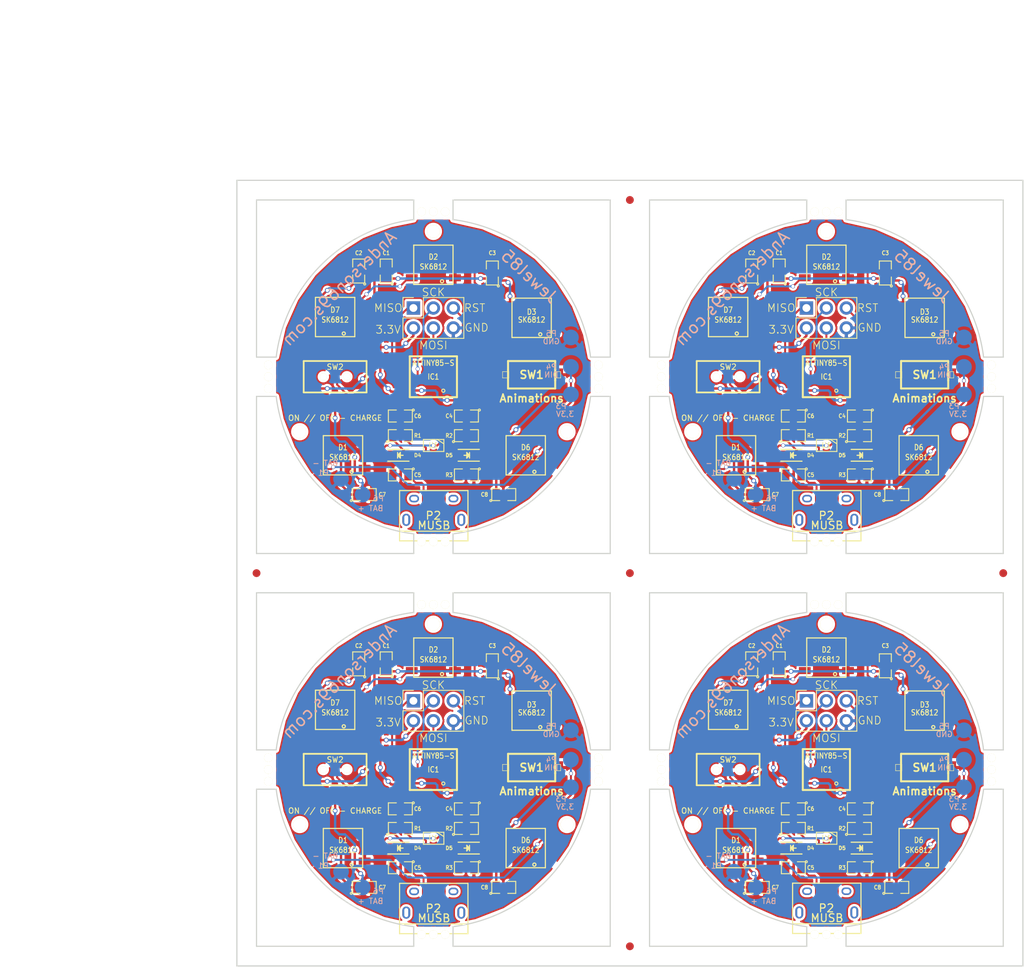
<source format=kicad_pcb>
(kicad_pcb (version 4) (host pcbnew 4.0.7)
  (layers (0 F.Cu signal) (31 B.Cu signal) (34 B.Paste user) (35 F.Paste user) (36 B.SilkS user) (37 F.SilkS user) (38 B.Mask user) (39 F.Mask user) (44 Edge.Cuts user))
  (net 0 "")
  (net 1 RST)
  (net 2 PB3)
  (net 3 PB4)
  (net 4 GND)
  (net 5 PB0)
  (net 6 PB1)
  (net 7 PB2)
  (net 8 +3V3)
  (net 9 "Net-(D1-Pad2)")
  (net 10 "Net-(D1-Pad4)")
  (net 11 "Net-(D2-Pad4)")
  (net 12 "Net-(D4-Pad1)")
  (net 13 "Net-(D5-Pad2)")
  (net 14 "Net-(R3-Pad2)")
  (net 15 "Net-(D2-Pad2)")
  (net 16 "Net-(D6-Pad2)")
  (net 17 "Net-(D4-Pad2)")
  (net 18 "Net-(P2-Pad3)")
  (net 19 "Net-(P2-Pad4)")
  (net 20 "Net-(P2-Pad2)")
  (net 21 "Net-(SW2-Pad1)")
  (net 22 "Net-(C5-Pad1)")
  (net 23 "Net-(C6-Pad1)")
  (net 24 "Net-(P6-Pad1)")
  (net 25 "Net-(SW2-Pad2)")
  (net 26 "Net-(SW2-Pad3)")
  (module Connectors:USB_Micro-B (layer F.Cu) (at 195.05 102.075)
    (fp_text reference P2 (at -0.05 0.6) (layer F.SilkS))
    (fp_text value MUSB (at 0.025 1.85) (layer F.SilkS))
    (pad 1 smd rect (at -1.3009 -1.56254 90) (size 1.35 0.4) (layers F.Cu F.Paste F.Mask) (net 22 "Net-(C5-Pad1)"))
    (pad 2 smd rect (at -0.6509 -1.56254 90) (size 1.35 0.4) (layers F.Cu F.Paste F.Mask) (net 20 "Net-(P2-Pad2)"))
    (pad 3 smd rect (at -0.0009 -1.56254 90) (size 1.35 0.4) (layers F.Cu F.Paste F.Mask) (net 18 "Net-(P2-Pad3)"))
    (pad 4 smd rect (at 0.6491 -1.56254 90) (size 1.35 0.4) (layers F.Cu F.Paste F.Mask) (net 19 "Net-(P2-Pad4)"))
    (pad 5 smd rect (at 1.2991 -1.56254 90) (size 1.35 0.4) (layers F.Cu F.Paste F.Mask) (net 4 GND))
    (pad 6 thru_hole oval (at -2.5009 -1.56254 90) (size 0.95 1.25) (drill oval 0.55 0.85) (layers *.Cu *.Mask))
    (pad 6 thru_hole oval (at 2.4991 -1.56254 90) (size 0.95 1.25) (drill oval 0.55 0.85) (layers *.Cu *.Mask))
    (pad 6 thru_hole oval (at -3.5009 1.13746 90) (size 1.55 1) (drill oval 1.15 0.5) (layers *.Cu *.Mask))
    (pad 6 thru_hole oval (at 3.4991 1.13746 90) (size 1.55 1) (drill oval 1.15 0.5) (layers *.Cu *.Mask))
  )
  (module Connectors:USB_Micro-B (layer F.Cu) (at 145.05 102.075)
    (fp_text reference P2 (at -0.05 0.6) (layer F.SilkS))
    (fp_text value MUSB (at 0.025 1.85) (layer F.SilkS))
    (pad 1 smd rect (at -1.3009 -1.56254 90) (size 1.35 0.4) (layers F.Cu F.Paste F.Mask) (net 22 "Net-(C5-Pad1)"))
    (pad 2 smd rect (at -0.6509 -1.56254 90) (size 1.35 0.4) (layers F.Cu F.Paste F.Mask) (net 20 "Net-(P2-Pad2)"))
    (pad 3 smd rect (at -0.0009 -1.56254 90) (size 1.35 0.4) (layers F.Cu F.Paste F.Mask) (net 18 "Net-(P2-Pad3)"))
    (pad 4 smd rect (at 0.6491 -1.56254 90) (size 1.35 0.4) (layers F.Cu F.Paste F.Mask) (net 19 "Net-(P2-Pad4)"))
    (pad 5 smd rect (at 1.2991 -1.56254 90) (size 1.35 0.4) (layers F.Cu F.Paste F.Mask) (net 4 GND))
    (pad 6 thru_hole oval (at -2.5009 -1.56254 90) (size 0.95 1.25) (drill oval 0.55 0.85) (layers *.Cu *.Mask))
    (pad 6 thru_hole oval (at 2.4991 -1.56254 90) (size 0.95 1.25) (drill oval 0.55 0.85) (layers *.Cu *.Mask))
    (pad 6 thru_hole oval (at -3.5009 1.13746 90) (size 1.55 1) (drill oval 1.15 0.5) (layers *.Cu *.Mask))
    (pad 6 thru_hole oval (at 3.4991 1.13746 90) (size 1.55 1) (drill oval 1.15 0.5) (layers *.Cu *.Mask))
  )
  (module Connectors:USB_Micro-B (layer F.Cu) (at 145.05 152.075)
    (fp_text reference P2 (at -0.05 0.6) (layer F.SilkS))
    (fp_text value MUSB (at 0.025 1.85) (layer F.SilkS))
    (pad 1 smd rect (at -1.3009 -1.56254 90) (size 1.35 0.4) (layers F.Cu F.Paste F.Mask) (net 22 "Net-(C5-Pad1)"))
    (pad 2 smd rect (at -0.6509 -1.56254 90) (size 1.35 0.4) (layers F.Cu F.Paste F.Mask) (net 20 "Net-(P2-Pad2)"))
    (pad 3 smd rect (at -0.0009 -1.56254 90) (size 1.35 0.4) (layers F.Cu F.Paste F.Mask) (net 18 "Net-(P2-Pad3)"))
    (pad 4 smd rect (at 0.6491 -1.56254 90) (size 1.35 0.4) (layers F.Cu F.Paste F.Mask) (net 19 "Net-(P2-Pad4)"))
    (pad 5 smd rect (at 1.2991 -1.56254 90) (size 1.35 0.4) (layers F.Cu F.Paste F.Mask) (net 4 GND))
    (pad 6 thru_hole oval (at -2.5009 -1.56254 90) (size 0.95 1.25) (drill oval 0.55 0.85) (layers *.Cu *.Mask))
    (pad 6 thru_hole oval (at 2.4991 -1.56254 90) (size 0.95 1.25) (drill oval 0.55 0.85) (layers *.Cu *.Mask))
    (pad 6 thru_hole oval (at -3.5009 1.13746 90) (size 1.55 1) (drill oval 1.15 0.5) (layers *.Cu *.Mask))
    (pad 6 thru_hole oval (at 3.4991 1.13746 90) (size 1.55 1) (drill oval 1.15 0.5) (layers *.Cu *.Mask))
  )
  (module domotab:Hole_1.1mm (layer F.Cu) (at 143.5 114)
    (fp_text reference H7 hide)
    (fp_text value HOLE_1.1MM hide)
    (pad "" np_thru_hole circle (at 0 0 270) (size 1.1 1.1) (drill 1.1) (layers *.Cu *.Mask F.SilkS) (clearance 0.09906))
  )
  (module domotab:Hole_1.1mm (layer F.Cu) (at 193.5 114)
    (fp_text reference H7 hide)
    (fp_text value HOLE_1.1MM hide)
    (pad "" np_thru_hole circle (at 0 0 270) (size 1.1 1.1) (drill 1.1) (layers *.Cu *.Mask F.SilkS) (clearance 0.09906))
  )
  (module domotab:Hole_1.1mm (layer F.Cu) (at 193.5 64)
    (fp_text reference H7 hide)
    (fp_text value HOLE_1.1MM hide)
    (pad "" np_thru_hole circle (at 0 0 270) (size 1.1 1.1) (drill 1.1) (layers *.Cu *.Mask F.SilkS) (clearance 0.09906))
  )
  (module domotab:Hole_1.6mm (layer F.Cu) (at 212 142)
    (fp_text reference H2 hide)
    (fp_text value HOLE_1.6MM hide)
    (pad "" np_thru_hole circle (at 0 0 270) (size 1.6 1.6) (drill 1.6) (layers *.Cu *.Mask F.SilkS) (clearance 0.09906))
  )
  (module domotab:Hole_1.6mm (layer F.Cu) (at 162 142)
    (fp_text reference H2 hide)
    (fp_text value HOLE_1.6MM hide)
    (pad "" np_thru_hole circle (at 0 0 270) (size 1.6 1.6) (drill 1.6) (layers *.Cu *.Mask F.SilkS) (clearance 0.09906))
  )
  (module domotab:Hole_1.6mm (layer F.Cu) (at 212 92)
    (fp_text reference H2 hide)
    (fp_text value HOLE_1.6MM hide)
    (pad "" np_thru_hole circle (at 0 0 270) (size 1.6 1.6) (drill 1.6) (layers *.Cu *.Mask F.SilkS) (clearance 0.09906))
  )
  (module domotab:SM0805 (layer F.Cu) (at 199.2025 140 180)
    (fp_text reference C4 (at 2.2025 0 360) (layer F.SilkS) (effects (font (size 0.508 0.4572) (thickness 0.09906))))
    (fp_text value 100nF hide)
    (pad 1 smd rect (at -0.9525 0 180) (size 0.889 1.397) (layers F.Cu F.Paste F.Mask) (net 8 +3V3))
    (pad 2 smd rect (at 0.9525 0 180) (size 0.889 1.397) (layers F.Cu F.Paste F.Mask) (net 4 GND))
  )
  (module domotab:SM0805 (layer F.Cu) (at 149.2025 140 180)
    (fp_text reference C4 (at 2.2025 0 360) (layer F.SilkS) (effects (font (size 0.508 0.4572) (thickness 0.09906))))
    (fp_text value 100nF hide)
    (pad 1 smd rect (at -0.9525 0 180) (size 0.889 1.397) (layers F.Cu F.Paste F.Mask) (net 8 +3V3))
    (pad 2 smd rect (at 0.9525 0 180) (size 0.889 1.397) (layers F.Cu F.Paste F.Mask) (net 4 GND))
  )
  (module domotab:SM0805 (layer F.Cu) (at 199.2025 90 180)
    (fp_text reference C4 (at 2.2025 0 360) (layer F.SilkS) (effects (font (size 0.508 0.4572) (thickness 0.09906))))
    (fp_text value 100nF hide)
    (pad 1 smd rect (at -0.9525 0 180) (size 0.889 1.397) (layers F.Cu F.Paste F.Mask) (net 8 +3V3))
    (pad 2 smd rect (at 0.9525 0 180) (size 0.889 1.397) (layers F.Cu F.Paste F.Mask) (net 4 GND))
  )
  (module domotab:SM0805 (layer F.Cu) (at 199.2025 142.5)
    (fp_text reference R2 (at -2.2025 0) (layer F.SilkS) (effects (font (size 0.508 0.4572) (thickness 0.09906))))
    (fp_text value 470 hide)
    (pad 1 smd rect (at -0.9525 0) (size 0.889 1.397) (layers F.Cu F.Paste F.Mask) (net 13 "Net-(D5-Pad2)"))
    (pad 2 smd rect (at 0.9525 0) (size 0.889 1.397) (layers F.Cu F.Paste F.Mask) (net 12 "Net-(D4-Pad1)"))
  )
  (module domotab:SM0805 (layer F.Cu) (at 149.2025 142.5)
    (fp_text reference R2 (at -2.2025 0) (layer F.SilkS) (effects (font (size 0.508 0.4572) (thickness 0.09906))))
    (fp_text value 470 hide)
    (pad 1 smd rect (at -0.9525 0) (size 0.889 1.397) (layers F.Cu F.Paste F.Mask) (net 13 "Net-(D5-Pad2)"))
    (pad 2 smd rect (at 0.9525 0) (size 0.889 1.397) (layers F.Cu F.Paste F.Mask) (net 12 "Net-(D4-Pad1)"))
  )
  (module domotab:SM0805 (layer F.Cu) (at 199.2025 92.5)
    (fp_text reference R2 (at -2.2025 0) (layer F.SilkS) (effects (font (size 0.508 0.4572) (thickness 0.09906))))
    (fp_text value 470 hide)
    (pad 1 smd rect (at -0.9525 0) (size 0.889 1.397) (layers F.Cu F.Paste F.Mask) (net 13 "Net-(D5-Pad2)"))
    (pad 2 smd rect (at 0.9525 0) (size 0.889 1.397) (layers F.Cu F.Paste F.Mask) (net 12 "Net-(D4-Pad1)"))
  )
  (module LEDs:LED_0805 (layer F.Cu) (at 199.2493 145 180)
    (fp_text reference D5 (at 2.2493 0 180) (layer F.SilkS) (effects (font (size 0.4572 0.4572) (thickness 0.1143))))
    (fp_text value "LED VERTE" hide)
    (pad 2 smd rect (at 1.04902 0) (size 1.19888 1.19888) (layers F.Cu F.Paste F.Mask) (net 13 "Net-(D5-Pad2)"))
    (pad 1 smd rect (at -1.04902 0) (size 1.19888 1.19888) (layers F.Cu F.Paste F.Mask) (net 4 GND))
  )
  (module LEDs:LED_0805 (layer F.Cu) (at 149.2493 145 180)
    (fp_text reference D5 (at 2.2493 0 180) (layer F.SilkS) (effects (font (size 0.4572 0.4572) (thickness 0.1143))))
    (fp_text value "LED VERTE" hide)
    (pad 2 smd rect (at 1.04902 0) (size 1.19888 1.19888) (layers F.Cu F.Paste F.Mask) (net 13 "Net-(D5-Pad2)"))
    (pad 1 smd rect (at -1.04902 0) (size 1.19888 1.19888) (layers F.Cu F.Paste F.Mask) (net 4 GND))
  )
  (module LEDs:LED_0805 (layer F.Cu) (at 199.2493 95 180)
    (fp_text reference D5 (at 2.2493 0 180) (layer F.SilkS) (effects (font (size 0.4572 0.4572) (thickness 0.1143))))
    (fp_text value "LED VERTE" hide)
    (pad 2 smd rect (at 1.04902 0) (size 1.19888 1.19888) (layers F.Cu F.Paste F.Mask) (net 13 "Net-(D5-Pad2)"))
    (pad 1 smd rect (at -1.04902 0) (size 1.19888 1.19888) (layers F.Cu F.Paste F.Mask) (net 4 GND))
  )
  (module domotab:WS2812B (layer F.Cu) (at 206.75 145)
    (fp_text reference D6 (at 0 -1) (layer F.SilkS) (effects (font (size 0.7 0.6) (thickness 0.11))))
    (fp_text value SK6812 (at 0 0.25) (layer F.SilkS) (effects (font (size 0.7 0.6) (thickness 0.11))))
    (pad 2 smd rect (at -2.75 1.65 180) (size 1.5 0.9) (layers F.Cu F.Paste F.Mask) (net 16 "Net-(D6-Pad2)"))
    (pad 3 smd rect (at 2.75 1.65 180) (size 1.5 0.9) (layers F.Cu F.Paste F.Mask) (net 4 GND))
    (pad 4 smd rect (at 2.75 -1.65 180) (size 1.5 0.9) (layers F.Cu F.Paste F.Mask) (net 9 "Net-(D1-Pad2)"))
    (pad 1 smd rect (at -2.75 -1.65 180) (size 1.5 0.9) (layers F.Cu F.Paste F.Mask) (net 8 +3V3))
  )
  (module domotab:WS2812B (layer F.Cu) (at 156.75 145)
    (fp_text reference D6 (at 0 -1) (layer F.SilkS) (effects (font (size 0.7 0.6) (thickness 0.11))))
    (fp_text value SK6812 (at 0 0.25) (layer F.SilkS) (effects (font (size 0.7 0.6) (thickness 0.11))))
    (pad 2 smd rect (at -2.75 1.65 180) (size 1.5 0.9) (layers F.Cu F.Paste F.Mask) (net 16 "Net-(D6-Pad2)"))
    (pad 3 smd rect (at 2.75 1.65 180) (size 1.5 0.9) (layers F.Cu F.Paste F.Mask) (net 4 GND))
    (pad 4 smd rect (at 2.75 -1.65 180) (size 1.5 0.9) (layers F.Cu F.Paste F.Mask) (net 9 "Net-(D1-Pad2)"))
    (pad 1 smd rect (at -2.75 -1.65 180) (size 1.5 0.9) (layers F.Cu F.Paste F.Mask) (net 8 +3V3))
  )
  (module domotab:WS2812B (layer F.Cu) (at 206.75 95)
    (fp_text reference D6 (at 0 -1) (layer F.SilkS) (effects (font (size 0.7 0.6) (thickness 0.11))))
    (fp_text value SK6812 (at 0 0.25) (layer F.SilkS) (effects (font (size 0.7 0.6) (thickness 0.11))))
    (pad 2 smd rect (at -2.75 1.65 180) (size 1.5 0.9) (layers F.Cu F.Paste F.Mask) (net 16 "Net-(D6-Pad2)"))
    (pad 3 smd rect (at 2.75 1.65 180) (size 1.5 0.9) (layers F.Cu F.Paste F.Mask) (net 4 GND))
    (pad 4 smd rect (at 2.75 -1.65 180) (size 1.5 0.9) (layers F.Cu F.Paste F.Mask) (net 9 "Net-(D1-Pad2)"))
    (pad 1 smd rect (at -2.75 -1.65 180) (size 1.5 0.9) (layers F.Cu F.Paste F.Mask) (net 8 +3V3))
  )
  (module domotab:SM0805 (layer F.Cu) (at 203.9525 150)
    (fp_text reference C8 (at -2.4525 0) (layer F.SilkS) (effects (font (size 0.508 0.4572) (thickness 0.09906))))
    (fp_text value 100nF hide)
    (pad 1 smd rect (at -0.9525 0) (size 0.889 1.397) (layers F.Cu F.Paste F.Mask) (net 8 +3V3))
    (pad 2 smd rect (at 0.9525 0) (size 0.889 1.397) (layers F.Cu F.Paste F.Mask) (net 4 GND))
  )
  (module domotab:SM0805 (layer F.Cu) (at 153.9525 150)
    (fp_text reference C8 (at -2.4525 0) (layer F.SilkS) (effects (font (size 0.508 0.4572) (thickness 0.09906))))
    (fp_text value 100nF hide)
    (pad 1 smd rect (at -0.9525 0) (size 0.889 1.397) (layers F.Cu F.Paste F.Mask) (net 8 +3V3))
    (pad 2 smd rect (at 0.9525 0) (size 0.889 1.397) (layers F.Cu F.Paste F.Mask) (net 4 GND))
  )
  (module domotab:SM0805 (layer F.Cu) (at 203.9525 100)
    (fp_text reference C8 (at -2.4525 0) (layer F.SilkS) (effects (font (size 0.508 0.4572) (thickness 0.09906))))
    (fp_text value 100nF hide)
    (pad 1 smd rect (at -0.9525 0) (size 0.889 1.397) (layers F.Cu F.Paste F.Mask) (net 8 +3V3))
    (pad 2 smd rect (at 0.9525 0) (size 0.889 1.397) (layers F.Cu F.Paste F.Mask) (net 4 GND))
  )
  (module domotab:SM0805 (layer F.Cu) (at 199.2025 147.5 180)
    (fp_text reference R3 (at 2.2025 0 180) (layer F.SilkS) (effects (font (size 0.508 0.4572) (thickness 0.09906))))
    (fp_text value 10K hide)
    (pad 1 smd rect (at -0.9525 0 180) (size 0.889 1.397) (layers F.Cu F.Paste F.Mask) (net 4 GND))
    (pad 2 smd rect (at 0.9525 0 180) (size 0.889 1.397) (layers F.Cu F.Paste F.Mask) (net 14 "Net-(R3-Pad2)"))
  )
  (module domotab:SM0805 (layer F.Cu) (at 149.2025 147.5 180)
    (fp_text reference R3 (at 2.2025 0 180) (layer F.SilkS) (effects (font (size 0.508 0.4572) (thickness 0.09906))))
    (fp_text value 5K hide)
    (pad 1 smd rect (at -0.9525 0 180) (size 0.889 1.397) (layers F.Cu F.Paste F.Mask) (net 4 GND))
    (pad 2 smd rect (at 0.9525 0 180) (size 0.889 1.397) (layers F.Cu F.Paste F.Mask) (net 14 "Net-(R3-Pad2)"))
  )
  (module domotab:SM0805 (layer F.Cu) (at 199.2025 97.5 180)
    (fp_text reference R3 (at 2.2025 0 180) (layer F.SilkS) (effects (font (size 0.508 0.4572) (thickness 0.09906))))
    (fp_text value 5K hide)
    (pad 1 smd rect (at -0.9525 0 180) (size 0.889 1.397) (layers F.Cu F.Paste F.Mask) (net 4 GND))
    (pad 2 smd rect (at 0.9525 0 180) (size 0.889 1.397) (layers F.Cu F.Paste F.Mask) (net 14 "Net-(R3-Pad2)"))
  )
  (module domotab:Hole_1.1mm (layer F.Cu) (at 196.5 156)
    (fp_text reference H10 hide)
    (fp_text value HOLE_1.1MM hide)
    (pad "" np_thru_hole circle (at 0 0 270) (size 1.1 1.1) (drill 1.1) (layers *.Cu *.Mask F.SilkS) (clearance 0.09906))
  )
  (module domotab:Hole_1.1mm (layer F.Cu) (at 146.5 156)
    (fp_text reference H10 hide)
    (fp_text value HOLE_1.1MM hide)
    (pad "" np_thru_hole circle (at 0 0 270) (size 1.1 1.1) (drill 1.1) (layers *.Cu *.Mask F.SilkS) (clearance 0.09906))
  )
  (module domotab:Hole_1.1mm (layer F.Cu) (at 196.5 106)
    (fp_text reference H10 hide)
    (fp_text value HOLE_1.1MM hide)
    (pad "" np_thru_hole circle (at 0 0 270) (size 1.1 1.1) (drill 1.1) (layers *.Cu *.Mask F.SilkS) (clearance 0.09906))
  )
  (module domotab:SM0805 (layer F.Cu) (at 190.7975 147.5 180)
    (fp_text reference C5 (at -2.2025 0 180) (layer F.SilkS) (effects (font (size 0.508 0.4572) (thickness 0.09906))))
    (fp_text value 10μF hide)
    (pad 1 smd rect (at -0.9525 0 180) (size 0.889 1.397) (layers F.Cu F.Paste F.Mask) (net 22 "Net-(C5-Pad1)"))
    (pad 2 smd rect (at 0.9525 0 180) (size 0.889 1.397) (layers F.Cu F.Paste F.Mask) (net 4 GND))
  )
  (module domotab:SM0805 (layer F.Cu) (at 140.7975 147.5 180)
    (fp_text reference C5 (at -2.2025 0 180) (layer F.SilkS) (effects (font (size 0.508 0.4572) (thickness 0.09906))))
    (fp_text value 10μF hide)
    (pad 1 smd rect (at -0.9525 0 180) (size 0.889 1.397) (layers F.Cu F.Paste F.Mask) (net 22 "Net-(C5-Pad1)"))
    (pad 2 smd rect (at 0.9525 0 180) (size 0.889 1.397) (layers F.Cu F.Paste F.Mask) (net 4 GND))
  )
  (module domotab:SM0805 (layer F.Cu) (at 190.7975 97.5 180)
    (fp_text reference C5 (at -2.2025 0 180) (layer F.SilkS) (effects (font (size 0.508 0.4572) (thickness 0.09906))))
    (fp_text value 10μF hide)
    (pad 1 smd rect (at -0.9525 0 180) (size 0.889 1.397) (layers F.Cu F.Paste F.Mask) (net 22 "Net-(C5-Pad1)"))
    (pad 2 smd rect (at 0.9525 0 180) (size 0.889 1.397) (layers F.Cu F.Paste F.Mask) (net 4 GND))
  )
  (module domotab:Hole_1.1mm (layer F.Cu) (at 193.5 156)
    (fp_text reference H8 hide)
    (fp_text value HOLE_1.1MM hide)
    (pad "" np_thru_hole circle (at 0 0 270) (size 1.1 1.1) (drill 1.1) (layers *.Cu *.Mask F.SilkS) (clearance 0.09906))
  )
  (module domotab:Hole_1.1mm (layer F.Cu) (at 143.5 156)
    (fp_text reference H8 hide)
    (fp_text value HOLE_1.1MM hide)
    (pad "" np_thru_hole circle (at 0 0 270) (size 1.1 1.1) (drill 1.1) (layers *.Cu *.Mask F.SilkS) (clearance 0.09906))
  )
  (module domotab:Hole_1.1mm (layer F.Cu) (at 193.5 106)
    (fp_text reference H8 hide)
    (fp_text value HOLE_1.1MM hide)
    (pad "" np_thru_hole circle (at 0 0 270) (size 1.1 1.1) (drill 1.1) (layers *.Cu *.Mask F.SilkS) (clearance 0.09906))
  )
  (module domotab:Hole_1.1mm (layer F.Cu) (at 195 156)
    (fp_text reference H9 hide)
    (fp_text value HOLE_1.1MM hide)
    (pad "" np_thru_hole circle (at 0 0 270) (size 1.1 1.1) (drill 1.1) (layers *.Cu *.Mask F.SilkS) (clearance 0.09906))
  )
  (module domotab:Hole_1.1mm (layer F.Cu) (at 145 156)
    (fp_text reference H9 hide)
    (fp_text value HOLE_1.1MM hide)
    (pad "" np_thru_hole circle (at 0 0 270) (size 1.1 1.1) (drill 1.1) (layers *.Cu *.Mask F.SilkS) (clearance 0.09906))
  )
  (module domotab:Hole_1.1mm (layer F.Cu) (at 195 106)
    (fp_text reference H9 hide)
    (fp_text value HOLE_1.1MM hide)
    (pad "" np_thru_hole circle (at 0 0 270) (size 1.1 1.1) (drill 1.1) (layers *.Cu *.Mask F.SilkS) (clearance 0.09906))
  )
  (module domotab:PADS_CONNEXION (layer F.Cu) (at 212.5 133.75)
    (fp_text reference P4 (at -2.5 0) (layer B.SilkS) (effects (font (size 0.7 0.7) (thickness 0.11)) (justify mirror)))
    (fp_text value DIN (at -2.5 1) (layer B.SilkS) (effects (font (size 0.7 0.7) (thickness 0.11)) (justify mirror)))
    (pad 1 smd circle (at 0 0) (size 2 2) (layers B.Cu B.Paste B.Mask) (net 16 "Net-(D6-Pad2)"))
  )
  (module domotab:PADS_CONNEXION (layer F.Cu) (at 162.5 133.75)
    (fp_text reference P4 (at -2.5 0) (layer B.SilkS) (effects (font (size 0.7 0.7) (thickness 0.11)) (justify mirror)))
    (fp_text value DIN (at -2.5 1) (layer B.SilkS) (effects (font (size 0.7 0.7) (thickness 0.11)) (justify mirror)))
    (pad 1 smd circle (at 0 0) (size 2 2) (layers B.Cu B.Paste B.Mask) (net 16 "Net-(D6-Pad2)"))
  )
  (module domotab:PADS_CONNEXION (layer F.Cu) (at 212.5 83.75)
    (fp_text reference P4 (at -2.5 0) (layer B.SilkS) (effects (font (size 0.7 0.7) (thickness 0.11)) (justify mirror)))
    (fp_text value DIN (at -2.5 1) (layer B.SilkS) (effects (font (size 0.7 0.7) (thickness 0.11)) (justify mirror)))
    (pad 1 smd circle (at 0 0) (size 2 2) (layers B.Cu B.Paste B.Mask) (net 16 "Net-(D6-Pad2)"))
  )
  (module domotab:Hole_1.1mm (layer F.Cu) (at 216 135)
    (fp_text reference H12 hide)
    (fp_text value HOLE_1.1MM hide)
    (pad "" np_thru_hole circle (at 0 0 270) (size 1.1 1.1) (drill 1.1) (layers *.Cu *.Mask F.SilkS) (clearance 0.09906))
  )
  (module domotab:Hole_1.1mm (layer F.Cu) (at 166 135)
    (fp_text reference H12 hide)
    (fp_text value HOLE_1.1MM hide)
    (pad "" np_thru_hole circle (at 0 0 270) (size 1.1 1.1) (drill 1.1) (layers *.Cu *.Mask F.SilkS) (clearance 0.09906))
  )
  (module domotab:Hole_1.1mm (layer F.Cu) (at 216 85)
    (fp_text reference H12 hide)
    (fp_text value HOLE_1.1MM hide)
    (pad "" np_thru_hole circle (at 0 0 270) (size 1.1 1.1) (drill 1.1) (layers *.Cu *.Mask F.SilkS) (clearance 0.09906))
  )
  (module domotab:PADS_CONNEXION (layer F.Cu) (at 212.5 137.25)
    (fp_text reference P3 (at -1.25 1.5) (layer B.SilkS) (effects (font (size 0.7 0.7) (thickness 0.11)) (justify mirror)))
    (fp_text value 3,3V (at -0.75 2.5) (layer B.SilkS) (effects (font (size 0.7 0.7) (thickness 0.11)) (justify mirror)))
    (pad 1 smd circle (at 0 0) (size 2 2) (layers B.Cu B.Paste B.Mask) (net 8 +3V3))
  )
  (module domotab:PADS_CONNEXION (layer F.Cu) (at 162.5 137.25)
    (fp_text reference P3 (at -1.25 1.5) (layer B.SilkS) (effects (font (size 0.7 0.7) (thickness 0.11)) (justify mirror)))
    (fp_text value 3,3V (at -0.75 2.5) (layer B.SilkS) (effects (font (size 0.7 0.7) (thickness 0.11)) (justify mirror)))
    (pad 1 smd circle (at 0 0) (size 2 2) (layers B.Cu B.Paste B.Mask) (net 8 +3V3))
  )
  (module domotab:PADS_CONNEXION (layer F.Cu) (at 212.5 87.25)
    (fp_text reference P3 (at -1.25 1.5) (layer B.SilkS) (effects (font (size 0.7 0.7) (thickness 0.11)) (justify mirror)))
    (fp_text value 3,3V (at -0.75 2.5) (layer B.SilkS) (effects (font (size 0.7 0.7) (thickness 0.11)) (justify mirror)))
    (pad 1 smd circle (at 0 0) (size 2 2) (layers B.Cu B.Paste B.Mask) (net 8 +3V3))
  )
  (module domotab:Hole_1.1mm (layer F.Cu) (at 216 136.5)
    (fp_text reference H11 hide)
    (fp_text value HOLE_1.1MM hide)
    (pad "" np_thru_hole circle (at 0 0 270) (size 1.1 1.1) (drill 1.1) (layers *.Cu *.Mask F.SilkS) (clearance 0.09906))
  )
  (module domotab:Hole_1.1mm (layer F.Cu) (at 166 136.5)
    (fp_text reference H11 hide)
    (fp_text value HOLE_1.1MM hide)
    (pad "" np_thru_hole circle (at 0 0 270) (size 1.1 1.1) (drill 1.1) (layers *.Cu *.Mask F.SilkS) (clearance 0.09906))
  )
  (module domotab:Hole_1.1mm (layer F.Cu) (at 216 86.5)
    (fp_text reference H11 hide)
    (fp_text value HOLE_1.1MM hide)
    (pad "" np_thru_hole circle (at 0 0 270) (size 1.1 1.1) (drill 1.1) (layers *.Cu *.Mask F.SilkS) (clearance 0.09906))
  )
  (module domotab:PADS_CONNEXION (layer F.Cu) (at 212.5 130)
    (fp_text reference P5 (at -2.5 -0.5) (layer B.SilkS) (effects (font (size 0.7 0.7) (thickness 0.11)) (justify mirror)))
    (fp_text value GND (at -2.5 0.5) (layer B.SilkS) (effects (font (size 0.7 0.7) (thickness 0.11)) (justify mirror)))
    (pad 1 smd circle (at 0 0) (size 2 2) (layers B.Cu B.Paste B.Mask) (net 4 GND))
  )
  (module domotab:PADS_CONNEXION (layer F.Cu) (at 162.5 130)
    (fp_text reference P5 (at -2.5 -0.5) (layer B.SilkS) (effects (font (size 0.7 0.7) (thickness 0.11)) (justify mirror)))
    (fp_text value GND (at -2.5 0.5) (layer B.SilkS) (effects (font (size 0.7 0.7) (thickness 0.11)) (justify mirror)))
    (pad 1 smd circle (at 0 0) (size 2 2) (layers B.Cu B.Paste B.Mask) (net 4 GND))
  )
  (module domotab:PADS_CONNEXION (layer F.Cu) (at 212.5 80)
    (fp_text reference P5 (at -2.5 -0.5) (layer B.SilkS) (effects (font (size 0.7 0.7) (thickness 0.11)) (justify mirror)))
    (fp_text value GND (at -2.5 0.5) (layer B.SilkS) (effects (font (size 0.7 0.7) (thickness 0.11)) (justify mirror)))
    (pad 1 smd circle (at 0 0) (size 2 2) (layers B.Cu B.Paste B.Mask) (net 4 GND))
  )
  (module domotab:SWITCH_CMS (layer F.Cu) (at 207.5 134.75)
    (fp_text reference SW1 (at 0 0) (layer F.SilkS) (effects (font (thickness 0.2))))
    (fp_text value Animations (at 0 3) (layer F.SilkS) (effects (font (thickness 0.2))))
    (pad 1 smd rect (at -2.99974 0) (size 1.99898 1.6002) (layers F.Cu F.Paste F.Mask) (net 2 PB3))
    (pad 2 smd rect (at 2.99974 0) (size 1.99898 1.6002) (layers F.Cu F.Paste F.Mask) (net 4 GND))
  )
  (module domotab:SWITCH_CMS (layer F.Cu) (at 157.5 134.75)
    (fp_text reference SW1 (at 0 0) (layer F.SilkS) (effects (font (thickness 0.2))))
    (fp_text value Animations (at 0 3) (layer F.SilkS) (effects (font (thickness 0.2))))
    (pad 1 smd rect (at -2.99974 0) (size 1.99898 1.6002) (layers F.Cu F.Paste F.Mask) (net 2 PB3))
    (pad 2 smd rect (at 2.99974 0) (size 1.99898 1.6002) (layers F.Cu F.Paste F.Mask) (net 4 GND))
  )
  (module domotab:SWITCH_CMS (layer F.Cu) (at 207.5 84.75)
    (fp_text reference SW1 (at 0 0) (layer F.SilkS) (effects (font (thickness 0.2))))
    (fp_text value Animations (at 0 3) (layer F.SilkS) (effects (font (thickness 0.2))))
    (pad 1 smd rect (at -2.99974 0) (size 1.99898 1.6002) (layers F.Cu F.Paste F.Mask) (net 2 PB3))
    (pad 2 smd rect (at 2.99974 0) (size 1.99898 1.6002) (layers F.Cu F.Paste F.Mask) (net 4 GND))
  )
  (module domotab:SM0805 (layer F.Cu) (at 202.5 121.7975 90)
    (fp_text reference C3 (at 2.5475 0 180) (layer F.SilkS) (effects (font (size 0.508 0.4572) (thickness 0.09906))))
    (fp_text value 100nF hide)
    (pad 1 smd rect (at -0.9525 0 90) (size 0.889 1.397) (layers F.Cu F.Paste F.Mask) (net 8 +3V3))
    (pad 2 smd rect (at 0.9525 0 90) (size 0.889 1.397) (layers F.Cu F.Paste F.Mask) (net 4 GND))
  )
  (module domotab:SM0805 (layer F.Cu) (at 152.5 121.7975 90)
    (fp_text reference C3 (at 2.5475 0 180) (layer F.SilkS) (effects (font (size 0.508 0.4572) (thickness 0.09906))))
    (fp_text value 100nF hide)
    (pad 1 smd rect (at -0.9525 0 90) (size 0.889 1.397) (layers F.Cu F.Paste F.Mask) (net 8 +3V3))
    (pad 2 smd rect (at 0.9525 0 90) (size 0.889 1.397) (layers F.Cu F.Paste F.Mask) (net 4 GND))
  )
  (module domotab:SM0805 (layer F.Cu) (at 202.5 71.7975 90)
    (fp_text reference C3 (at 2.5475 0 180) (layer F.SilkS) (effects (font (size 0.508 0.4572) (thickness 0.09906))))
    (fp_text value 100nF hide)
    (pad 1 smd rect (at -0.9525 0 90) (size 0.889 1.397) (layers F.Cu F.Paste F.Mask) (net 8 +3V3))
    (pad 2 smd rect (at 0.9525 0 90) (size 0.889 1.397) (layers F.Cu F.Paste F.Mask) (net 4 GND))
  )
  (module domotab:WS2812B (layer F.Cu) (at 207.5 127.5)
    (fp_text reference D3 (at 0 -0.75) (layer F.SilkS) (effects (font (size 0.7 0.6) (thickness 0.11))))
    (fp_text value SK6812 (at 0 0.25) (layer F.SilkS) (effects (font (size 0.7 0.6) (thickness 0.11))))
    (pad 2 smd rect (at -2.75 1.65 180) (size 1.5 0.9) (layers F.Cu F.Paste F.Mask) (net 11 "Net-(D2-Pad4)"))
    (pad 3 smd rect (at 2.75 1.65 180) (size 1.5 0.9) (layers F.Cu F.Paste F.Mask) (net 4 GND))
    (pad 4 smd rect (at 2.75 -1.65 180) (size 1.5 0.9) (layers F.Cu F.Paste F.Mask) (net 3 PB4))
    (pad 1 smd rect (at -2.75 -1.65 180) (size 1.5 0.9) (layers F.Cu F.Paste F.Mask) (net 8 +3V3))
  )
  (module domotab:WS2812B (layer F.Cu) (at 157.5 127.5)
    (fp_text reference D3 (at 0 -0.75) (layer F.SilkS) (effects (font (size 0.7 0.6) (thickness 0.11))))
    (fp_text value SK6812 (at 0 0.25) (layer F.SilkS) (effects (font (size 0.7 0.6) (thickness 0.11))))
    (pad 2 smd rect (at -2.75 1.65 180) (size 1.5 0.9) (layers F.Cu F.Paste F.Mask) (net 11 "Net-(D2-Pad4)"))
    (pad 3 smd rect (at 2.75 1.65 180) (size 1.5 0.9) (layers F.Cu F.Paste F.Mask) (net 4 GND))
    (pad 4 smd rect (at 2.75 -1.65 180) (size 1.5 0.9) (layers F.Cu F.Paste F.Mask) (net 3 PB4))
    (pad 1 smd rect (at -2.75 -1.65 180) (size 1.5 0.9) (layers F.Cu F.Paste F.Mask) (net 8 +3V3))
  )
  (module domotab:WS2812B (layer F.Cu) (at 207.5 77.5)
    (fp_text reference D3 (at 0 -0.75) (layer F.SilkS) (effects (font (size 0.7 0.6) (thickness 0.11))))
    (fp_text value SK6812 (at 0 0.25) (layer F.SilkS) (effects (font (size 0.7 0.6) (thickness 0.11))))
    (pad 2 smd rect (at -2.75 1.65 180) (size 1.5 0.9) (layers F.Cu F.Paste F.Mask) (net 11 "Net-(D2-Pad4)"))
    (pad 3 smd rect (at 2.75 1.65 180) (size 1.5 0.9) (layers F.Cu F.Paste F.Mask) (net 4 GND))
    (pad 4 smd rect (at 2.75 -1.65 180) (size 1.5 0.9) (layers F.Cu F.Paste F.Mask) (net 3 PB4))
    (pad 1 smd rect (at -2.75 -1.65 180) (size 1.5 0.9) (layers F.Cu F.Paste F.Mask) (net 8 +3V3))
  )
  (module domotab:Hole_1.1mm (layer F.Cu) (at 216 133.5)
    (fp_text reference H13 hide)
    (fp_text value HOLE_1.1MM hide)
    (pad "" np_thru_hole circle (at 0 0 270) (size 1.1 1.1) (drill 1.1) (layers *.Cu *.Mask F.SilkS) (clearance 0.09906))
  )
  (module domotab:Hole_1.1mm (layer F.Cu) (at 166 133.5)
    (fp_text reference H13 hide)
    (fp_text value HOLE_1.1MM hide)
    (pad "" np_thru_hole circle (at 0 0 270) (size 1.1 1.1) (drill 1.1) (layers *.Cu *.Mask F.SilkS) (clearance 0.09906))
  )
  (module domotab:Hole_1.1mm (layer F.Cu) (at 216 83.5)
    (fp_text reference H13 hide)
    (fp_text value HOLE_1.1MM hide)
    (pad "" np_thru_hole circle (at 0 0 270) (size 1.1 1.1) (drill 1.1) (layers *.Cu *.Mask F.SilkS) (clearance 0.09906))
  )
  (module domotab:SM0805 (layer F.Cu) (at 189 121.5475 90)
    (fp_text reference C1 (at 2.2975 0 180) (layer F.SilkS) (effects (font (size 0.508 0.4572) (thickness 0.09906))))
    (fp_text value 100nF hide)
    (pad 1 smd rect (at -0.9525 0 90) (size 0.889 1.397) (layers F.Cu F.Paste F.Mask) (net 8 +3V3))
    (pad 2 smd rect (at 0.9525 0 90) (size 0.889 1.397) (layers F.Cu F.Paste F.Mask) (net 4 GND))
  )
  (module domotab:SM0805 (layer F.Cu) (at 139 121.5475 90)
    (fp_text reference C1 (at 2.2975 0 180) (layer F.SilkS) (effects (font (size 0.508 0.4572) (thickness 0.09906))))
    (fp_text value 100nF hide)
    (pad 1 smd rect (at -0.9525 0 90) (size 0.889 1.397) (layers F.Cu F.Paste F.Mask) (net 8 +3V3))
    (pad 2 smd rect (at 0.9525 0 90) (size 0.889 1.397) (layers F.Cu F.Paste F.Mask) (net 4 GND))
  )
  (module domotab:SM0805 (layer F.Cu) (at 189 71.5475 90)
    (fp_text reference C1 (at 2.2975 0 180) (layer F.SilkS) (effects (font (size 0.508 0.4572) (thickness 0.09906))))
    (fp_text value 100nF hide)
    (pad 1 smd rect (at -0.9525 0 90) (size 0.889 1.397) (layers F.Cu F.Paste F.Mask) (net 8 +3V3))
    (pad 2 smd rect (at 0.9525 0 90) (size 0.889 1.397) (layers F.Cu F.Paste F.Mask) (net 4 GND))
  )
  (module Socket_Strips:Socket_Strip_Straight_2x03_Pitch2.54mm (layer F.Cu) (at 192.46 126.25 90)
    (fp_text reference J1 hide)
    (fp_text value PROG hide)
    (pad 1 thru_hole rect (at 0 0 90) (size 1.7 1.7) (drill 1) (layers *.Cu *.Mask) (net 6 PB1))
    (pad 2 thru_hole oval (at -2.54 0 90) (size 1.7 1.7) (drill 1) (layers *.Cu *.Mask) (net 8 +3V3))
    (pad 3 thru_hole oval (at 0 2.54 90) (size 1.7 1.7) (drill 1) (layers *.Cu *.Mask) (net 7 PB2))
    (pad 4 thru_hole oval (at -2.54 2.54 90) (size 1.7 1.7) (drill 1) (layers *.Cu *.Mask) (net 5 PB0))
    (pad 5 thru_hole oval (at 0 5.08 90) (size 1.7 1.7) (drill 1) (layers *.Cu *.Mask) (net 1 RST))
    (pad 6 thru_hole oval (at -2.54 5.08 90) (size 1.7 1.7) (drill 1) (layers *.Cu *.Mask) (net 4 GND))
  )
  (module Socket_Strips:Socket_Strip_Straight_2x03_Pitch2.54mm (layer F.Cu) (at 142.46 126.25 90)
    (fp_text reference J1 hide)
    (fp_text value PROG hide)
    (pad 1 thru_hole rect (at 0 0 90) (size 1.7 1.7) (drill 1) (layers *.Cu *.Mask) (net 6 PB1))
    (pad 2 thru_hole oval (at -2.54 0 90) (size 1.7 1.7) (drill 1) (layers *.Cu *.Mask) (net 8 +3V3))
    (pad 3 thru_hole oval (at 0 2.54 90) (size 1.7 1.7) (drill 1) (layers *.Cu *.Mask) (net 7 PB2))
    (pad 4 thru_hole oval (at -2.54 2.54 90) (size 1.7 1.7) (drill 1) (layers *.Cu *.Mask) (net 5 PB0))
    (pad 5 thru_hole oval (at 0 5.08 90) (size 1.7 1.7) (drill 1) (layers *.Cu *.Mask) (net 1 RST))
    (pad 6 thru_hole oval (at -2.54 5.08 90) (size 1.7 1.7) (drill 1) (layers *.Cu *.Mask) (net 4 GND))
  )
  (module Socket_Strips:Socket_Strip_Straight_2x03_Pitch2.54mm (layer F.Cu) (at 192.46 76.25 90)
    (fp_text reference J1 hide)
    (fp_text value PROG hide)
    (pad 1 thru_hole rect (at 0 0 90) (size 1.7 1.7) (drill 1) (layers *.Cu *.Mask) (net 6 PB1))
    (pad 2 thru_hole oval (at -2.54 0 90) (size 1.7 1.7) (drill 1) (layers *.Cu *.Mask) (net 8 +3V3))
    (pad 3 thru_hole oval (at 0 2.54 90) (size 1.7 1.7) (drill 1) (layers *.Cu *.Mask) (net 7 PB2))
    (pad 4 thru_hole oval (at -2.54 2.54 90) (size 1.7 1.7) (drill 1) (layers *.Cu *.Mask) (net 5 PB0))
    (pad 5 thru_hole oval (at 0 5.08 90) (size 1.7 1.7) (drill 1) (layers *.Cu *.Mask) (net 1 RST))
    (pad 6 thru_hole oval (at -2.54 5.08 90) (size 1.7 1.7) (drill 1) (layers *.Cu *.Mask) (net 4 GND))
  )
  (module domotab:WS2812B (layer F.Cu) (at 195 120.75)
    (fp_text reference D2 (at 0 -1) (layer F.SilkS) (effects (font (size 0.7 0.6) (thickness 0.11))))
    (fp_text value SK6812 (at 0 0.25) (layer F.SilkS) (effects (font (size 0.7 0.6) (thickness 0.11))))
    (pad 2 smd rect (at -2.75 1.65 180) (size 1.5 0.9) (layers F.Cu F.Paste F.Mask) (net 15 "Net-(D2-Pad2)"))
    (pad 3 smd rect (at 2.75 1.65 180) (size 1.5 0.9) (layers F.Cu F.Paste F.Mask) (net 4 GND))
    (pad 4 smd rect (at 2.75 -1.65 180) (size 1.5 0.9) (layers F.Cu F.Paste F.Mask) (net 11 "Net-(D2-Pad4)"))
    (pad 1 smd rect (at -2.75 -1.65 180) (size 1.5 0.9) (layers F.Cu F.Paste F.Mask) (net 8 +3V3))
  )
  (module domotab:WS2812B (layer F.Cu) (at 145 120.75)
    (fp_text reference D2 (at 0 -1) (layer F.SilkS) (effects (font (size 0.7 0.6) (thickness 0.11))))
    (fp_text value SK6812 (at 0 0.25) (layer F.SilkS) (effects (font (size 0.7 0.6) (thickness 0.11))))
    (pad 2 smd rect (at -2.75 1.65 180) (size 1.5 0.9) (layers F.Cu F.Paste F.Mask) (net 15 "Net-(D2-Pad2)"))
    (pad 3 smd rect (at 2.75 1.65 180) (size 1.5 0.9) (layers F.Cu F.Paste F.Mask) (net 4 GND))
    (pad 4 smd rect (at 2.75 -1.65 180) (size 1.5 0.9) (layers F.Cu F.Paste F.Mask) (net 11 "Net-(D2-Pad4)"))
    (pad 1 smd rect (at -2.75 -1.65 180) (size 1.5 0.9) (layers F.Cu F.Paste F.Mask) (net 8 +3V3))
  )
  (module domotab:WS2812B (layer F.Cu) (at 195 70.75)
    (fp_text reference D2 (at 0 -1) (layer F.SilkS) (effects (font (size 0.7 0.6) (thickness 0.11))))
    (fp_text value SK6812 (at 0 0.25) (layer F.SilkS) (effects (font (size 0.7 0.6) (thickness 0.11))))
    (pad 2 smd rect (at -2.75 1.65 180) (size 1.5 0.9) (layers F.Cu F.Paste F.Mask) (net 15 "Net-(D2-Pad2)"))
    (pad 3 smd rect (at 2.75 1.65 180) (size 1.5 0.9) (layers F.Cu F.Paste F.Mask) (net 4 GND))
    (pad 4 smd rect (at 2.75 -1.65 180) (size 1.5 0.9) (layers F.Cu F.Paste F.Mask) (net 11 "Net-(D2-Pad4)"))
    (pad 1 smd rect (at -2.75 -1.65 180) (size 1.5 0.9) (layers F.Cu F.Paste F.Mask) (net 8 +3V3))
  )
  (module domotab:Hole_1.1mm (layer F.Cu) (at 196.5 114)
    (fp_text reference H14 hide)
    (fp_text value HOLE_1.1MM hide)
    (pad "" np_thru_hole circle (at 0 0 270) (size 1.1 1.1) (drill 1.1) (layers *.Cu *.Mask F.SilkS) (clearance 0.09906))
  )
  (module domotab:Hole_1.1mm (layer F.Cu) (at 146.5 114)
    (fp_text reference H14 hide)
    (fp_text value HOLE_1.1MM hide)
    (pad "" np_thru_hole circle (at 0 0 270) (size 1.1 1.1) (drill 1.1) (layers *.Cu *.Mask F.SilkS) (clearance 0.09906))
  )
  (module domotab:Hole_1.1mm (layer F.Cu) (at 196.5 64)
    (fp_text reference H14 hide)
    (fp_text value HOLE_1.1MM hide)
    (pad "" np_thru_hole circle (at 0 0 270) (size 1.1 1.1) (drill 1.1) (layers *.Cu *.Mask F.SilkS) (clearance 0.09906))
  )
  (module domotab:Hole_1.1mm (layer F.Cu) (at 195 114)
    (fp_text reference H15 hide)
    (fp_text value HOLE_1.1MM hide)
    (pad "" np_thru_hole circle (at 0 0 270) (size 1.1 1.1) (drill 1.1) (layers *.Cu *.Mask F.SilkS) (clearance 0.09906))
  )
  (module domotab:Hole_1.1mm (layer F.Cu) (at 145 114)
    (fp_text reference H15 hide)
    (fp_text value HOLE_1.1MM hide)
    (pad "" np_thru_hole circle (at 0 0 270) (size 1.1 1.1) (drill 1.1) (layers *.Cu *.Mask F.SilkS) (clearance 0.09906))
  )
  (module domotab:Hole_1.1mm (layer F.Cu) (at 195 64)
    (fp_text reference H15 hide)
    (fp_text value HOLE_1.1MM hide)
    (pad "" np_thru_hole circle (at 0 0 270) (size 1.1 1.1) (drill 1.1) (layers *.Cu *.Mask F.SilkS) (clearance 0.09906))
  )
  (module domotab:SM0805 (layer F.Cu) (at 185.5 121.5475 90)
    (fp_text reference C2 (at 2.2975 0 180) (layer F.SilkS) (effects (font (size 0.508 0.4572) (thickness 0.09906))))
    (fp_text value 100nF hide)
    (pad 1 smd rect (at -0.9525 0 90) (size 0.889 1.397) (layers F.Cu F.Paste F.Mask) (net 8 +3V3))
    (pad 2 smd rect (at 0.9525 0 90) (size 0.889 1.397) (layers F.Cu F.Paste F.Mask) (net 4 GND))
  )
  (module domotab:SM0805 (layer F.Cu) (at 135.5 121.5475 90)
    (fp_text reference C2 (at 2.2975 0 180) (layer F.SilkS) (effects (font (size 0.508 0.4572) (thickness 0.09906))))
    (fp_text value 100nF hide)
    (pad 1 smd rect (at -0.9525 0 90) (size 0.889 1.397) (layers F.Cu F.Paste F.Mask) (net 8 +3V3))
    (pad 2 smd rect (at 0.9525 0 90) (size 0.889 1.397) (layers F.Cu F.Paste F.Mask) (net 4 GND))
  )
  (module domotab:SM0805 (layer F.Cu) (at 185.5 71.5475 90)
    (fp_text reference C2 (at 2.2975 0 180) (layer F.SilkS) (effects (font (size 0.508 0.4572) (thickness 0.09906))))
    (fp_text value 100nF hide)
    (pad 1 smd rect (at -0.9525 0 90) (size 0.889 1.397) (layers F.Cu F.Paste F.Mask) (net 8 +3V3))
    (pad 2 smd rect (at 0.9525 0 90) (size 0.889 1.397) (layers F.Cu F.Paste F.Mask) (net 4 GND))
  )
  (module domotab:Hole_1.6mm (layer F.Cu) (at 195 116.5)
    (fp_text reference H1 hide)
    (fp_text value HOLE_1.6MM hide)
    (pad "" np_thru_hole circle (at 0 0 270) (size 1.6 1.6) (drill 1.6) (layers *.Cu *.Mask F.SilkS) (clearance 0.09906))
  )
  (module domotab:Hole_1.6mm (layer F.Cu) (at 145 116.5)
    (fp_text reference H1 hide)
    (fp_text value HOLE_1.6MM hide)
    (pad "" np_thru_hole circle (at 0 0 270) (size 1.6 1.6) (drill 1.6) (layers *.Cu *.Mask F.SilkS) (clearance 0.09906))
  )
  (module domotab:Hole_1.6mm (layer F.Cu) (at 195 66.5)
    (fp_text reference H1 hide)
    (fp_text value HOLE_1.6MM hide)
    (pad "" np_thru_hole circle (at 0 0 270) (size 1.6 1.6) (drill 1.6) (layers *.Cu *.Mask F.SilkS) (clearance 0.09906))
  )
  (module domotab:PADS_CONNEXION (layer F.Cu) (at 183.25 148)
    (fp_text reference P1 (at -2.25 -0.75) (layer B.SilkS) (effects (font (size 0.7 0.7) (thickness 0.11)) (justify mirror)))
    (fp_text value "BAT -" (at -2 -2) (layer B.SilkS) (effects (font (size 0.7 0.7) (thickness 0.11)) (justify mirror)))
    (pad 1 smd circle (at 0 0) (size 2 2) (layers B.Cu B.Paste B.Mask) (net 4 GND))
  )
  (module domotab:PADS_CONNEXION (layer F.Cu) (at 133.25 148)
    (fp_text reference P1 (at -2.25 -0.75) (layer B.SilkS) (effects (font (size 0.7 0.7) (thickness 0.11)) (justify mirror)))
    (fp_text value "BAT -" (at -2 -2) (layer B.SilkS) (effects (font (size 0.7 0.7) (thickness 0.11)) (justify mirror)))
    (pad 1 smd circle (at 0 0) (size 2 2) (layers B.Cu B.Paste B.Mask) (net 4 GND))
  )
  (module domotab:PADS_CONNEXION (layer F.Cu) (at 183.25 98)
    (fp_text reference P1 (at -2.25 -0.75) (layer B.SilkS) (effects (font (size 0.7 0.7) (thickness 0.11)) (justify mirror)))
    (fp_text value "BAT -" (at -2 -2) (layer B.SilkS) (effects (font (size 0.7 0.7) (thickness 0.11)) (justify mirror)))
    (pad 1 smd circle (at 0 0) (size 2 2) (layers B.Cu B.Paste B.Mask) (net 4 GND))
  )
  (module domotab:WS2812B (layer F.Cu) (at 183.5 145)
    (fp_text reference D1 (at 0 -1) (layer F.SilkS) (effects (font (size 0.7 0.6) (thickness 0.11))))
    (fp_text value SK6812 (at 0 0.25) (layer F.SilkS) (effects (font (size 0.7 0.6) (thickness 0.11))))
    (pad 2 smd rect (at -2.75 1.65 180) (size 1.5 0.9) (layers F.Cu F.Paste F.Mask) (net 9 "Net-(D1-Pad2)"))
    (pad 3 smd rect (at 2.75 1.65 180) (size 1.5 0.9) (layers F.Cu F.Paste F.Mask) (net 4 GND))
    (pad 4 smd rect (at 2.75 -1.65 180) (size 1.5 0.9) (layers F.Cu F.Paste F.Mask) (net 10 "Net-(D1-Pad4)"))
    (pad 1 smd rect (at -2.75 -1.65 180) (size 1.5 0.9) (layers F.Cu F.Paste F.Mask) (net 8 +3V3))
  )
  (module domotab:WS2812B (layer F.Cu) (at 133.5 145)
    (fp_text reference D1 (at 0 -1) (layer F.SilkS) (effects (font (size 0.7 0.6) (thickness 0.11))))
    (fp_text value SK6812 (at 0 0.25) (layer F.SilkS) (effects (font (size 0.7 0.6) (thickness 0.11))))
    (pad 2 smd rect (at -2.75 1.65 180) (size 1.5 0.9) (layers F.Cu F.Paste F.Mask) (net 9 "Net-(D1-Pad2)"))
    (pad 3 smd rect (at 2.75 1.65 180) (size 1.5 0.9) (layers F.Cu F.Paste F.Mask) (net 4 GND))
    (pad 4 smd rect (at 2.75 -1.65 180) (size 1.5 0.9) (layers F.Cu F.Paste F.Mask) (net 10 "Net-(D1-Pad4)"))
    (pad 1 smd rect (at -2.75 -1.65 180) (size 1.5 0.9) (layers F.Cu F.Paste F.Mask) (net 8 +3V3))
  )
  (module domotab:WS2812B (layer F.Cu) (at 183.5 95)
    (fp_text reference D1 (at 0 -1) (layer F.SilkS) (effects (font (size 0.7 0.6) (thickness 0.11))))
    (fp_text value SK6812 (at 0 0.25) (layer F.SilkS) (effects (font (size 0.7 0.6) (thickness 0.11))))
    (pad 2 smd rect (at -2.75 1.65 180) (size 1.5 0.9) (layers F.Cu F.Paste F.Mask) (net 9 "Net-(D1-Pad2)"))
    (pad 3 smd rect (at 2.75 1.65 180) (size 1.5 0.9) (layers F.Cu F.Paste F.Mask) (net 4 GND))
    (pad 4 smd rect (at 2.75 -1.65 180) (size 1.5 0.9) (layers F.Cu F.Paste F.Mask) (net 10 "Net-(D1-Pad4)"))
    (pad 1 smd rect (at -2.75 -1.65 180) (size 1.5 0.9) (layers F.Cu F.Paste F.Mask) (net 8 +3V3))
  )
  (module domotab:PADS_CONNEXION (layer F.Cu) (at 186 150)
    (fp_text reference P6 (at 2 0.5) (layer B.SilkS) (effects (font (size 0.7 0.7) (thickness 0.11)) (justify mirror)))
    (fp_text value "BAT +" (at 1 1.75) (layer B.SilkS) (effects (font (size 0.7 0.7) (thickness 0.11)) (justify mirror)))
    (pad 1 smd circle (at 0 0) (size 2 2) (layers B.Cu B.Paste B.Mask) (net 24 "Net-(P6-Pad1)"))
  )
  (module domotab:PADS_CONNEXION (layer F.Cu) (at 136 150)
    (fp_text reference P6 (at 2 0.5) (layer B.SilkS) (effects (font (size 0.7 0.7) (thickness 0.11)) (justify mirror)))
    (fp_text value "BAT +" (at 1 1.75) (layer B.SilkS) (effects (font (size 0.7 0.7) (thickness 0.11)) (justify mirror)))
    (pad 1 smd circle (at 0 0) (size 2 2) (layers B.Cu B.Paste B.Mask) (net 24 "Net-(P6-Pad1)"))
  )
  (module domotab:PADS_CONNEXION (layer F.Cu) (at 186 100)
    (fp_text reference P6 (at 2 0.5) (layer B.SilkS) (effects (font (size 0.7 0.7) (thickness 0.11)) (justify mirror)))
    (fp_text value "BAT +" (at 1 1.75) (layer B.SilkS) (effects (font (size 0.7 0.7) (thickness 0.11)) (justify mirror)))
    (pad 1 smd circle (at 0 0) (size 2 2) (layers B.Cu B.Paste B.Mask) (net 24 "Net-(P6-Pad1)"))
  )
  (module domotab:SM0805 (layer F.Cu) (at 186.2025 150)
    (fp_text reference C7 (at 2.2975 0) (layer F.SilkS) (effects (font (size 0.508 0.4572) (thickness 0.09906))))
    (fp_text value 100nF hide)
    (pad 1 smd rect (at -0.9525 0) (size 0.889 1.397) (layers F.Cu F.Paste F.Mask) (net 8 +3V3))
    (pad 2 smd rect (at 0.9525 0) (size 0.889 1.397) (layers F.Cu F.Paste F.Mask) (net 4 GND))
  )
  (module domotab:SM0805 (layer F.Cu) (at 136.2025 150)
    (fp_text reference C7 (at 2.2975 0) (layer F.SilkS) (effects (font (size 0.508 0.4572) (thickness 0.09906))))
    (fp_text value 100nF hide)
    (pad 1 smd rect (at -0.9525 0) (size 0.889 1.397) (layers F.Cu F.Paste F.Mask) (net 8 +3V3))
    (pad 2 smd rect (at 0.9525 0) (size 0.889 1.397) (layers F.Cu F.Paste F.Mask) (net 4 GND))
  )
  (module domotab:SM0805 (layer F.Cu) (at 186.2025 100)
    (fp_text reference C7 (at 2.2975 0) (layer F.SilkS) (effects (font (size 0.508 0.4572) (thickness 0.09906))))
    (fp_text value 100nF hide)
    (pad 1 smd rect (at -0.9525 0) (size 0.889 1.397) (layers F.Cu F.Paste F.Mask) (net 8 +3V3))
    (pad 2 smd rect (at 0.9525 0) (size 0.889 1.397) (layers F.Cu F.Paste F.Mask) (net 4 GND))
  )
  (module LEDs:LED_0805 (layer F.Cu) (at 190.7975 145)
    (fp_text reference D4 (at 2.2025 0) (layer F.SilkS) (effects (font (size 0.4572 0.4572) (thickness 0.1))))
    (fp_text value "LED ROUGE" hide)
    (pad 2 smd rect (at 1.04902 0 180) (size 1.19888 1.19888) (layers F.Cu F.Paste F.Mask) (net 17 "Net-(D4-Pad2)"))
    (pad 1 smd rect (at -1.04902 0 180) (size 1.19888 1.19888) (layers F.Cu F.Paste F.Mask) (net 12 "Net-(D4-Pad1)"))
  )
  (module LEDs:LED_0805 (layer F.Cu) (at 140.7975 145)
    (fp_text reference D4 (at 2.2025 0) (layer F.SilkS) (effects (font (size 0.4572 0.4572) (thickness 0.1))))
    (fp_text value "LED ROUGE" hide)
    (pad 2 smd rect (at 1.04902 0 180) (size 1.19888 1.19888) (layers F.Cu F.Paste F.Mask) (net 17 "Net-(D4-Pad2)"))
    (pad 1 smd rect (at -1.04902 0 180) (size 1.19888 1.19888) (layers F.Cu F.Paste F.Mask) (net 12 "Net-(D4-Pad1)"))
  )
  (module LEDs:LED_0805 (layer F.Cu) (at 190.7975 95)
    (fp_text reference D4 (at 2.2025 0) (layer F.SilkS) (effects (font (size 0.4572 0.4572) (thickness 0.1))))
    (fp_text value "LED ROUGE" hide)
    (pad 2 smd rect (at 1.04902 0 180) (size 1.19888 1.19888) (layers F.Cu F.Paste F.Mask) (net 17 "Net-(D4-Pad2)"))
    (pad 1 smd rect (at -1.04902 0 180) (size 1.19888 1.19888) (layers F.Cu F.Paste F.Mask) (net 12 "Net-(D4-Pad1)"))
  )
  (module domotab:SOT23-5 (layer F.Cu) (at 195 143.75 180)
    (fp_text reference U1 (at 0 0 180) (layer F.SilkS) (effects (font (size 0.7 0.6) (thickness 0.11))))
    (fp_text value MCP73831 hide)
    (pad 2 smd rect (at 0 1.30048 180) (size 0.55118 1.00076) (layers F.Cu F.Paste F.Mask) (net 4 GND))
    (pad 4 smd rect (at 0.94996 -1.30048 180) (size 0.55118 1.00076) (layers F.Cu F.Paste F.Mask) (net 22 "Net-(C5-Pad1)"))
    (pad 5 smd rect (at -0.94996 -1.30048 180) (size 0.55118 1.00076) (layers F.Cu F.Paste F.Mask) (net 14 "Net-(R3-Pad2)"))
    (pad 3 smd rect (at 0.9525 1.30048 180) (size 0.55118 1.00076) (layers F.Cu F.Paste F.Mask) (net 23 "Net-(C6-Pad1)"))
    (pad 1 smd rect (at -0.9525 1.30048 180) (size 0.55118 1.00076) (layers F.Cu F.Paste F.Mask) (net 12 "Net-(D4-Pad1)"))
  )
  (module domotab:SOT23-5 (layer F.Cu) (at 145 143.75 180)
    (fp_text reference U1 (at 0 0 180) (layer F.SilkS) (effects (font (size 0.7 0.6) (thickness 0.11))))
    (fp_text value MCP73831 hide)
    (pad 2 smd rect (at 0 1.30048 180) (size 0.55118 1.00076) (layers F.Cu F.Paste F.Mask) (net 4 GND))
    (pad 4 smd rect (at 0.94996 -1.30048 180) (size 0.55118 1.00076) (layers F.Cu F.Paste F.Mask) (net 22 "Net-(C5-Pad1)"))
    (pad 5 smd rect (at -0.94996 -1.30048 180) (size 0.55118 1.00076) (layers F.Cu F.Paste F.Mask) (net 14 "Net-(R3-Pad2)"))
    (pad 3 smd rect (at 0.9525 1.30048 180) (size 0.55118 1.00076) (layers F.Cu F.Paste F.Mask) (net 23 "Net-(C6-Pad1)"))
    (pad 1 smd rect (at -0.9525 1.30048 180) (size 0.55118 1.00076) (layers F.Cu F.Paste F.Mask) (net 12 "Net-(D4-Pad1)"))
  )
  (module domotab:SOT23-5 (layer F.Cu) (at 195 93.75 180)
    (fp_text reference U1 (at 0 0 180) (layer F.SilkS) (effects (font (size 0.7 0.6) (thickness 0.11))))
    (fp_text value MCP73831 hide)
    (pad 2 smd rect (at 0 1.30048 180) (size 0.55118 1.00076) (layers F.Cu F.Paste F.Mask) (net 4 GND))
    (pad 4 smd rect (at 0.94996 -1.30048 180) (size 0.55118 1.00076) (layers F.Cu F.Paste F.Mask) (net 22 "Net-(C5-Pad1)"))
    (pad 5 smd rect (at -0.94996 -1.30048 180) (size 0.55118 1.00076) (layers F.Cu F.Paste F.Mask) (net 14 "Net-(R3-Pad2)"))
    (pad 3 smd rect (at 0.9525 1.30048 180) (size 0.55118 1.00076) (layers F.Cu F.Paste F.Mask) (net 23 "Net-(C6-Pad1)"))
    (pad 1 smd rect (at -0.9525 1.30048 180) (size 0.55118 1.00076) (layers F.Cu F.Paste F.Mask) (net 12 "Net-(D4-Pad1)"))
  )
  (module domotab:SM0805 (layer F.Cu) (at 190.7975 142.5)
    (fp_text reference R1 (at 2.2025 0) (layer F.SilkS) (effects (font (size 0.508 0.4572) (thickness 0.09906))))
    (fp_text value 470 hide)
    (pad 1 smd rect (at -0.9525 0) (size 0.889 1.397) (layers F.Cu F.Paste F.Mask) (net 17 "Net-(D4-Pad2)"))
    (pad 2 smd rect (at 0.9525 0) (size 0.889 1.397) (layers F.Cu F.Paste F.Mask) (net 22 "Net-(C5-Pad1)"))
  )
  (module domotab:SM0805 (layer F.Cu) (at 140.7975 142.5)
    (fp_text reference R1 (at 2.2025 0) (layer F.SilkS) (effects (font (size 0.508 0.4572) (thickness 0.09906))))
    (fp_text value 470 hide)
    (pad 1 smd rect (at -0.9525 0) (size 0.889 1.397) (layers F.Cu F.Paste F.Mask) (net 17 "Net-(D4-Pad2)"))
    (pad 2 smd rect (at 0.9525 0) (size 0.889 1.397) (layers F.Cu F.Paste F.Mask) (net 22 "Net-(C5-Pad1)"))
  )
  (module domotab:SM0805 (layer F.Cu) (at 190.7975 92.5)
    (fp_text reference R1 (at 2.2025 0) (layer F.SilkS) (effects (font (size 0.508 0.4572) (thickness 0.09906))))
    (fp_text value 470 hide)
    (pad 1 smd rect (at -0.9525 0) (size 0.889 1.397) (layers F.Cu F.Paste F.Mask) (net 17 "Net-(D4-Pad2)"))
    (pad 2 smd rect (at 0.9525 0) (size 0.889 1.397) (layers F.Cu F.Paste F.Mask) (net 22 "Net-(C5-Pad1)"))
  )
  (module domotab:SM0805 (layer F.Cu) (at 190.7975 140 180)
    (fp_text reference C6 (at -2.2025 0 180) (layer F.SilkS) (effects (font (size 0.508 0.4572) (thickness 0.09906))))
    (fp_text value 10μF hide)
    (pad 1 smd rect (at -0.9525 0 180) (size 0.889 1.397) (layers F.Cu F.Paste F.Mask) (net 23 "Net-(C6-Pad1)"))
    (pad 2 smd rect (at 0.9525 0 180) (size 0.889 1.397) (layers F.Cu F.Paste F.Mask) (net 4 GND))
  )
  (module domotab:SM0805 (layer F.Cu) (at 140.7975 140 180)
    (fp_text reference C6 (at -2.2025 0 180) (layer F.SilkS) (effects (font (size 0.508 0.4572) (thickness 0.09906))))
    (fp_text value 10μF hide)
    (pad 1 smd rect (at -0.9525 0 180) (size 0.889 1.397) (layers F.Cu F.Paste F.Mask) (net 23 "Net-(C6-Pad1)"))
    (pad 2 smd rect (at 0.9525 0 180) (size 0.889 1.397) (layers F.Cu F.Paste F.Mask) (net 4 GND))
  )
  (module domotab:SM0805 (layer F.Cu) (at 190.7975 90 180)
    (fp_text reference C6 (at -2.2025 0 180) (layer F.SilkS) (effects (font (size 0.508 0.4572) (thickness 0.09906))))
    (fp_text value 10μF hide)
    (pad 1 smd rect (at -0.9525 0 180) (size 0.889 1.397) (layers F.Cu F.Paste F.Mask) (net 23 "Net-(C6-Pad1)"))
    (pad 2 smd rect (at 0.9525 0 180) (size 0.889 1.397) (layers F.Cu F.Paste F.Mask) (net 4 GND))
  )
  (module domotab:SOIC8-W (layer F.Cu) (at 195 135 90)
    (fp_text reference IC1 (at 0 0 180) (layer F.SilkS) (effects (font (size 0.7 0.6) (thickness 0.11))))
    (fp_text value ATTINY85-S (at 1.75 0 180) (layer F.SilkS) (effects (font (size 0.7 0.6) (thickness 0.11))))
    (pad 1 smd rect (at -1.905 3.8 90) (size 0.6 1.8) (layers F.Cu F.Paste F.Mask) (net 1 RST))
    (pad 2 smd rect (at -0.635 3.8 90) (size 0.6 1.8) (layers F.Cu F.Paste F.Mask) (net 2 PB3))
    (pad 3 smd rect (at 0.635 3.8 90) (size 0.6 1.8) (layers F.Cu F.Paste F.Mask) (net 3 PB4))
    (pad 4 smd rect (at 1.905 3.8 90) (size 0.6 1.8) (layers F.Cu F.Paste F.Mask) (net 4 GND))
    (pad 5 smd rect (at 1.905 -3.8 90) (size 0.6 1.8) (layers F.Cu F.Paste F.Mask) (net 5 PB0))
    (pad 6 smd rect (at 0.635 -3.8 90) (size 0.6 1.8) (layers F.Cu F.Paste F.Mask) (net 6 PB1))
    (pad 7 smd rect (at -0.635 -3.8 90) (size 0.6 1.8) (layers F.Cu F.Paste F.Mask) (net 7 PB2))
    (pad 8 smd rect (at -1.905 -3.8 90) (size 0.6 1.8) (layers F.Cu F.Paste F.Mask) (net 8 +3V3))
  )
  (module domotab:SOIC8-W (layer F.Cu) (at 145 135 90)
    (fp_text reference IC1 (at 0 0 180) (layer F.SilkS) (effects (font (size 0.7 0.6) (thickness 0.11))))
    (fp_text value ATTINY85-S (at 1.75 0 180) (layer F.SilkS) (effects (font (size 0.7 0.6) (thickness 0.11))))
    (pad 1 smd rect (at -1.905 3.8 90) (size 0.6 1.8) (layers F.Cu F.Paste F.Mask) (net 1 RST))
    (pad 2 smd rect (at -0.635 3.8 90) (size 0.6 1.8) (layers F.Cu F.Paste F.Mask) (net 2 PB3))
    (pad 3 smd rect (at 0.635 3.8 90) (size 0.6 1.8) (layers F.Cu F.Paste F.Mask) (net 3 PB4))
    (pad 4 smd rect (at 1.905 3.8 90) (size 0.6 1.8) (layers F.Cu F.Paste F.Mask) (net 4 GND))
    (pad 5 smd rect (at 1.905 -3.8 90) (size 0.6 1.8) (layers F.Cu F.Paste F.Mask) (net 5 PB0))
    (pad 6 smd rect (at 0.635 -3.8 90) (size 0.6 1.8) (layers F.Cu F.Paste F.Mask) (net 6 PB1))
    (pad 7 smd rect (at -0.635 -3.8 90) (size 0.6 1.8) (layers F.Cu F.Paste F.Mask) (net 7 PB2))
    (pad 8 smd rect (at -1.905 -3.8 90) (size 0.6 1.8) (layers F.Cu F.Paste F.Mask) (net 8 +3V3))
  )
  (module domotab:SOIC8-W (layer F.Cu) (at 195 85 90)
    (fp_text reference IC1 (at 0 0 180) (layer F.SilkS) (effects (font (size 0.7 0.6) (thickness 0.11))))
    (fp_text value ATTINY85-S (at 1.75 0 180) (layer F.SilkS) (effects (font (size 0.7 0.6) (thickness 0.11))))
    (pad 1 smd rect (at -1.905 3.8 90) (size 0.6 1.8) (layers F.Cu F.Paste F.Mask) (net 1 RST))
    (pad 2 smd rect (at -0.635 3.8 90) (size 0.6 1.8) (layers F.Cu F.Paste F.Mask) (net 2 PB3))
    (pad 3 smd rect (at 0.635 3.8 90) (size 0.6 1.8) (layers F.Cu F.Paste F.Mask) (net 3 PB4))
    (pad 4 smd rect (at 1.905 3.8 90) (size 0.6 1.8) (layers F.Cu F.Paste F.Mask) (net 4 GND))
    (pad 5 smd rect (at 1.905 -3.8 90) (size 0.6 1.8) (layers F.Cu F.Paste F.Mask) (net 5 PB0))
    (pad 6 smd rect (at 0.635 -3.8 90) (size 0.6 1.8) (layers F.Cu F.Paste F.Mask) (net 6 PB1))
    (pad 7 smd rect (at -0.635 -3.8 90) (size 0.6 1.8) (layers F.Cu F.Paste F.Mask) (net 7 PB2))
    (pad 8 smd rect (at -1.905 -3.8 90) (size 0.6 1.8) (layers F.Cu F.Paste F.Mask) (net 8 +3V3))
  )
  (module domotab:WS2812B (layer F.Cu) (at 182.5 127.4)
    (fp_text reference D7 (at 0 -0.9) (layer F.SilkS) (effects (font (size 0.7 0.6) (thickness 0.11))))
    (fp_text value SK6812 (at 0 0.35) (layer F.SilkS) (effects (font (size 0.7 0.6) (thickness 0.11))))
    (pad 2 smd rect (at -2.75 1.65 180) (size 1.5 0.9) (layers F.Cu F.Paste F.Mask) (net 10 "Net-(D1-Pad4)"))
    (pad 3 smd rect (at 2.75 1.65 180) (size 1.5 0.9) (layers F.Cu F.Paste F.Mask) (net 4 GND))
    (pad 4 smd rect (at 2.75 -1.65 180) (size 1.5 0.9) (layers F.Cu F.Paste F.Mask) (net 15 "Net-(D2-Pad2)"))
    (pad 1 smd rect (at -2.75 -1.65 180) (size 1.5 0.9) (layers F.Cu F.Paste F.Mask) (net 8 +3V3))
  )
  (module domotab:WS2812B (layer F.Cu) (at 132.5 127.4)
    (fp_text reference D7 (at 0 -0.9) (layer F.SilkS) (effects (font (size 0.7 0.6) (thickness 0.11))))
    (fp_text value SK6812 (at 0 0.35) (layer F.SilkS) (effects (font (size 0.7 0.6) (thickness 0.11))))
    (pad 2 smd rect (at -2.75 1.65 180) (size 1.5 0.9) (layers F.Cu F.Paste F.Mask) (net 10 "Net-(D1-Pad4)"))
    (pad 3 smd rect (at 2.75 1.65 180) (size 1.5 0.9) (layers F.Cu F.Paste F.Mask) (net 4 GND))
    (pad 4 smd rect (at 2.75 -1.65 180) (size 1.5 0.9) (layers F.Cu F.Paste F.Mask) (net 15 "Net-(D2-Pad2)"))
    (pad 1 smd rect (at -2.75 -1.65 180) (size 1.5 0.9) (layers F.Cu F.Paste F.Mask) (net 8 +3V3))
  )
  (module domotab:WS2812B (layer F.Cu) (at 182.5 77.4)
    (fp_text reference D7 (at 0 -0.9) (layer F.SilkS) (effects (font (size 0.7 0.6) (thickness 0.11))))
    (fp_text value SK6812 (at 0 0.35) (layer F.SilkS) (effects (font (size 0.7 0.6) (thickness 0.11))))
    (pad 2 smd rect (at -2.75 1.65 180) (size 1.5 0.9) (layers F.Cu F.Paste F.Mask) (net 10 "Net-(D1-Pad4)"))
    (pad 3 smd rect (at 2.75 1.65 180) (size 1.5 0.9) (layers F.Cu F.Paste F.Mask) (net 4 GND))
    (pad 4 smd rect (at 2.75 -1.65 180) (size 1.5 0.9) (layers F.Cu F.Paste F.Mask) (net 15 "Net-(D2-Pad2)"))
    (pad 1 smd rect (at -2.75 -1.65 180) (size 1.5 0.9) (layers F.Cu F.Paste F.Mask) (net 8 +3V3))
  )
  (module domotab:Switch_DPDT_Large (layer F.Cu) (at 182.5 135)
    (fp_text reference SW2 (at 0 -1.25 180) (layer F.SilkS) (effects (font (size 0.7 0.7) (thickness 0.11))))
    (fp_text value "ON // OFF - CHARGE" (at 0 5.25) (layer F.SilkS) (effects (font (size 0.7 0.7) (thickness 0.11))))
    (pad "" np_thru_hole circle (at 1.5 0) (size 0.85 0.85) (drill 0.85) (layers *.Cu *.Mask F.SilkS))
    (pad "" np_thru_hole circle (at -1.5 0) (size 0.85 0.85) (drill 0.85) (layers *.Cu *.Mask F.SilkS))
    (pad 1 smd rect (at -2.4892 -3.1496) (size 1 1.8) (layers F.Cu F.Paste F.Mask) (net 21 "Net-(SW2-Pad1)"))
    (pad 2 smd rect (at 0 -3.1496) (size 1 1.8) (layers F.Cu F.Paste F.Mask) (net 25 "Net-(SW2-Pad2)"))
    (pad 3 smd rect (at 2.4892 -3.1496) (size 1 1.8) (layers F.Cu F.Paste F.Mask) (net 26 "Net-(SW2-Pad3)"))
    (pad 4 smd rect (at -2.4892 3.0988) (size 1 1.8) (layers F.Cu F.Paste F.Mask) (net 8 +3V3))
    (pad 5 smd rect (at 0 3.0988) (size 1 1.8) (layers F.Cu F.Paste F.Mask) (net 24 "Net-(P6-Pad1)"))
    (pad 6 smd rect (at 2.4892 3.0988) (size 1 1.8) (layers F.Cu F.Paste F.Mask) (net 23 "Net-(C6-Pad1)"))
  )
  (module domotab:Switch_DPDT_Large (layer F.Cu) (at 132.5 135)
    (fp_text reference SW2 (at 0 -1.25 180) (layer F.SilkS) (effects (font (size 0.7 0.7) (thickness 0.11))))
    (fp_text value "ON // OFF - CHARGE" (at 0 5.25) (layer F.SilkS) (effects (font (size 0.7 0.7) (thickness 0.11))))
    (pad "" np_thru_hole circle (at 1.5 0) (size 0.85 0.85) (drill 0.85) (layers *.Cu *.Mask F.SilkS))
    (pad "" np_thru_hole circle (at -1.5 0) (size 0.85 0.85) (drill 0.85) (layers *.Cu *.Mask F.SilkS))
    (pad 1 smd rect (at -2.4892 -3.1496) (size 1 1.8) (layers F.Cu F.Paste F.Mask) (net 21 "Net-(SW2-Pad1)"))
    (pad 2 smd rect (at 0 -3.1496) (size 1 1.8) (layers F.Cu F.Paste F.Mask) (net 25 "Net-(SW2-Pad2)"))
    (pad 3 smd rect (at 2.4892 -3.1496) (size 1 1.8) (layers F.Cu F.Paste F.Mask) (net 26 "Net-(SW2-Pad3)"))
    (pad 4 smd rect (at -2.4892 3.0988) (size 1 1.8) (layers F.Cu F.Paste F.Mask) (net 8 +3V3))
    (pad 5 smd rect (at 0 3.0988) (size 1 1.8) (layers F.Cu F.Paste F.Mask) (net 24 "Net-(P6-Pad1)"))
    (pad 6 smd rect (at 2.4892 3.0988) (size 1 1.8) (layers F.Cu F.Paste F.Mask) (net 23 "Net-(C6-Pad1)"))
  )
  (module domotab:Switch_DPDT_Large (layer F.Cu) (at 182.5 85)
    (fp_text reference SW2 (at 0 -1.25 180) (layer F.SilkS) (effects (font (size 0.7 0.7) (thickness 0.11))))
    (fp_text value "ON // OFF - CHARGE" (at 0 5.25) (layer F.SilkS) (effects (font (size 0.7 0.7) (thickness 0.11))))
    (pad "" np_thru_hole circle (at 1.5 0) (size 0.85 0.85) (drill 0.85) (layers *.Cu *.Mask F.SilkS))
    (pad "" np_thru_hole circle (at -1.5 0) (size 0.85 0.85) (drill 0.85) (layers *.Cu *.Mask F.SilkS))
    (pad 1 smd rect (at -2.4892 -3.1496) (size 1 1.8) (layers F.Cu F.Paste F.Mask) (net 21 "Net-(SW2-Pad1)"))
    (pad 2 smd rect (at 0 -3.1496) (size 1 1.8) (layers F.Cu F.Paste F.Mask) (net 25 "Net-(SW2-Pad2)"))
    (pad 3 smd rect (at 2.4892 -3.1496) (size 1 1.8) (layers F.Cu F.Paste F.Mask) (net 26 "Net-(SW2-Pad3)"))
    (pad 4 smd rect (at -2.4892 3.0988) (size 1 1.8) (layers F.Cu F.Paste F.Mask) (net 8 +3V3))
    (pad 5 smd rect (at 0 3.0988) (size 1 1.8) (layers F.Cu F.Paste F.Mask) (net 24 "Net-(P6-Pad1)"))
    (pad 6 smd rect (at 2.4892 3.0988) (size 1 1.8) (layers F.Cu F.Paste F.Mask) (net 23 "Net-(C6-Pad1)"))
  )
  (module domotab:Hole_1.1mm (layer F.Cu) (at 174 133.5)
    (fp_text reference H4 hide)
    (fp_text value HOLE_1.1MM hide)
    (pad "" np_thru_hole circle (at 0 0 270) (size 1.1 1.1) (drill 1.1) (layers *.Cu *.Mask F.SilkS) (clearance 0.09906))
  )
  (module domotab:Hole_1.1mm (layer F.Cu) (at 124 133.5)
    (fp_text reference H4 hide)
    (fp_text value HOLE_1.1MM hide)
    (pad "" np_thru_hole circle (at 0 0 270) (size 1.1 1.1) (drill 1.1) (layers *.Cu *.Mask F.SilkS) (clearance 0.09906))
  )
  (module domotab:Hole_1.1mm (layer F.Cu) (at 174 83.5)
    (fp_text reference H4 hide)
    (fp_text value HOLE_1.1MM hide)
    (pad "" np_thru_hole circle (at 0 0 270) (size 1.1 1.1) (drill 1.1) (layers *.Cu *.Mask F.SilkS) (clearance 0.09906))
  )
  (module domotab:Hole_1.1mm (layer F.Cu) (at 174 135)
    (fp_text reference H5 hide)
    (fp_text value HOLE_1.1MM hide)
    (pad "" np_thru_hole circle (at 0 0 270) (size 1.1 1.1) (drill 1.1) (layers *.Cu *.Mask F.SilkS) (clearance 0.09906))
  )
  (module domotab:Hole_1.1mm (layer F.Cu) (at 124 135)
    (fp_text reference H5 hide)
    (fp_text value HOLE_1.1MM hide)
    (pad "" np_thru_hole circle (at 0 0 270) (size 1.1 1.1) (drill 1.1) (layers *.Cu *.Mask F.SilkS) (clearance 0.09906))
  )
  (module domotab:Hole_1.1mm (layer F.Cu) (at 174 85)
    (fp_text reference H5 hide)
    (fp_text value HOLE_1.1MM hide)
    (pad "" np_thru_hole circle (at 0 0 270) (size 1.1 1.1) (drill 1.1) (layers *.Cu *.Mask F.SilkS) (clearance 0.09906))
  )
  (module domotab:Hole_1.1mm (layer F.Cu) (at 174 136.5)
    (fp_text reference H6 hide)
    (fp_text value HOLE_1.1MM hide)
    (pad "" np_thru_hole circle (at 0 0 270) (size 1.1 1.1) (drill 1.1) (layers *.Cu *.Mask F.SilkS) (clearance 0.09906))
  )
  (module domotab:Hole_1.1mm (layer F.Cu) (at 124 136.5)
    (fp_text reference H6 hide)
    (fp_text value HOLE_1.1MM hide)
    (pad "" np_thru_hole circle (at 0 0 270) (size 1.1 1.1) (drill 1.1) (layers *.Cu *.Mask F.SilkS) (clearance 0.09906))
  )
  (module domotab:Hole_1.1mm (layer F.Cu) (at 174 86.5)
    (fp_text reference H6 hide)
    (fp_text value HOLE_1.1MM hide)
    (pad "" np_thru_hole circle (at 0 0 270) (size 1.1 1.1) (drill 1.1) (layers *.Cu *.Mask F.SilkS) (clearance 0.09906))
  )
  (module domotab:Hole_1.6mm (layer F.Cu) (at 178 142)
    (fp_text reference H3 hide)
    (fp_text value HOLE_1.6MM hide)
    (pad "" np_thru_hole circle (at 0 0 270) (size 1.6 1.6) (drill 1.6) (layers *.Cu *.Mask F.SilkS) (clearance 0.09906))
  )
  (module domotab:Hole_1.6mm (layer F.Cu) (at 128 142)
    (fp_text reference H3 hide)
    (fp_text value HOLE_1.6MM hide)
    (pad "" np_thru_hole circle (at 0 0 270) (size 1.6 1.6) (drill 1.6) (layers *.Cu *.Mask F.SilkS) (clearance 0.09906))
  )
  (module domotab:Hole_1.6mm (layer F.Cu) (at 178 92)
    (fp_text reference H3 hide)
    (fp_text value HOLE_1.6MM hide)
    (pad "" np_thru_hole circle (at 0 0 270) (size 1.6 1.6) (drill 1.6) (layers *.Cu *.Mask F.SilkS) (clearance 0.09906))
  )
  (module domotab:Hole_1.6mm (layer F.Cu) (at 145 66.5)
    (fp_text reference H1 hide)
    (fp_text value HOLE_1.6MM hide)
    (pad "" np_thru_hole circle (at 0 0 270) (size 1.6 1.6) (drill 1.6) (layers *.Cu *.Mask F.SilkS) (clearance 0.09906))
  )
  (module domotab:Hole_1.6mm (layer F.Cu) (at 162 92)
    (fp_text reference H2 hide)
    (fp_text value HOLE_1.6MM hide)
    (pad "" np_thru_hole circle (at 0 0 270) (size 1.6 1.6) (drill 1.6) (layers *.Cu *.Mask F.SilkS) (clearance 0.09906))
  )
  (module domotab:Hole_1.6mm (layer F.Cu) (at 128 92)
    (fp_text reference H3 hide)
    (fp_text value HOLE_1.6MM hide)
    (pad "" np_thru_hole circle (at 0 0 270) (size 1.6 1.6) (drill 1.6) (layers *.Cu *.Mask F.SilkS) (clearance 0.09906))
  )
  (module domotab:Hole_1.1mm (layer F.Cu) (at 166 86.5)
    (fp_text reference H11 hide)
    (fp_text value HOLE_1.1MM hide)
    (pad "" np_thru_hole circle (at 0 0 270) (size 1.1 1.1) (drill 1.1) (layers *.Cu *.Mask F.SilkS) (clearance 0.09906))
  )
  (module domotab:Hole_1.1mm (layer F.Cu) (at 166 83.5)
    (fp_text reference H13 hide)
    (fp_text value HOLE_1.1MM hide)
    (pad "" np_thru_hole circle (at 0 0 270) (size 1.1 1.1) (drill 1.1) (layers *.Cu *.Mask F.SilkS) (clearance 0.09906))
  )
  (module domotab:Hole_1.1mm (layer F.Cu) (at 166 85)
    (fp_text reference H12 hide)
    (fp_text value HOLE_1.1MM hide)
    (pad "" np_thru_hole circle (at 0 0 270) (size 1.1 1.1) (drill 1.1) (layers *.Cu *.Mask F.SilkS) (clearance 0.09906))
  )
  (module domotab:Hole_1.1mm (layer F.Cu) (at 146.5 106)
    (fp_text reference H10 hide)
    (fp_text value HOLE_1.1MM hide)
    (pad "" np_thru_hole circle (at 0 0 270) (size 1.1 1.1) (drill 1.1) (layers *.Cu *.Mask F.SilkS) (clearance 0.09906))
  )
  (module domotab:Hole_1.1mm (layer F.Cu) (at 145 106)
    (fp_text reference H9 hide)
    (fp_text value HOLE_1.1MM hide)
    (pad "" np_thru_hole circle (at 0 0 270) (size 1.1 1.1) (drill 1.1) (layers *.Cu *.Mask F.SilkS) (clearance 0.09906))
  )
  (module domotab:Hole_1.1mm (layer F.Cu) (at 143.5 106)
    (fp_text reference H8 hide)
    (fp_text value HOLE_1.1MM hide)
    (pad "" np_thru_hole circle (at 0 0 270) (size 1.1 1.1) (drill 1.1) (layers *.Cu *.Mask F.SilkS) (clearance 0.09906))
  )
  (module domotab:Hole_1.1mm (layer F.Cu) (at 124 86.5)
    (fp_text reference H6 hide)
    (fp_text value HOLE_1.1MM hide)
    (pad "" np_thru_hole circle (at 0 0 270) (size 1.1 1.1) (drill 1.1) (layers *.Cu *.Mask F.SilkS) (clearance 0.09906))
  )
  (module domotab:Hole_1.1mm (layer F.Cu) (at 124 85)
    (fp_text reference H5 hide)
    (fp_text value HOLE_1.1MM hide)
    (pad "" np_thru_hole circle (at 0 0 270) (size 1.1 1.1) (drill 1.1) (layers *.Cu *.Mask F.SilkS) (clearance 0.09906))
  )
  (module domotab:Hole_1.1mm (layer F.Cu) (at 124 83.5)
    (fp_text reference H4 hide)
    (fp_text value HOLE_1.1MM hide)
    (pad "" np_thru_hole circle (at 0 0 270) (size 1.1 1.1) (drill 1.1) (layers *.Cu *.Mask F.SilkS) (clearance 0.09906))
  )
  (module domotab:Hole_1.1mm (layer F.Cu) (at 146.5 64)
    (fp_text reference H14 hide)
    (fp_text value HOLE_1.1MM hide)
    (pad "" np_thru_hole circle (at 0 0 270) (size 1.1 1.1) (drill 1.1) (layers *.Cu *.Mask F.SilkS) (clearance 0.09906))
  )
  (module domotab:Hole_1.1mm (layer F.Cu) (at 145 64)
    (fp_text reference H15 hide)
    (fp_text value HOLE_1.1MM hide)
    (pad "" np_thru_hole circle (at 0 0 270) (size 1.1 1.1) (drill 1.1) (layers *.Cu *.Mask F.SilkS) (clearance 0.09906))
  )
  (module domotab:SOIC8-W (layer F.Cu) (at 145 85 90)
    (fp_text reference IC1 (at 0 0 180) (layer F.SilkS) (effects (font (size 0.7 0.6) (thickness 0.11))))
    (fp_text value ATTINY85-S (at 1.75 0 180) (layer F.SilkS) (effects (font (size 0.7 0.6) (thickness 0.11))))
    (pad 1 smd rect (at -1.905 3.8 90) (size 0.6 1.8) (layers F.Cu F.Paste F.Mask) (net 1 RST))
    (pad 2 smd rect (at -0.635 3.8 90) (size 0.6 1.8) (layers F.Cu F.Paste F.Mask) (net 2 PB3))
    (pad 3 smd rect (at 0.635 3.8 90) (size 0.6 1.8) (layers F.Cu F.Paste F.Mask) (net 3 PB4))
    (pad 4 smd rect (at 1.905 3.8 90) (size 0.6 1.8) (layers F.Cu F.Paste F.Mask) (net 4 GND))
    (pad 5 smd rect (at 1.905 -3.8 90) (size 0.6 1.8) (layers F.Cu F.Paste F.Mask) (net 5 PB0))
    (pad 6 smd rect (at 0.635 -3.8 90) (size 0.6 1.8) (layers F.Cu F.Paste F.Mask) (net 6 PB1))
    (pad 7 smd rect (at -0.635 -3.8 90) (size 0.6 1.8) (layers F.Cu F.Paste F.Mask) (net 7 PB2))
    (pad 8 smd rect (at -1.905 -3.8 90) (size 0.6 1.8) (layers F.Cu F.Paste F.Mask) (net 8 +3V3))
  )
  (module domotab:WS2812B (layer F.Cu) (at 133.5 95)
    (fp_text reference D1 (at 0 -1) (layer F.SilkS) (effects (font (size 0.7 0.6) (thickness 0.11))))
    (fp_text value SK6812 (at 0 0.25) (layer F.SilkS) (effects (font (size 0.7 0.6) (thickness 0.11))))
    (pad 2 smd rect (at -2.75 1.65 180) (size 1.5 0.9) (layers F.Cu F.Paste F.Mask) (net 9 "Net-(D1-Pad2)"))
    (pad 3 smd rect (at 2.75 1.65 180) (size 1.5 0.9) (layers F.Cu F.Paste F.Mask) (net 4 GND))
    (pad 4 smd rect (at 2.75 -1.65 180) (size 1.5 0.9) (layers F.Cu F.Paste F.Mask) (net 10 "Net-(D1-Pad4)"))
    (pad 1 smd rect (at -2.75 -1.65 180) (size 1.5 0.9) (layers F.Cu F.Paste F.Mask) (net 8 +3V3))
  )
  (module domotab:WS2812B (layer F.Cu) (at 145 70.75)
    (fp_text reference D2 (at 0 -1) (layer F.SilkS) (effects (font (size 0.7 0.6) (thickness 0.11))))
    (fp_text value SK6812 (at 0 0.25) (layer F.SilkS) (effects (font (size 0.7 0.6) (thickness 0.11))))
    (pad 2 smd rect (at -2.75 1.65 180) (size 1.5 0.9) (layers F.Cu F.Paste F.Mask) (net 15 "Net-(D2-Pad2)"))
    (pad 3 smd rect (at 2.75 1.65 180) (size 1.5 0.9) (layers F.Cu F.Paste F.Mask) (net 4 GND))
    (pad 4 smd rect (at 2.75 -1.65 180) (size 1.5 0.9) (layers F.Cu F.Paste F.Mask) (net 11 "Net-(D2-Pad4)"))
    (pad 1 smd rect (at -2.75 -1.65 180) (size 1.5 0.9) (layers F.Cu F.Paste F.Mask) (net 8 +3V3))
  )
  (module domotab:WS2812B (layer F.Cu) (at 157.5 77.5)
    (fp_text reference D3 (at 0 -0.75) (layer F.SilkS) (effects (font (size 0.7 0.6) (thickness 0.11))))
    (fp_text value SK6812 (at 0 0.25) (layer F.SilkS) (effects (font (size 0.7 0.6) (thickness 0.11))))
    (pad 2 smd rect (at -2.75 1.65 180) (size 1.5 0.9) (layers F.Cu F.Paste F.Mask) (net 11 "Net-(D2-Pad4)"))
    (pad 3 smd rect (at 2.75 1.65 180) (size 1.5 0.9) (layers F.Cu F.Paste F.Mask) (net 4 GND))
    (pad 4 smd rect (at 2.75 -1.65 180) (size 1.5 0.9) (layers F.Cu F.Paste F.Mask) (net 3 PB4))
    (pad 1 smd rect (at -2.75 -1.65 180) (size 1.5 0.9) (layers F.Cu F.Paste F.Mask) (net 8 +3V3))
  )
  (module domotab:SM0805 (layer F.Cu) (at 140.7975 97.5 180)
    (fp_text reference C5 (at -2.2025 0 180) (layer F.SilkS) (effects (font (size 0.508 0.4572) (thickness 0.09906))))
    (fp_text value 10μF hide)
    (pad 1 smd rect (at -0.9525 0 180) (size 0.889 1.397) (layers F.Cu F.Paste F.Mask) (net 22 "Net-(C5-Pad1)"))
    (pad 2 smd rect (at 0.9525 0 180) (size 0.889 1.397) (layers F.Cu F.Paste F.Mask) (net 4 GND))
  )
  (module domotab:SM0805 (layer F.Cu) (at 140.7975 90 180)
    (fp_text reference C6 (at -2.2025 0 180) (layer F.SilkS) (effects (font (size 0.508 0.4572) (thickness 0.09906))))
    (fp_text value 10μF hide)
    (pad 1 smd rect (at -0.9525 0 180) (size 0.889 1.397) (layers F.Cu F.Paste F.Mask) (net 23 "Net-(C6-Pad1)"))
    (pad 2 smd rect (at 0.9525 0 180) (size 0.889 1.397) (layers F.Cu F.Paste F.Mask) (net 4 GND))
  )
  (module Socket_Strips:Socket_Strip_Straight_2x03_Pitch2.54mm (layer F.Cu) (at 142.46 76.25 90)
    (fp_text reference J1 hide)
    (fp_text value PROG hide)
    (pad 1 thru_hole rect (at 0 0 90) (size 1.7 1.7) (drill 1) (layers *.Cu *.Mask) (net 6 PB1))
    (pad 2 thru_hole oval (at -2.54 0 90) (size 1.7 1.7) (drill 1) (layers *.Cu *.Mask) (net 8 +3V3))
    (pad 3 thru_hole oval (at 0 2.54 90) (size 1.7 1.7) (drill 1) (layers *.Cu *.Mask) (net 7 PB2))
    (pad 4 thru_hole oval (at -2.54 2.54 90) (size 1.7 1.7) (drill 1) (layers *.Cu *.Mask) (net 5 PB0))
    (pad 5 thru_hole oval (at 0 5.08 90) (size 1.7 1.7) (drill 1) (layers *.Cu *.Mask) (net 1 RST))
    (pad 6 thru_hole oval (at -2.54 5.08 90) (size 1.7 1.7) (drill 1) (layers *.Cu *.Mask) (net 4 GND))
  )
  (module domotab:PADS_CONNEXION (layer F.Cu) (at 133.25 98)
    (fp_text reference P1 (at -2.25 -0.75) (layer B.SilkS) (effects (font (size 0.7 0.7) (thickness 0.11)) (justify mirror)))
    (fp_text value "BAT -" (at -2 -2) (layer B.SilkS) (effects (font (size 0.7 0.7) (thickness 0.11)) (justify mirror)))
    (pad 1 smd circle (at 0 0) (size 2 2) (layers B.Cu B.Paste B.Mask) (net 4 GND))
  )
  (module domotab:PADS_CONNEXION (layer F.Cu) (at 162.5 87.25)
    (fp_text reference P3 (at -1.25 1.5) (layer B.SilkS) (effects (font (size 0.7 0.7) (thickness 0.11)) (justify mirror)))
    (fp_text value 3,3V (at -0.75 2.5) (layer B.SilkS) (effects (font (size 0.7 0.7) (thickness 0.11)) (justify mirror)))
    (pad 1 smd circle (at 0 0) (size 2 2) (layers B.Cu B.Paste B.Mask) (net 8 +3V3))
  )
  (module domotab:PADS_CONNEXION (layer F.Cu) (at 162.5 83.75)
    (fp_text reference P4 (at -2.5 0) (layer B.SilkS) (effects (font (size 0.7 0.7) (thickness 0.11)) (justify mirror)))
    (fp_text value DIN (at -2.5 1) (layer B.SilkS) (effects (font (size 0.7 0.7) (thickness 0.11)) (justify mirror)))
    (pad 1 smd circle (at 0 0) (size 2 2) (layers B.Cu B.Paste B.Mask) (net 16 "Net-(D6-Pad2)"))
  )
  (module domotab:PADS_CONNEXION (layer F.Cu) (at 162.5 80)
    (fp_text reference P5 (at -2.5 -0.5) (layer B.SilkS) (effects (font (size 0.7 0.7) (thickness 0.11)) (justify mirror)))
    (fp_text value GND (at -2.5 0.5) (layer B.SilkS) (effects (font (size 0.7 0.7) (thickness 0.11)) (justify mirror)))
    (pad 1 smd circle (at 0 0) (size 2 2) (layers B.Cu B.Paste B.Mask) (net 4 GND))
  )
  (module domotab:PADS_CONNEXION (layer F.Cu) (at 136 100)
    (fp_text reference P6 (at 2 0.5) (layer B.SilkS) (effects (font (size 0.7 0.7) (thickness 0.11)) (justify mirror)))
    (fp_text value "BAT +" (at 1 1.75) (layer B.SilkS) (effects (font (size 0.7 0.7) (thickness 0.11)) (justify mirror)))
    (pad 1 smd circle (at 0 0) (size 2 2) (layers B.Cu B.Paste B.Mask) (net 24 "Net-(P6-Pad1)"))
  )
  (module domotab:SM0805 (layer F.Cu) (at 140.7975 92.5)
    (fp_text reference R1 (at 2.2025 0) (layer F.SilkS) (effects (font (size 0.508 0.4572) (thickness 0.09906))))
    (fp_text value 470 hide)
    (pad 1 smd rect (at -0.9525 0) (size 0.889 1.397) (layers F.Cu F.Paste F.Mask) (net 17 "Net-(D4-Pad2)"))
    (pad 2 smd rect (at 0.9525 0) (size 0.889 1.397) (layers F.Cu F.Paste F.Mask) (net 22 "Net-(C5-Pad1)"))
  )
  (module domotab:SM0805 (layer F.Cu) (at 149.2025 92.5)
    (fp_text reference R2 (at -2.2025 0) (layer F.SilkS) (effects (font (size 0.508 0.4572) (thickness 0.09906))))
    (fp_text value 470 hide)
    (pad 1 smd rect (at -0.9525 0) (size 0.889 1.397) (layers F.Cu F.Paste F.Mask) (net 13 "Net-(D5-Pad2)"))
    (pad 2 smd rect (at 0.9525 0) (size 0.889 1.397) (layers F.Cu F.Paste F.Mask) (net 12 "Net-(D4-Pad1)"))
  )
  (module domotab:SM0805 (layer F.Cu) (at 149.2025 97.5 180)
    (fp_text reference R3 (at 2.2025 0 180) (layer F.SilkS) (effects (font (size 0.508 0.4572) (thickness 0.09906))))
    (fp_text value 5K hide)
    (pad 1 smd rect (at -0.9525 0 180) (size 0.889 1.397) (layers F.Cu F.Paste F.Mask) (net 4 GND))
    (pad 2 smd rect (at 0.9525 0 180) (size 0.889 1.397) (layers F.Cu F.Paste F.Mask) (net 14 "Net-(R3-Pad2)"))
  )
  (module domotab:SWITCH_CMS (layer F.Cu) (at 157.5 84.75)
    (fp_text reference SW1 (at 0 0) (layer F.SilkS) (effects (font (thickness 0.2))))
    (fp_text value Animations (at 0 3) (layer F.SilkS) (effects (font (thickness 0.2))))
    (pad 1 smd rect (at -2.99974 0) (size 1.99898 1.6002) (layers F.Cu F.Paste F.Mask) (net 2 PB3))
    (pad 2 smd rect (at 2.99974 0) (size 1.99898 1.6002) (layers F.Cu F.Paste F.Mask) (net 4 GND))
  )
  (module domotab:SOT23-5 (layer F.Cu) (at 145 93.75 180)
    (fp_text reference U1 (at 0 0 180) (layer F.SilkS) (effects (font (size 0.7 0.6) (thickness 0.11))))
    (fp_text value MCP73831 hide)
    (pad 2 smd rect (at 0 1.30048 180) (size 0.55118 1.00076) (layers F.Cu F.Paste F.Mask) (net 4 GND))
    (pad 4 smd rect (at 0.94996 -1.30048 180) (size 0.55118 1.00076) (layers F.Cu F.Paste F.Mask) (net 22 "Net-(C5-Pad1)"))
    (pad 5 smd rect (at -0.94996 -1.30048 180) (size 0.55118 1.00076) (layers F.Cu F.Paste F.Mask) (net 14 "Net-(R3-Pad2)"))
    (pad 3 smd rect (at 0.9525 1.30048 180) (size 0.55118 1.00076) (layers F.Cu F.Paste F.Mask) (net 23 "Net-(C6-Pad1)"))
    (pad 1 smd rect (at -0.9525 1.30048 180) (size 0.55118 1.00076) (layers F.Cu F.Paste F.Mask) (net 12 "Net-(D4-Pad1)"))
  )
  (module domotab:SM0805 (layer F.Cu) (at 139 71.5475 90)
    (fp_text reference C1 (at 2.2975 0 180) (layer F.SilkS) (effects (font (size 0.508 0.4572) (thickness 0.09906))))
    (fp_text value 100nF hide)
    (pad 1 smd rect (at -0.9525 0 90) (size 0.889 1.397) (layers F.Cu F.Paste F.Mask) (net 8 +3V3))
    (pad 2 smd rect (at 0.9525 0 90) (size 0.889 1.397) (layers F.Cu F.Paste F.Mask) (net 4 GND))
  )
  (module domotab:SM0805 (layer F.Cu) (at 135.5 71.5475 90)
    (fp_text reference C2 (at 2.2975 0 180) (layer F.SilkS) (effects (font (size 0.508 0.4572) (thickness 0.09906))))
    (fp_text value 100nF hide)
    (pad 1 smd rect (at -0.9525 0 90) (size 0.889 1.397) (layers F.Cu F.Paste F.Mask) (net 8 +3V3))
    (pad 2 smd rect (at 0.9525 0 90) (size 0.889 1.397) (layers F.Cu F.Paste F.Mask) (net 4 GND))
  )
  (module domotab:SM0805 (layer F.Cu) (at 152.5 71.7975 90)
    (fp_text reference C3 (at 2.5475 0 180) (layer F.SilkS) (effects (font (size 0.508 0.4572) (thickness 0.09906))))
    (fp_text value 100nF hide)
    (pad 1 smd rect (at -0.9525 0 90) (size 0.889 1.397) (layers F.Cu F.Paste F.Mask) (net 8 +3V3))
    (pad 2 smd rect (at 0.9525 0 90) (size 0.889 1.397) (layers F.Cu F.Paste F.Mask) (net 4 GND))
  )
  (module domotab:SM0805 (layer F.Cu) (at 149.2025 90 180)
    (fp_text reference C4 (at 2.2025 0 360) (layer F.SilkS) (effects (font (size 0.508 0.4572) (thickness 0.09906))))
    (fp_text value 100nF hide)
    (pad 1 smd rect (at -0.9525 0 180) (size 0.889 1.397) (layers F.Cu F.Paste F.Mask) (net 8 +3V3))
    (pad 2 smd rect (at 0.9525 0 180) (size 0.889 1.397) (layers F.Cu F.Paste F.Mask) (net 4 GND))
  )
  (module domotab:Switch_DPDT_Large (layer F.Cu) (at 132.5 85)
    (fp_text reference SW2 (at 0 -1.25 180) (layer F.SilkS) (effects (font (size 0.7 0.7) (thickness 0.11))))
    (fp_text value "ON // OFF - CHARGE" (at 0 5.25) (layer F.SilkS) (effects (font (size 0.7 0.7) (thickness 0.11))))
    (pad "" np_thru_hole circle (at 1.5 0) (size 0.85 0.85) (drill 0.85) (layers *.Cu *.Mask F.SilkS))
    (pad "" np_thru_hole circle (at -1.5 0) (size 0.85 0.85) (drill 0.85) (layers *.Cu *.Mask F.SilkS))
    (pad 1 smd rect (at -2.4892 -3.1496) (size 1 1.8) (layers F.Cu F.Paste F.Mask) (net 21 "Net-(SW2-Pad1)"))
    (pad 2 smd rect (at 0 -3.1496) (size 1 1.8) (layers F.Cu F.Paste F.Mask) (net 25 "Net-(SW2-Pad2)"))
    (pad 3 smd rect (at 2.4892 -3.1496) (size 1 1.8) (layers F.Cu F.Paste F.Mask) (net 26 "Net-(SW2-Pad3)"))
    (pad 4 smd rect (at -2.4892 3.0988) (size 1 1.8) (layers F.Cu F.Paste F.Mask) (net 8 +3V3))
    (pad 5 smd rect (at 0 3.0988) (size 1 1.8) (layers F.Cu F.Paste F.Mask) (net 24 "Net-(P6-Pad1)"))
    (pad 6 smd rect (at 2.4892 3.0988) (size 1 1.8) (layers F.Cu F.Paste F.Mask) (net 23 "Net-(C6-Pad1)"))
  )
  (module domotab:SM0805 (layer F.Cu) (at 136.2025 100)
    (fp_text reference C7 (at 2.2975 0) (layer F.SilkS) (effects (font (size 0.508 0.4572) (thickness 0.09906))))
    (fp_text value 100nF hide)
    (pad 1 smd rect (at -0.9525 0) (size 0.889 1.397) (layers F.Cu F.Paste F.Mask) (net 8 +3V3))
    (pad 2 smd rect (at 0.9525 0) (size 0.889 1.397) (layers F.Cu F.Paste F.Mask) (net 4 GND))
  )
  (module domotab:SM0805 (layer F.Cu) (at 153.9525 100)
    (fp_text reference C8 (at -2.4525 0) (layer F.SilkS) (effects (font (size 0.508 0.4572) (thickness 0.09906))))
    (fp_text value 100nF hide)
    (pad 1 smd rect (at -0.9525 0) (size 0.889 1.397) (layers F.Cu F.Paste F.Mask) (net 8 +3V3))
    (pad 2 smd rect (at 0.9525 0) (size 0.889 1.397) (layers F.Cu F.Paste F.Mask) (net 4 GND))
  )
  (module domotab:WS2812B (layer F.Cu) (at 156.75 95)
    (fp_text reference D6 (at 0 -1) (layer F.SilkS) (effects (font (size 0.7 0.6) (thickness 0.11))))
    (fp_text value SK6812 (at 0 0.25) (layer F.SilkS) (effects (font (size 0.7 0.6) (thickness 0.11))))
    (pad 2 smd rect (at -2.75 1.65 180) (size 1.5 0.9) (layers F.Cu F.Paste F.Mask) (net 16 "Net-(D6-Pad2)"))
    (pad 3 smd rect (at 2.75 1.65 180) (size 1.5 0.9) (layers F.Cu F.Paste F.Mask) (net 4 GND))
    (pad 4 smd rect (at 2.75 -1.65 180) (size 1.5 0.9) (layers F.Cu F.Paste F.Mask) (net 9 "Net-(D1-Pad2)"))
    (pad 1 smd rect (at -2.75 -1.65 180) (size 1.5 0.9) (layers F.Cu F.Paste F.Mask) (net 8 +3V3))
  )
  (module domotab:WS2812B (layer F.Cu) (at 132.5 77.4)
    (fp_text reference D7 (at 0 -0.9) (layer F.SilkS) (effects (font (size 0.7 0.6) (thickness 0.11))))
    (fp_text value SK6812 (at 0 0.35) (layer F.SilkS) (effects (font (size 0.7 0.6) (thickness 0.11))))
    (pad 2 smd rect (at -2.75 1.65 180) (size 1.5 0.9) (layers F.Cu F.Paste F.Mask) (net 10 "Net-(D1-Pad4)"))
    (pad 3 smd rect (at 2.75 1.65 180) (size 1.5 0.9) (layers F.Cu F.Paste F.Mask) (net 4 GND))
    (pad 4 smd rect (at 2.75 -1.65 180) (size 1.5 0.9) (layers F.Cu F.Paste F.Mask) (net 15 "Net-(D2-Pad2)"))
    (pad 1 smd rect (at -2.75 -1.65 180) (size 1.5 0.9) (layers F.Cu F.Paste F.Mask) (net 8 +3V3))
  )
  (module LEDs:LED_0805 (layer F.Cu) (at 140.7975 95)
    (fp_text reference D4 (at 2.2025 0) (layer F.SilkS) (effects (font (size 0.4572 0.4572) (thickness 0.1))))
    (fp_text value "LED ROUGE" hide)
    (pad 2 smd rect (at 1.04902 0 180) (size 1.19888 1.19888) (layers F.Cu F.Paste F.Mask) (net 17 "Net-(D4-Pad2)"))
    (pad 1 smd rect (at -1.04902 0 180) (size 1.19888 1.19888) (layers F.Cu F.Paste F.Mask) (net 12 "Net-(D4-Pad1)"))
  )
  (module LEDs:LED_0805 (layer F.Cu) (at 149.2493 95 180)
    (fp_text reference D5 (at 2.2493 0 180) (layer F.SilkS) (effects (font (size 0.4572 0.4572) (thickness 0.1143))))
    (fp_text value "LED VERTE" hide)
    (pad 2 smd rect (at 1.04902 0) (size 1.19888 1.19888) (layers F.Cu F.Paste F.Mask) (net 13 "Net-(D5-Pad2)"))
    (pad 1 smd rect (at -1.04902 0) (size 1.19888 1.19888) (layers F.Cu F.Paste F.Mask) (net 4 GND))
  )
  (module domotab:Mire_Ronde_1mm (layer F.Cu) (at 170 110)
    (fp_text reference M1 hide)
    (fp_text value MIRE_RONDE hide)
    (pad 0 connect circle (at 0 0) (size 1.00076 1.00076) (layers F.Cu F.Mask))
  )
  (module domotab:Mire_Ronde_1mm (layer F.Cu) (at 170 157.5)
    (fp_text reference M2 hide)
    (fp_text value MIRE_RONDE hide)
    (pad 0 connect circle (at 0 0) (size 1.00076 1.00076) (layers F.Cu F.Mask))
  )
  (module domotab:Mire_Ronde_1mm (layer F.Cu) (at 217.5 110)
    (fp_text reference M3 hide)
    (fp_text value MIRE_RONDE hide)
    (pad 0 connect circle (at 0 0) (size 1.00076 1.00076) (layers F.Cu F.Mask))
  )
  (module domotab:Mire_Ronde_1mm (layer F.Cu) (at 122.5 110)
    (fp_text reference M4 hide)
    (fp_text value MIRE_RONDE hide)
    (pad 0 connect circle (at 0 0) (size 1.00076 1.00076) (layers F.Cu F.Mask))
  )
  (module domotab:Mire_Ronde_1mm (layer F.Cu) (at 170 62.5)
    (fp_text reference M5 hide)
    (fp_text value MIRE_RONDE hide)
    (pad 0 connect circle (at 0 0) (size 1.00076 1.00076) (layers F.Cu F.Mask))
  )
  (module domotab:Hole_1.1mm (layer F.Cu) (at 143.5 64)
    (fp_text reference H7 hide)
    (fp_text value HOLE_1.1MM hide)
    (pad "" np_thru_hole circle (at 0 0 270) (size 1.1 1.1) (drill 1.1) (layers *.Cu *.Mask F.SilkS) (clearance 0.09906))
  )
  (module Connectors:USB_Micro-B (layer F.Cu) (at 195.05 152.05)
    (fp_text reference P2 (at -0.05 0.6) (layer F.SilkS))
    (fp_text value MUSB (at 0.025 1.85) (layer F.SilkS))
    (pad 1 smd rect (at -1.3009 -1.56254 90) (size 1.35 0.4) (layers F.Cu F.Paste F.Mask) (net 22 "Net-(C5-Pad1)"))
    (pad 2 smd rect (at -0.6509 -1.56254 90) (size 1.35 0.4) (layers F.Cu F.Paste F.Mask) (net 20 "Net-(P2-Pad2)"))
    (pad 3 smd rect (at -0.0009 -1.56254 90) (size 1.35 0.4) (layers F.Cu F.Paste F.Mask) (net 18 "Net-(P2-Pad3)"))
    (pad 4 smd rect (at 0.6491 -1.56254 90) (size 1.35 0.4) (layers F.Cu F.Paste F.Mask) (net 19 "Net-(P2-Pad4)"))
    (pad 5 smd rect (at 1.2991 -1.56254 90) (size 1.35 0.4) (layers F.Cu F.Paste F.Mask) (net 4 GND))
    (pad 6 thru_hole oval (at -2.5009 -1.56254 90) (size 0.95 1.25) (drill oval 0.55 0.85) (layers *.Cu *.Mask))
    (pad 6 thru_hole oval (at 2.4991 -1.56254 90) (size 0.95 1.25) (drill oval 0.55 0.85) (layers *.Cu *.Mask))
    (pad 6 thru_hole oval (at -3.5009 1.13746 90) (size 1.55 1) (drill oval 1.15 0.5) (layers *.Cu *.Mask))
    (pad 6 thru_hole oval (at 3.4991 1.13746 90) (size 1.55 1) (drill oval 1.15 0.5) (layers *.Cu *.Mask))
  )
  (gr_text Anderson69s.com (at 183 123.75 45) (layer B.SilkS) (effects (font (size 1.5 1.5) (thickness 0.2)) (justify mirror)))
  (gr_text Anderson69s.com (at 133 123.75 45) (layer B.SilkS) (effects (font (size 1.5 1.5) (thickness 0.2)) (justify mirror)))
  (gr_text Anderson69s.com (at 183 73.75 45) (layer B.SilkS) (effects (font (size 1.5 1.5) (thickness 0.2)) (justify mirror)))
  (gr_text Jewel85 (at 207.25 122.25 317.5) (layer B.SilkS) (effects (font (size 1.5 1.5) (thickness 0.2)) (justify mirror)))
  (gr_text Jewel85 (at 157.25 122.25 317.5) (layer B.SilkS) (effects (font (size 1.5 1.5) (thickness 0.2)) (justify mirror)))
  (gr_text Jewel85 (at 207.25 72.25 317.5) (layer B.SilkS) (effects (font (size 1.5 1.5) (thickness 0.2)) (justify mirror)))
  (gr_line (start 197.5 155) (end 197.5 157.5) (layer Edge.Cuts) (width 0.15))
  (gr_line (start 147.5 155) (end 147.5 157.5) (layer Edge.Cuts) (width 0.15))
  (gr_line (start 197.5 105) (end 197.5 107.5) (layer Edge.Cuts) (width 0.15))
  (gr_line (start 175 137.5) (end 172.5 137.5) (layer Edge.Cuts) (width 0.15))
  (gr_line (start 125 137.5) (end 122.5 137.5) (layer Edge.Cuts) (width 0.15))
  (gr_line (start 175 87.5) (end 172.5 87.5) (layer Edge.Cuts) (width 0.15))
  (gr_arc (start 195 135) (end 192.5 155) (angle 75.7499673) (layer Edge.Cuts) (width 0.15))
  (gr_arc (start 145 135) (end 142.5 155) (angle 75.7499673) (layer Edge.Cuts) (width 0.15))
  (gr_arc (start 195 85) (end 192.5 105) (angle 75.7499673) (layer Edge.Cuts) (width 0.15))
  (gr_line (start 192.5 157.5) (end 172.5 157.5) (layer Edge.Cuts) (width 0.15))
  (gr_line (start 142.5 157.5) (end 122.5 157.5) (layer Edge.Cuts) (width 0.15))
  (gr_line (start 192.5 107.5) (end 172.5 107.5) (layer Edge.Cuts) (width 0.15))
  (gr_line (start 192.5 155) (end 192.5 157.5) (layer Edge.Cuts) (width 0.15))
  (gr_line (start 142.5 155) (end 142.5 157.5) (layer Edge.Cuts) (width 0.15))
  (gr_line (start 192.5 105) (end 192.5 107.5) (layer Edge.Cuts) (width 0.15))
  (gr_line (start 172.5 157.5) (end 172.5 137.5) (layer Edge.Cuts) (width 0.15))
  (gr_line (start 122.5 157.5) (end 122.5 137.5) (layer Edge.Cuts) (width 0.15))
  (gr_line (start 172.5 107.5) (end 172.5 87.5) (layer Edge.Cuts) (width 0.15))
  (gr_line (start 197.5 112.5) (end 197.5 115) (layer Edge.Cuts) (width 0.15))
  (gr_line (start 147.5 112.5) (end 147.5 115) (layer Edge.Cuts) (width 0.15))
  (gr_line (start 197.5 62.5) (end 197.5 65) (layer Edge.Cuts) (width 0.15))
  (gr_line (start 217.5 132.5) (end 215 132.5) (layer Edge.Cuts) (width 0.15))
  (gr_line (start 167.5 132.5) (end 165 132.5) (layer Edge.Cuts) (width 0.15))
  (gr_line (start 217.5 82.5) (end 215 82.5) (layer Edge.Cuts) (width 0.15))
  (gr_line (start 217.5 132.5) (end 217.5 112.5) (layer Edge.Cuts) (width 0.15))
  (gr_line (start 167.5 132.5) (end 167.5 112.5) (layer Edge.Cuts) (width 0.15))
  (gr_line (start 217.5 82.5) (end 217.5 62.5) (layer Edge.Cuts) (width 0.15))
  (gr_arc (start 195 135) (end 197.5 115) (angle 75.7499673) (layer Edge.Cuts) (width 0.15))
  (gr_arc (start 145 135) (end 147.5 115) (angle 75.7499673) (layer Edge.Cuts) (width 0.15))
  (gr_arc (start 195 85) (end 197.5 65) (angle 75.7499673) (layer Edge.Cuts) (width 0.15))
  (gr_line (start 197.5 112.5) (end 217.5 112.5) (layer Edge.Cuts) (width 0.15))
  (gr_line (start 147.5 112.5) (end 167.5 112.5) (layer Edge.Cuts) (width 0.15))
  (gr_line (start 197.5 62.5) (end 217.5 62.5) (layer Edge.Cuts) (width 0.15))
  (gr_line (start 217.5 157.5) (end 197.5 157.5) (layer Edge.Cuts) (width 0.15))
  (gr_line (start 167.5 157.5) (end 147.5 157.5) (layer Edge.Cuts) (width 0.15))
  (gr_line (start 217.5 107.5) (end 197.5 107.5) (layer Edge.Cuts) (width 0.15))
  (gr_arc (start 195 135) (end 215 137.5) (angle 75.7499673) (layer Edge.Cuts) (width 0.15))
  (gr_arc (start 145 135) (end 165 137.5) (angle 75.7499673) (layer Edge.Cuts) (width 0.15))
  (gr_arc (start 195 85) (end 215 87.5) (angle 75.7499673) (layer Edge.Cuts) (width 0.15))
  (gr_line (start 217.5 137.5) (end 217.5 157.5) (layer Edge.Cuts) (width 0.15))
  (gr_line (start 167.5 137.5) (end 167.5 157.5) (layer Edge.Cuts) (width 0.15))
  (gr_line (start 217.5 87.5) (end 217.5 107.5) (layer Edge.Cuts) (width 0.15))
  (gr_line (start 215 137.5) (end 217.5 137.5) (layer Edge.Cuts) (width 0.15))
  (gr_line (start 165 137.5) (end 167.5 137.5) (layer Edge.Cuts) (width 0.15))
  (gr_line (start 215 87.5) (end 217.5 87.5) (layer Edge.Cuts) (width 0.15))
  (gr_line (start 172.5 132.5) (end 172.5 112.5) (layer Edge.Cuts) (width 0.15))
  (gr_line (start 122.5 132.5) (end 122.5 112.5) (layer Edge.Cuts) (width 0.15))
  (gr_line (start 172.5 82.5) (end 172.5 62.5) (layer Edge.Cuts) (width 0.15))
  (gr_line (start 172.5 112.5) (end 192.5 112.5) (layer Edge.Cuts) (width 0.15))
  (gr_line (start 122.5 112.5) (end 142.5 112.5) (layer Edge.Cuts) (width 0.15))
  (gr_line (start 172.5 62.5) (end 192.5 62.5) (layer Edge.Cuts) (width 0.15))
  (gr_line (start 192.5 112.5) (end 192.5 115) (layer Edge.Cuts) (width 0.15))
  (gr_line (start 142.5 112.5) (end 142.5 115) (layer Edge.Cuts) (width 0.15))
  (gr_line (start 192.5 62.5) (end 192.5 65) (layer Edge.Cuts) (width 0.15))
  (gr_arc (start 195 135) (end 175 132.5) (angle 75.7499673) (layer Edge.Cuts) (width 0.15))
  (gr_arc (start 145 135) (end 125 132.5) (angle 75.7499673) (layer Edge.Cuts) (width 0.15))
  (gr_arc (start 195 85) (end 175 82.5) (angle 75.7499673) (layer Edge.Cuts) (width 0.15))
  (gr_line (start 175 132.5) (end 172.5 132.5) (layer Edge.Cuts) (width 0.15))
  (gr_line (start 125 132.5) (end 122.5 132.5) (layer Edge.Cuts) (width 0.15))
  (gr_line (start 175 82.5) (end 172.5 82.5) (layer Edge.Cuts) (width 0.15))
  (gr_text MISO (at 189.25 126.25) (layer F.SilkS) (effects (font (size 1 1) (thickness 0.1))))
  (gr_text MISO (at 139.25 126.25) (layer F.SilkS) (effects (font (size 1 1) (thickness 0.1))))
  (gr_text MISO (at 189.25 76.25) (layer F.SilkS) (effects (font (size 1 1) (thickness 0.1))))
  (gr_text "3.3V\n" (at 189.25 129) (layer F.SilkS) (effects (font (size 1 1) (thickness 0.1))))
  (gr_text "3.3V\n" (at 139.25 129) (layer F.SilkS) (effects (font (size 1 1) (thickness 0.1))))
  (gr_text "3.3V\n" (at 189.25 79) (layer F.SilkS) (effects (font (size 1 1) (thickness 0.1))))
  (gr_text GND (at 200.5 128.75) (layer F.SilkS) (effects (font (size 1 1) (thickness 0.1))))
  (gr_text GND (at 150.5 128.75) (layer F.SilkS) (effects (font (size 1 1) (thickness 0.1))))
  (gr_text GND (at 200.5 78.75) (layer F.SilkS) (effects (font (size 1 1) (thickness 0.1))))
  (gr_text RST (at 200.25 126.25) (layer F.SilkS) (effects (font (size 1 1) (thickness 0.1))))
  (gr_text RST (at 150.25 126.25) (layer F.SilkS) (effects (font (size 1 1) (thickness 0.1))))
  (gr_text RST (at 200.25 76.25) (layer F.SilkS) (effects (font (size 1 1) (thickness 0.1))))
  (gr_text SCK (at 195 124.25) (layer F.SilkS) (effects (font (size 1 1) (thickness 0.1))))
  (gr_text SCK (at 145 124.25) (layer F.SilkS) (effects (font (size 1 1) (thickness 0.1))))
  (gr_text SCK (at 195 74.25) (layer F.SilkS) (effects (font (size 1 1) (thickness 0.1))))
  (gr_text MOSI (at 195 131) (layer F.SilkS) (effects (font (size 1 1) (thickness 0.1))))
  (gr_text MOSI (at 145 131) (layer F.SilkS) (effects (font (size 1 1) (thickness 0.1))))
  (gr_text MOSI (at 195 81) (layer F.SilkS) (effects (font (size 1 1) (thickness 0.1))))
  (gr_arc (start 145 85) (end 142.5 105) (angle 75.7499673) (layer Edge.Cuts) (width 0.15))
  (gr_arc (start 145 85) (end 147.5 65) (angle 75.7499673) (layer Edge.Cuts) (width 0.15))
  (gr_arc (start 145 85) (end 165 87.5) (angle 75.7499673) (layer Edge.Cuts) (width 0.15))
  (gr_text MOSI (at 145 81) (layer F.SilkS) (effects (font (size 1 1) (thickness 0.1))))
  (gr_text MISO (at 139.25 76.25) (layer F.SilkS) (effects (font (size 1 1) (thickness 0.1))))
  (gr_text SCK (at 145 74.25) (layer F.SilkS) (effects (font (size 1 1) (thickness 0.1))))
  (gr_text "3.3V\n" (at 139.25 79) (layer F.SilkS) (effects (font (size 1 1) (thickness 0.1))))
  (gr_text GND (at 150.5 78.75) (layer F.SilkS) (effects (font (size 1 1) (thickness 0.1))))
  (gr_text RST (at 150.25 76.25) (layer F.SilkS) (effects (font (size 1 1) (thickness 0.1))))
  (gr_line (start 122.5 107.5) (end 122.5 87.5) (layer Edge.Cuts) (width 0.15))
  (gr_line (start 147.5 62.5) (end 167.5 62.5) (layer Edge.Cuts) (width 0.15))
  (gr_line (start 147.5 105) (end 147.5 107.5) (layer Edge.Cuts) (width 0.15))
  (gr_line (start 142.5 105) (end 142.5 107.5) (layer Edge.Cuts) (width 0.15))
  (gr_line (start 165 87.5) (end 167.5 87.5) (layer Edge.Cuts) (width 0.15))
  (gr_line (start 167.5 87.5) (end 167.5 107.5) (layer Edge.Cuts) (width 0.15))
  (gr_line (start 167.5 82.5) (end 167.5 62.5) (layer Edge.Cuts) (width 0.15))
  (gr_line (start 167.5 82.5) (end 165 82.5) (layer Edge.Cuts) (width 0.15))
  (gr_line (start 167.5 107.5) (end 147.5 107.5) (layer Edge.Cuts) (width 0.15))
  (gr_line (start 142.5 107.5) (end 122.5 107.5) (layer Edge.Cuts) (width 0.15))
  (gr_line (start 122.5 82.5) (end 122.5 62.5) (layer Edge.Cuts) (width 0.15))
  (gr_line (start 122.5 62.5) (end 142.5 62.5) (layer Edge.Cuts) (width 0.15))
  (gr_arc (start 145 85) (end 125 82.5) (angle 75.7499673) (layer Edge.Cuts) (width 0.15))
  (gr_line (start 125 87.5) (end 122.5 87.5) (layer Edge.Cuts) (width 0.15))
  (gr_line (start 125 82.5) (end 122.5 82.5) (layer Edge.Cuts) (width 0.15))
  (gr_line (start 142.5 62.5) (end 142.5 65) (layer Edge.Cuts) (width 0.15))
  (gr_line (start 147.5 62.5) (end 147.5 65) (layer Edge.Cuts) (width 0.15))
  (gr_text Jewel85 (at 157.25 72.25 317.5) (layer B.SilkS) (effects (font (size 1.5 1.5) (thickness 0.2)) (justify mirror)))
  (gr_text Anderson69s.com (at 133 73.75 45) (layer B.SilkS) (effects (font (size 1.5 1.5) (thickness 0.2)) (justify mirror)))
  (gr_line (start 120 160) (end 120 60) (layer Edge.Cuts) (width 0.15))
  (gr_line (start 220 160) (end 120 160) (layer Edge.Cuts) (width 0.15))
  (gr_line (start 220 60) (end 220 160) (layer Edge.Cuts) (width 0.15))
  (gr_line (start 120 60) (end 220 60) (layer Edge.Cuts) (width 0.15))
  (segment (start 198.75 130) (end 197.25 131.5) (width 0.25) (layer F.Cu) (net 1))
  (segment (start 148.75 130) (end 147.25 131.5) (width 0.25) (layer F.Cu) (net 1))
  (segment (start 198.75 80) (end 197.25 81.5) (width 0.25) (layer F.Cu) (net 1))
  (segment (start 197.5 126.25) (end 198.75 127.5) (width 0.25) (layer F.Cu) (net 1))
  (segment (start 147.5 126.25) (end 148.75 127.5) (width 0.25) (layer F.Cu) (net 1))
  (segment (start 197.5 76.25) (end 198.75 77.5) (width 0.25) (layer F.Cu) (net 1))
  (segment (start 197.54 126.25) (end 197.5 126.25) (width 0.25) (layer F.Cu) (net 1))
  (segment (start 147.54 126.25) (end 147.5 126.25) (width 0.25) (layer F.Cu) (net 1))
  (segment (start 197.54 76.25) (end 197.5 76.25) (width 0.25) (layer F.Cu) (net 1))
  (segment (start 198.75 127.5) (end 198.75 130) (width 0.25) (layer F.Cu) (net 1))
  (segment (start 148.75 127.5) (end 148.75 130) (width 0.25) (layer F.Cu) (net 1))
  (segment (start 198.75 77.5) (end 198.75 80) (width 0.25) (layer F.Cu) (net 1))
  (segment (start 198.25 137) (end 198.75 137) (width 0.25) (layer F.Cu) (net 1))
  (segment (start 148.25 137) (end 148.75 137) (width 0.25) (layer F.Cu) (net 1))
  (segment (start 198.25 87) (end 198.75 87) (width 0.25) (layer F.Cu) (net 1))
  (segment (start 197.25 136) (end 198.25 137) (width 0.25) (layer F.Cu) (net 1))
  (segment (start 147.25 136) (end 148.25 137) (width 0.25) (layer F.Cu) (net 1))
  (segment (start 197.25 86) (end 198.25 87) (width 0.25) (layer F.Cu) (net 1))
  (segment (start 197.25 131.5) (end 197.25 136) (width 0.25) (layer F.Cu) (net 1))
  (segment (start 147.25 131.5) (end 147.25 136) (width 0.25) (layer F.Cu) (net 1))
  (segment (start 197.25 81.5) (end 197.25 86) (width 0.25) (layer F.Cu) (net 1))
  (segment (start 147.54 76.25) (end 147.5 76.25) (width 0.25) (layer F.Cu) (net 1))
  (segment (start 147.5 76.25) (end 148.75 77.5) (width 0.25) (layer F.Cu) (net 1))
  (segment (start 148.75 77.5) (end 148.75 80) (width 0.25) (layer F.Cu) (net 1))
  (segment (start 148.75 80) (end 147.25 81.5) (width 0.25) (layer F.Cu) (net 1))
  (segment (start 147.25 81.5) (end 147.25 86) (width 0.25) (layer F.Cu) (net 1))
  (segment (start 147.25 86) (end 148.25 87) (width 0.25) (layer F.Cu) (net 1))
  (segment (start 148.25 87) (end 148.75 87) (width 0.25) (layer F.Cu) (net 1))
  (segment (start 202.25 134.75) (end 204.50026 134.75) (width 0.25) (layer F.Cu) (net 2))
  (segment (start 152.25 134.75) (end 154.50026 134.75) (width 0.25) (layer F.Cu) (net 2))
  (segment (start 202.25 84.75) (end 204.50026 84.75) (width 0.25) (layer F.Cu) (net 2))
  (segment (start 198.8 135.635) (end 201.365 135.635) (width 0.25) (layer F.Cu) (net 2))
  (segment (start 148.8 135.635) (end 151.365 135.635) (width 0.25) (layer F.Cu) (net 2))
  (segment (start 198.8 85.635) (end 201.365 85.635) (width 0.25) (layer F.Cu) (net 2))
  (segment (start 201.365 135.635) (end 202.25 134.75) (width 0.25) (layer F.Cu) (net 2))
  (segment (start 151.365 135.635) (end 152.25 134.75) (width 0.25) (layer F.Cu) (net 2))
  (segment (start 201.365 85.635) (end 202.25 84.75) (width 0.25) (layer F.Cu) (net 2))
  (segment (start 148.8 85.635) (end 151.365 85.635) (width 0.25) (layer F.Cu) (net 2))
  (segment (start 152.25 84.75) (end 154.50026 84.75) (width 0.25) (layer F.Cu) (net 2))
  (segment (start 151.365 85.635) (end 152.25 84.75) (width 0.25) (layer F.Cu) (net 2))
  (segment (start 207.5 126.75) (end 208.4 125.85) (width 0.25) (layer F.Cu) (net 3))
  (segment (start 157.5 126.75) (end 158.4 125.85) (width 0.25) (layer F.Cu) (net 3))
  (segment (start 207.5 76.75) (end 208.4 75.85) (width 0.25) (layer F.Cu) (net 3))
  (segment (start 208.4 125.85) (end 210.25 125.85) (width 0.25) (layer F.Cu) (net 3))
  (segment (start 158.4 125.85) (end 160.25 125.85) (width 0.25) (layer F.Cu) (net 3))
  (segment (start 208.4 75.85) (end 210.25 75.85) (width 0.25) (layer F.Cu) (net 3))
  (segment (start 204.25 131.25) (end 205.25 131.25) (width 0.25) (layer F.Cu) (net 3))
  (segment (start 154.25 131.25) (end 155.25 131.25) (width 0.25) (layer F.Cu) (net 3))
  (segment (start 204.25 81.25) (end 205.25 81.25) (width 0.25) (layer F.Cu) (net 3))
  (segment (start 207.5 129) (end 207.5 126.75) (width 0.25) (layer F.Cu) (net 3))
  (segment (start 157.5 129) (end 157.5 126.75) (width 0.25) (layer F.Cu) (net 3))
  (segment (start 207.5 79) (end 207.5 76.75) (width 0.25) (layer F.Cu) (net 3))
  (segment (start 205.25 131.25) (end 207.5 129) (width 0.25) (layer F.Cu) (net 3))
  (segment (start 155.25 131.25) (end 157.5 129) (width 0.25) (layer F.Cu) (net 3))
  (segment (start 205.25 81.25) (end 207.5 79) (width 0.25) (layer F.Cu) (net 3))
  (segment (start 201.135 134.365) (end 204.25 131.25) (width 0.25) (layer F.Cu) (net 3))
  (segment (start 151.135 134.365) (end 154.25 131.25) (width 0.25) (layer F.Cu) (net 3))
  (segment (start 201.135 84.365) (end 204.25 81.25) (width 0.25) (layer F.Cu) (net 3))
  (segment (start 198.8 134.365) (end 201.135 134.365) (width 0.25) (layer F.Cu) (net 3))
  (segment (start 148.8 134.365) (end 151.135 134.365) (width 0.25) (layer F.Cu) (net 3))
  (segment (start 198.8 84.365) (end 201.135 84.365) (width 0.25) (layer F.Cu) (net 3))
  (segment (start 148.8 84.365) (end 151.135 84.365) (width 0.25) (layer F.Cu) (net 3))
  (segment (start 158.4 75.85) (end 160.25 75.85) (width 0.25) (layer F.Cu) (net 3))
  (segment (start 157.5 76.75) (end 158.4 75.85) (width 0.25) (layer F.Cu) (net 3))
  (segment (start 157.5 79) (end 157.5 76.75) (width 0.25) (layer F.Cu) (net 3))
  (segment (start 155.25 81.25) (end 157.5 79) (width 0.25) (layer F.Cu) (net 3))
  (segment (start 154.25 81.25) (end 155.25 81.25) (width 0.25) (layer F.Cu) (net 3))
  (segment (start 151.135 84.365) (end 154.25 81.25) (width 0.25) (layer F.Cu) (net 3))
  (segment (start 191.2 133.095) (end 193.405 133.095) (width 0.25) (layer F.Cu) (net 5))
  (segment (start 141.2 133.095) (end 143.405 133.095) (width 0.25) (layer F.Cu) (net 5))
  (segment (start 191.2 83.095) (end 193.405 83.095) (width 0.25) (layer F.Cu) (net 5))
  (segment (start 193.405 133.095) (end 195 131.5) (width 0.25) (layer F.Cu) (net 5))
  (segment (start 143.405 133.095) (end 145 131.5) (width 0.25) (layer F.Cu) (net 5))
  (segment (start 193.405 83.095) (end 195 81.5) (width 0.25) (layer F.Cu) (net 5))
  (segment (start 195 131.5) (end 195 128.79) (width 0.25) (layer F.Cu) (net 5))
  (segment (start 145 131.5) (end 145 128.79) (width 0.25) (layer F.Cu) (net 5))
  (segment (start 195 81.5) (end 195 78.79) (width 0.25) (layer F.Cu) (net 5))
  (segment (start 141.2 83.095) (end 143.405 83.095) (width 0.25) (layer F.Cu) (net 5))
  (segment (start 145 81.5) (end 145 78.79) (width 0.25) (layer F.Cu) (net 5))
  (segment (start 143.405 83.095) (end 145 81.5) (width 0.25) (layer F.Cu) (net 5))
  (segment (start 190.115 134.365) (end 189.75 134) (width 0.25) (layer F.Cu) (net 6))
  (segment (start 140.115 134.365) (end 139.75 134) (width 0.25) (layer F.Cu) (net 6))
  (segment (start 190.115 84.365) (end 189.75 84) (width 0.25) (layer F.Cu) (net 6))
  (segment (start 191.2 134.365) (end 190.115 134.365) (width 0.25) (layer F.Cu) (net 6))
  (segment (start 141.2 134.365) (end 140.115 134.365) (width 0.25) (layer F.Cu) (net 6))
  (segment (start 191.2 84.365) (end 190.115 84.365) (width 0.25) (layer F.Cu) (net 6))
  (segment (start 189.75 128.25) (end 191.75 126.25) (width 0.25) (layer F.Cu) (net 6))
  (segment (start 139.75 128.25) (end 141.75 126.25) (width 0.25) (layer F.Cu) (net 6))
  (segment (start 189.75 78.25) (end 191.75 76.25) (width 0.25) (layer F.Cu) (net 6))
  (segment (start 192.46 126.25) (end 192.5 126.25) (width 0.25) (layer F.Cu) (net 6))
  (segment (start 142.46 126.25) (end 142.5 126.25) (width 0.25) (layer F.Cu) (net 6))
  (segment (start 192.46 76.25) (end 192.5 76.25) (width 0.25) (layer F.Cu) (net 6))
  (segment (start 191.75 126.25) (end 192.46 126.25) (width 0.25) (layer F.Cu) (net 6))
  (segment (start 141.75 126.25) (end 142.46 126.25) (width 0.25) (layer F.Cu) (net 6))
  (segment (start 191.75 76.25) (end 192.46 76.25) (width 0.25) (layer F.Cu) (net 6))
  (segment (start 189.75 134) (end 189.75 128.25) (width 0.25) (layer F.Cu) (net 6))
  (segment (start 139.75 134) (end 139.75 128.25) (width 0.25) (layer F.Cu) (net 6))
  (segment (start 189.75 84) (end 189.75 78.25) (width 0.25) (layer F.Cu) (net 6))
  (segment (start 141.2 84.365) (end 140.115 84.365) (width 0.25) (layer F.Cu) (net 6))
  (segment (start 139.75 78.25) (end 141.75 76.25) (width 0.25) (layer F.Cu) (net 6))
  (segment (start 139.75 84) (end 139.75 78.25) (width 0.25) (layer F.Cu) (net 6))
  (segment (start 140.115 84.365) (end 139.75 84) (width 0.25) (layer F.Cu) (net 6))
  (segment (start 141.75 76.25) (end 142.46 76.25) (width 0.25) (layer F.Cu) (net 6))
  (segment (start 142.46 76.25) (end 142.5 76.25) (width 0.25) (layer F.Cu) (net 6))
  (segment (start 193 130.75) (end 193 134) (width 0.25) (layer B.Cu) (net 7))
  (segment (start 143 130.75) (end 143 134) (width 0.25) (layer B.Cu) (net 7))
  (segment (start 193 80.75) (end 193 84) (width 0.25) (layer B.Cu) (net 7))
  (segment (start 193.75 127.5) (end 193.75 130) (width 0.25) (layer B.Cu) (net 7))
  (segment (start 143.75 127.5) (end 143.75 130) (width 0.25) (layer B.Cu) (net 7))
  (segment (start 193.75 77.5) (end 193.75 80) (width 0.25) (layer B.Cu) (net 7))
  (segment (start 193.75 130) (end 193 130.75) (width 0.25) (layer B.Cu) (net 7))
  (segment (start 143.75 130) (end 143 130.75) (width 0.25) (layer B.Cu) (net 7))
  (segment (start 193.75 80) (end 193 80.75) (width 0.25) (layer B.Cu) (net 7))
  (segment (start 195 126.25) (end 193.75 127.5) (width 0.25) (layer B.Cu) (net 7))
  (segment (start 145 126.25) (end 143.75 127.5) (width 0.25) (layer B.Cu) (net 7))
  (segment (start 195 76.25) (end 193.75 77.5) (width 0.25) (layer B.Cu) (net 7))
  (segment (start 193 135.25) (end 193 134) (width 0.25) (layer F.Cu) (net 7))
  (segment (start 143 135.25) (end 143 134) (width 0.25) (layer F.Cu) (net 7))
  (segment (start 193 85.25) (end 193 84) (width 0.25) (layer F.Cu) (net 7))
  (segment (start 192.615 135.635) (end 193 135.25) (width 0.25) (layer F.Cu) (net 7))
  (segment (start 142.615 135.635) (end 143 135.25) (width 0.25) (layer F.Cu) (net 7))
  (segment (start 192.615 85.635) (end 193 85.25) (width 0.25) (layer F.Cu) (net 7))
  (segment (start 191.2 135.635) (end 192.615 135.635) (width 0.25) (layer F.Cu) (net 7))
  (segment (start 141.2 135.635) (end 142.615 135.635) (width 0.25) (layer F.Cu) (net 7))
  (segment (start 191.2 85.635) (end 192.615 85.635) (width 0.25) (layer F.Cu) (net 7))
  (via (at 193 134) (size 0.5) (layers F.Cu B.Cu) (net 7))
  (via (at 143 134) (size 0.5) (layers F.Cu B.Cu) (net 7))
  (via (at 193 84) (size 0.5) (layers F.Cu B.Cu) (net 7))
  (segment (start 141.2 85.635) (end 142.615 85.635) (width 0.25) (layer F.Cu) (net 7))
  (segment (start 143 85.25) (end 143 84) (width 0.25) (layer F.Cu) (net 7))
  (segment (start 142.615 85.635) (end 143 85.25) (width 0.25) (layer F.Cu) (net 7))
  (segment (start 145 76.25) (end 143.75 77.5) (width 0.25) (layer B.Cu) (net 7))
  (via (at 143 84) (size 0.5) (layers F.Cu B.Cu) (net 7))
  (segment (start 143 80.75) (end 143 84) (width 0.25) (layer B.Cu) (net 7))
  (segment (start 143.75 80) (end 143 80.75) (width 0.25) (layer B.Cu) (net 7))
  (segment (start 143.75 77.5) (end 143.75 80) (width 0.25) (layer B.Cu) (net 7))
  (segment (start 188.25 135.5) (end 188.25 134.75) (width 0.3) (layer B.Cu) (net 8))
  (segment (start 138.25 135.5) (end 138.25 134.75) (width 0.3) (layer B.Cu) (net 8))
  (segment (start 188.25 85.5) (end 188.25 84.75) (width 0.3) (layer B.Cu) (net 8))
  (segment (start 189.25 136.5) (end 188.25 135.5) (width 0.3) (layer B.Cu) (net 8))
  (segment (start 139.25 136.5) (end 138.25 135.5) (width 0.3) (layer B.Cu) (net 8))
  (segment (start 189.25 86.5) (end 188.25 85.5) (width 0.3) (layer B.Cu) (net 8))
  (segment (start 191 131.25) (end 189 131.25) (width 0.3) (layer B.Cu) (net 8))
  (segment (start 141 131.25) (end 139 131.25) (width 0.3) (layer B.Cu) (net 8))
  (segment (start 191 81.25) (end 189 81.25) (width 0.3) (layer B.Cu) (net 8))
  (segment (start 195.25 136.75) (end 193.5 136.75) (width 0.3) (layer B.Cu) (net 8))
  (segment (start 145.25 136.75) (end 143.5 136.75) (width 0.3) (layer B.Cu) (net 8))
  (segment (start 195.25 86.75) (end 193.5 86.75) (width 0.3) (layer B.Cu) (net 8))
  (segment (start 181.75 123.75) (end 184.25 123.75) (width 0.3) (layer B.Cu) (net 8))
  (segment (start 131.75 123.75) (end 134.25 123.75) (width 0.3) (layer B.Cu) (net 8))
  (segment (start 181.75 73.75) (end 184.25 73.75) (width 0.3) (layer B.Cu) (net 8))
  (segment (start 181.5 124) (end 181.75 123.75) (width 0.3) (layer B.Cu) (net 8))
  (segment (start 131.5 124) (end 131.75 123.75) (width 0.3) (layer B.Cu) (net 8))
  (segment (start 181.5 74) (end 181.75 73.75) (width 0.3) (layer B.Cu) (net 8))
  (segment (start 190.5 122.5) (end 201 122.5) (width 0.3) (layer B.Cu) (net 8))
  (segment (start 140.5 122.5) (end 151 122.5) (width 0.3) (layer B.Cu) (net 8))
  (segment (start 190.5 72.5) (end 201 72.5) (width 0.3) (layer B.Cu) (net 8))
  (segment (start 195.5 137) (end 195.25 136.75) (width 0.3) (layer B.Cu) (net 8))
  (segment (start 145.5 137) (end 145.25 136.75) (width 0.3) (layer B.Cu) (net 8))
  (segment (start 195.5 87) (end 195.25 86.75) (width 0.3) (layer B.Cu) (net 8))
  (segment (start 181.5 136.5) (end 184.75 136.5) (width 0.3) (layer B.Cu) (net 8))
  (segment (start 131.5 136.5) (end 134.75 136.5) (width 0.3) (layer B.Cu) (net 8))
  (segment (start 181.5 86.5) (end 184.75 86.5) (width 0.3) (layer B.Cu) (net 8))
  (segment (start 184.75 136.5) (end 186 135.25) (width 0.3) (layer B.Cu) (net 8))
  (segment (start 134.75 136.5) (end 136 135.25) (width 0.3) (layer B.Cu) (net 8))
  (segment (start 184.75 86.5) (end 186 85.25) (width 0.3) (layer B.Cu) (net 8))
  (segment (start 196 138) (end 195.5 137.5) (width 0.3) (layer B.Cu) (net 8))
  (segment (start 146 138) (end 145.5 137.5) (width 0.3) (layer B.Cu) (net 8))
  (segment (start 196 88) (end 195.5 87.5) (width 0.3) (layer B.Cu) (net 8))
  (segment (start 195.5 137.5) (end 195.5 137) (width 0.3) (layer B.Cu) (net 8))
  (segment (start 145.5 137.5) (end 145.5 137) (width 0.3) (layer B.Cu) (net 8))
  (segment (start 195.5 87.5) (end 195.5 87) (width 0.3) (layer B.Cu) (net 8))
  (segment (start 210 137.25) (end 212.5 137.25) (width 0.3) (layer B.Cu) (net 8))
  (segment (start 160 137.25) (end 162.5 137.25) (width 0.3) (layer B.Cu) (net 8))
  (segment (start 210 87.25) (end 212.5 87.25) (width 0.3) (layer B.Cu) (net 8))
  (segment (start 204.5 123) (end 204.75 123.25) (width 0.3) (layer B.Cu) (net 8))
  (segment (start 154.5 123) (end 154.75 123.25) (width 0.3) (layer B.Cu) (net 8))
  (segment (start 204.5 73) (end 204.75 73.25) (width 0.3) (layer B.Cu) (net 8))
  (segment (start 204.75 123.25) (end 204.75 124.75) (width 0.3) (layer B.Cu) (net 8))
  (segment (start 154.75 123.25) (end 154.75 124.75) (width 0.3) (layer B.Cu) (net 8))
  (segment (start 204.75 73.25) (end 204.75 74.75) (width 0.3) (layer B.Cu) (net 8))
  (segment (start 205.5 141.75) (end 210 137.25) (width 0.3) (layer B.Cu) (net 8))
  (segment (start 155.5 141.75) (end 160 137.25) (width 0.3) (layer B.Cu) (net 8))
  (segment (start 205.5 91.75) (end 210 87.25) (width 0.3) (layer B.Cu) (net 8))
  (segment (start 191.5 130.75) (end 191 131.25) (width 0.3) (layer B.Cu) (net 8))
  (segment (start 141.5 130.75) (end 141 131.25) (width 0.3) (layer B.Cu) (net 8))
  (segment (start 191.5 80.75) (end 191 81.25) (width 0.3) (layer B.Cu) (net 8))
  (segment (start 196.75 138) (end 196 138) (width 0.3) (layer B.Cu) (net 8))
  (segment (start 146.75 138) (end 146 138) (width 0.3) (layer B.Cu) (net 8))
  (segment (start 196.75 88) (end 196 88) (width 0.3) (layer B.Cu) (net 8))
  (segment (start 200.155 140) (end 200.75 140) (width 0.3) (layer F.Cu) (net 8))
  (segment (start 150.155 140) (end 150.75 140) (width 0.3) (layer F.Cu) (net 8))
  (segment (start 200.155 90) (end 200.75 90) (width 0.3) (layer F.Cu) (net 8))
  (segment (start 200.155 140) (end 200.155 138.655) (width 0.3) (layer F.Cu) (net 8))
  (segment (start 150.155 140) (end 150.155 138.655) (width 0.3) (layer F.Cu) (net 8))
  (segment (start 200.155 90) (end 200.155 88.655) (width 0.3) (layer F.Cu) (net 8))
  (segment (start 200.155 138.655) (end 199.5 138) (width 0.3) (layer F.Cu) (net 8))
  (segment (start 150.155 138.655) (end 149.5 138) (width 0.3) (layer F.Cu) (net 8))
  (segment (start 200.155 88.655) (end 199.5 88) (width 0.3) (layer F.Cu) (net 8))
  (segment (start 199.5 138) (end 196.75 138) (width 0.3) (layer F.Cu) (net 8))
  (segment (start 149.5 138) (end 146.75 138) (width 0.3) (layer F.Cu) (net 8))
  (segment (start 199.5 88) (end 196.75 88) (width 0.3) (layer F.Cu) (net 8))
  (segment (start 204 143.35) (end 204 143.25) (width 0.3) (layer F.Cu) (net 8))
  (segment (start 154 143.35) (end 154 143.25) (width 0.3) (layer F.Cu) (net 8))
  (segment (start 204 93.35) (end 204 93.25) (width 0.3) (layer F.Cu) (net 8))
  (segment (start 200.75 140) (end 204 143.25) (width 0.3) (layer F.Cu) (net 8))
  (segment (start 150.75 140) (end 154 143.25) (width 0.3) (layer F.Cu) (net 8))
  (segment (start 200.75 90) (end 204 93.25) (width 0.3) (layer F.Cu) (net 8))
  (segment (start 204 143.25) (end 205.5 141.75) (width 0.3) (layer F.Cu) (net 8))
  (segment (start 154 143.25) (end 155.5 141.75) (width 0.3) (layer F.Cu) (net 8))
  (segment (start 204 93.25) (end 205.5 91.75) (width 0.3) (layer F.Cu) (net 8))
  (segment (start 204 143.35) (end 204 143.25) (width 0.3) (layer F.Cu) (net 8))
  (segment (start 154 143.35) (end 154 143.25) (width 0.3) (layer F.Cu) (net 8))
  (segment (start 204 93.35) (end 204 93.25) (width 0.3) (layer F.Cu) (net 8))
  (segment (start 204 143.25) (end 204 143.35) (width 0.3) (layer F.Cu) (net 8))
  (segment (start 154 143.25) (end 154 143.35) (width 0.3) (layer F.Cu) (net 8))
  (segment (start 204 93.25) (end 204 93.35) (width 0.3) (layer F.Cu) (net 8))
  (segment (start 203 147.75) (end 203 150) (width 0.3) (layer F.Cu) (net 8))
  (segment (start 153 147.75) (end 153 150) (width 0.3) (layer F.Cu) (net 8))
  (segment (start 203 97.75) (end 203 100) (width 0.3) (layer F.Cu) (net 8))
  (segment (start 202.75 147.5) (end 203 147.75) (width 0.3) (layer F.Cu) (net 8))
  (segment (start 152.75 147.5) (end 153 147.75) (width 0.3) (layer F.Cu) (net 8))
  (segment (start 202.75 97.5) (end 203 97.75) (width 0.3) (layer F.Cu) (net 8))
  (segment (start 202.75 144.5) (end 202.75 147.5) (width 0.3) (layer F.Cu) (net 8))
  (segment (start 152.75 144.5) (end 152.75 147.5) (width 0.3) (layer F.Cu) (net 8))
  (segment (start 202.75 94.5) (end 202.75 97.5) (width 0.3) (layer F.Cu) (net 8))
  (segment (start 204 143.25) (end 202.75 144.5) (width 0.3) (layer F.Cu) (net 8))
  (segment (start 154 143.25) (end 152.75 144.5) (width 0.3) (layer F.Cu) (net 8))
  (segment (start 204 93.25) (end 202.75 94.5) (width 0.3) (layer F.Cu) (net 8))
  (segment (start 183.25 148.75) (end 183.25 145.75) (width 0.3) (layer F.Cu) (net 8))
  (segment (start 133.25 148.75) (end 133.25 145.75) (width 0.3) (layer F.Cu) (net 8))
  (segment (start 183.25 98.75) (end 183.25 95.75) (width 0.3) (layer F.Cu) (net 8))
  (segment (start 185.25 150) (end 184.5 150) (width 0.3) (layer F.Cu) (net 8))
  (segment (start 135.25 150) (end 134.5 150) (width 0.3) (layer F.Cu) (net 8))
  (segment (start 185.25 100) (end 184.5 100) (width 0.3) (layer F.Cu) (net 8))
  (segment (start 184 149.5) (end 184.5 150) (width 0.3) (layer F.Cu) (net 8))
  (segment (start 134 149.5) (end 134.5 150) (width 0.3) (layer F.Cu) (net 8))
  (segment (start 184 99.5) (end 184.5 100) (width 0.3) (layer F.Cu) (net 8))
  (segment (start 184 149.5) (end 183.25 148.75) (width 0.3) (layer F.Cu) (net 8))
  (segment (start 134 149.5) (end 133.25 148.75) (width 0.3) (layer F.Cu) (net 8))
  (segment (start 184 99.5) (end 183.25 98.75) (width 0.3) (layer F.Cu) (net 8))
  (segment (start 180.75 139.25) (end 180.75 143.35) (width 0.3) (layer F.Cu) (net 8))
  (segment (start 130.75 139.25) (end 130.75 143.35) (width 0.3) (layer F.Cu) (net 8))
  (segment (start 180.75 89.25) (end 180.75 93.35) (width 0.3) (layer F.Cu) (net 8))
  (segment (start 191.2 136.905) (end 189.655 136.905) (width 0.3) (layer F.Cu) (net 8))
  (segment (start 141.2 136.905) (end 139.655 136.905) (width 0.3) (layer F.Cu) (net 8))
  (segment (start 191.2 86.905) (end 189.655 86.905) (width 0.3) (layer F.Cu) (net 8))
  (segment (start 189.655 136.905) (end 189.25 136.5) (width 0.3) (layer F.Cu) (net 8))
  (segment (start 139.655 136.905) (end 139.25 136.5) (width 0.3) (layer F.Cu) (net 8))
  (segment (start 189.655 86.905) (end 189.25 86.5) (width 0.3) (layer F.Cu) (net 8))
  (segment (start 183.25 145.75) (end 182.25 144.75) (width 0.3) (layer F.Cu) (net 8))
  (segment (start 133.25 145.75) (end 132.25 144.75) (width 0.3) (layer F.Cu) (net 8))
  (segment (start 183.25 95.75) (end 182.25 94.75) (width 0.3) (layer F.Cu) (net 8))
  (segment (start 182.25 144.75) (end 181.5 144.75) (width 0.3) (layer F.Cu) (net 8))
  (segment (start 132.25 144.75) (end 131.5 144.75) (width 0.3) (layer F.Cu) (net 8))
  (segment (start 182.25 94.75) (end 181.5 94.75) (width 0.3) (layer F.Cu) (net 8))
  (segment (start 181.5 144.75) (end 180.75 144) (width 0.3) (layer F.Cu) (net 8))
  (segment (start 131.5 144.75) (end 130.75 144) (width 0.3) (layer F.Cu) (net 8))
  (segment (start 181.5 94.75) (end 180.75 94) (width 0.3) (layer F.Cu) (net 8))
  (segment (start 180.75 144) (end 180.75 143.35) (width 0.3) (layer F.Cu) (net 8))
  (segment (start 130.75 144) (end 130.75 143.35) (width 0.3) (layer F.Cu) (net 8))
  (segment (start 180.75 94) (end 180.75 93.35) (width 0.3) (layer F.Cu) (net 8))
  (segment (start 186 135.25) (end 188.25 133) (width 0.3) (layer F.Cu) (net 8))
  (segment (start 136 135.25) (end 138.25 133) (width 0.3) (layer F.Cu) (net 8))
  (segment (start 186 85.25) (end 188.25 83) (width 0.3) (layer F.Cu) (net 8))
  (segment (start 188.25 134.75) (end 188.25 133) (width 0.3) (layer F.Cu) (net 8))
  (segment (start 138.25 134.75) (end 138.25 133) (width 0.3) (layer F.Cu) (net 8))
  (segment (start 188.25 84.75) (end 188.25 83) (width 0.3) (layer F.Cu) (net 8))
  (segment (start 188.25 131.25) (end 189 131.25) (width 0.3) (layer F.Cu) (net 8))
  (segment (start 138.25 131.25) (end 139 131.25) (width 0.3) (layer F.Cu) (net 8))
  (segment (start 188.25 81.25) (end 189 81.25) (width 0.3) (layer F.Cu) (net 8))
  (segment (start 188.25 131.25) (end 188.25 132) (width 0.3) (layer F.Cu) (net 8))
  (segment (start 138.25 131.25) (end 138.25 132) (width 0.3) (layer F.Cu) (net 8))
  (segment (start 188.25 81.25) (end 188.25 82) (width 0.3) (layer F.Cu) (net 8))
  (segment (start 188.25 132) (end 188.25 133) (width 0.3) (layer F.Cu) (net 8))
  (segment (start 138.25 132) (end 138.25 133) (width 0.3) (layer F.Cu) (net 8))
  (segment (start 188.25 82) (end 188.25 83) (width 0.3) (layer F.Cu) (net 8))
  (segment (start 180.5 136.5) (end 181.5 136.5) (width 0.3) (layer F.Cu) (net 8))
  (segment (start 130.5 136.5) (end 131.5 136.5) (width 0.3) (layer F.Cu) (net 8))
  (segment (start 180.5 86.5) (end 181.5 86.5) (width 0.3) (layer F.Cu) (net 8))
  (segment (start 180.0108 138.0988) (end 180.0108 136.9892) (width 0.3) (layer F.Cu) (net 8))
  (segment (start 130.0108 138.0988) (end 130.0108 136.9892) (width 0.3) (layer F.Cu) (net 8))
  (segment (start 180.0108 88.0988) (end 180.0108 86.9892) (width 0.3) (layer F.Cu) (net 8))
  (segment (start 180.0108 136.9892) (end 180.5 136.5) (width 0.3) (layer F.Cu) (net 8))
  (segment (start 130.0108 136.9892) (end 130.5 136.5) (width 0.3) (layer F.Cu) (net 8))
  (segment (start 180.0108 86.9892) (end 180.5 86.5) (width 0.3) (layer F.Cu) (net 8))
  (segment (start 202.5 122.75) (end 204.25 122.75) (width 0.3) (layer F.Cu) (net 8))
  (segment (start 152.5 122.75) (end 154.25 122.75) (width 0.3) (layer F.Cu) (net 8))
  (segment (start 202.5 72.75) (end 204.25 72.75) (width 0.3) (layer F.Cu) (net 8))
  (segment (start 201 122.5) (end 202.25 122.5) (width 0.3) (layer F.Cu) (net 8))
  (segment (start 151 122.5) (end 152.25 122.5) (width 0.3) (layer F.Cu) (net 8))
  (segment (start 201 72.5) (end 202.25 72.5) (width 0.3) (layer F.Cu) (net 8))
  (segment (start 204.25 122.75) (end 204.5 123) (width 0.3) (layer F.Cu) (net 8))
  (segment (start 154.25 122.75) (end 154.5 123) (width 0.3) (layer F.Cu) (net 8))
  (segment (start 204.25 72.75) (end 204.5 73) (width 0.3) (layer F.Cu) (net 8))
  (segment (start 202.25 122.5) (end 202.5 122.75) (width 0.3) (layer F.Cu) (net 8))
  (segment (start 152.25 122.5) (end 152.5 122.75) (width 0.3) (layer F.Cu) (net 8))
  (segment (start 202.25 72.5) (end 202.5 72.75) (width 0.3) (layer F.Cu) (net 8))
  (segment (start 184.25 123.75) (end 185.5 122.5) (width 0.3) (layer F.Cu) (net 8))
  (segment (start 134.25 123.75) (end 135.5 122.5) (width 0.3) (layer F.Cu) (net 8))
  (segment (start 184.25 73.75) (end 185.5 72.5) (width 0.3) (layer F.Cu) (net 8))
  (segment (start 189 122.5) (end 192.25 119.25) (width 0.3) (layer F.Cu) (net 8))
  (segment (start 139 122.5) (end 142.25 119.25) (width 0.3) (layer F.Cu) (net 8))
  (segment (start 189 72.5) (end 192.25 69.25) (width 0.3) (layer F.Cu) (net 8))
  (segment (start 179.75 125.75) (end 181.5 124) (width 0.3) (layer F.Cu) (net 8))
  (segment (start 129.75 125.75) (end 131.5 124) (width 0.3) (layer F.Cu) (net 8))
  (segment (start 179.75 75.75) (end 181.5 74) (width 0.3) (layer F.Cu) (net 8))
  (segment (start 185.5 122.5) (end 187.5 122.5) (width 0.3) (layer F.Cu) (net 8))
  (segment (start 135.5 122.5) (end 137.5 122.5) (width 0.3) (layer F.Cu) (net 8))
  (segment (start 185.5 72.5) (end 187.5 72.5) (width 0.3) (layer F.Cu) (net 8))
  (segment (start 192.25 119.25) (end 192.25 119.1) (width 0.3) (layer F.Cu) (net 8))
  (segment (start 142.25 119.25) (end 142.25 119.1) (width 0.3) (layer F.Cu) (net 8))
  (segment (start 192.25 69.25) (end 192.25 69.1) (width 0.3) (layer F.Cu) (net 8))
  (segment (start 189 122.5) (end 190.5 122.5) (width 0.3) (layer F.Cu) (net 8))
  (segment (start 139 122.5) (end 140.5 122.5) (width 0.3) (layer F.Cu) (net 8))
  (segment (start 189 72.5) (end 190.5 72.5) (width 0.3) (layer F.Cu) (net 8))
  (segment (start 187.5 122.5) (end 189 122.5) (width 0.3) (layer F.Cu) (net 8))
  (segment (start 137.5 122.5) (end 139 122.5) (width 0.3) (layer F.Cu) (net 8))
  (segment (start 187.5 72.5) (end 189 72.5) (width 0.3) (layer F.Cu) (net 8))
  (segment (start 187.5 122.5) (end 187.5 122.75) (width 0.3) (layer F.Cu) (net 8))
  (segment (start 137.5 122.5) (end 137.5 122.75) (width 0.3) (layer F.Cu) (net 8))
  (segment (start 187.5 72.5) (end 187.5 72.75) (width 0.3) (layer F.Cu) (net 8))
  (segment (start 187.5 124.75) (end 187.5 122.75) (width 0.3) (layer F.Cu) (net 8))
  (segment (start 137.5 124.75) (end 137.5 122.75) (width 0.3) (layer F.Cu) (net 8))
  (segment (start 187.5 74.75) (end 187.5 72.75) (width 0.3) (layer F.Cu) (net 8))
  (segment (start 180 138) (end 180.75 139.25) (width 0.3) (layer F.Cu) (net 8))
  (segment (start 130 138) (end 130.75 139.25) (width 0.3) (layer F.Cu) (net 8))
  (segment (start 180 88) (end 180.75 89.25) (width 0.3) (layer F.Cu) (net 8))
  (segment (start 187.5 124.75) (end 188.25 126.25) (width 0.3) (layer F.Cu) (net 8))
  (segment (start 137.5 124.75) (end 138.25 126.25) (width 0.3) (layer F.Cu) (net 8))
  (segment (start 187.5 74.75) (end 188.25 76.25) (width 0.3) (layer F.Cu) (net 8))
  (segment (start 188.25 131.25) (end 188.25 126.25) (width 0.3) (layer F.Cu) (net 8))
  (segment (start 138.25 131.25) (end 138.25 126.25) (width 0.3) (layer F.Cu) (net 8))
  (segment (start 188.25 81.25) (end 188.25 76.25) (width 0.3) (layer F.Cu) (net 8))
  (segment (start 204.75 124.75) (end 204.75 125.85) (width 0.3) (layer F.Cu) (net 8))
  (segment (start 154.75 124.75) (end 154.75 125.85) (width 0.3) (layer F.Cu) (net 8))
  (segment (start 204.75 74.75) (end 204.75 75.85) (width 0.3) (layer F.Cu) (net 8))
  (segment (start 192.46 129.79) (end 192.46 128.79) (width 0.3) (layer F.Cu) (net 8))
  (segment (start 142.46 129.79) (end 142.46 128.79) (width 0.3) (layer F.Cu) (net 8))
  (segment (start 192.46 79.79) (end 192.46 78.79) (width 0.3) (layer F.Cu) (net 8))
  (segment (start 192.46 129.79) (end 191.5 130.75) (width 0.3) (layer F.Cu) (net 8))
  (segment (start 142.46 129.79) (end 141.5 130.75) (width 0.3) (layer F.Cu) (net 8))
  (segment (start 192.46 79.79) (end 191.5 80.75) (width 0.3) (layer F.Cu) (net 8))
  (segment (start 193.5 136.75) (end 192.5 136.75) (width 0.3) (layer F.Cu) (net 8))
  (segment (start 143.5 136.75) (end 142.5 136.75) (width 0.3) (layer F.Cu) (net 8))
  (segment (start 193.5 86.75) (end 192.5 86.75) (width 0.3) (layer F.Cu) (net 8))
  (segment (start 192.345 136.905) (end 191.2 136.905) (width 0.3) (layer F.Cu) (net 8))
  (segment (start 142.345 136.905) (end 141.2 136.905) (width 0.3) (layer F.Cu) (net 8))
  (segment (start 192.345 86.905) (end 191.2 86.905) (width 0.3) (layer F.Cu) (net 8))
  (segment (start 192.5 136.75) (end 192.345 136.905) (width 0.3) (layer F.Cu) (net 8))
  (segment (start 142.5 136.75) (end 142.345 136.905) (width 0.3) (layer F.Cu) (net 8))
  (segment (start 192.5 86.75) (end 192.345 86.905) (width 0.3) (layer F.Cu) (net 8))
  (via (at 181.5 136.5) (size 0.6) (drill 0.4) (layers F.Cu B.Cu) (net 8))
  (via (at 131.5 136.5) (size 0.6) (drill 0.4) (layers F.Cu B.Cu) (net 8))
  (via (at 181.5 86.5) (size 0.6) (drill 0.4) (layers F.Cu B.Cu) (net 8))
  (via (at 189.25 136.5) (size 0.6) (drill 0.4) (layers F.Cu B.Cu) (net 8))
  (via (at 139.25 136.5) (size 0.6) (drill 0.4) (layers F.Cu B.Cu) (net 8))
  (via (at 189.25 86.5) (size 0.6) (drill 0.4) (layers F.Cu B.Cu) (net 8))
  (via (at 204.5 123) (size 0.6) (drill 0.4) (layers F.Cu B.Cu) (net 8))
  (via (at 154.5 123) (size 0.6) (drill 0.4) (layers F.Cu B.Cu) (net 8))
  (via (at 204.5 73) (size 0.6) (drill 0.4) (layers F.Cu B.Cu) (net 8))
  (via (at 204.75 124.75) (size 0.6) (drill 0.4) (layers F.Cu B.Cu) (net 8))
  (via (at 154.75 124.75) (size 0.6) (drill 0.4) (layers F.Cu B.Cu) (net 8))
  (via (at 204.75 74.75) (size 0.6) (drill 0.4) (layers F.Cu B.Cu) (net 8))
  (via (at 191.5 130.75) (size 0.6) (drill 0.4) (layers F.Cu B.Cu) (net 8))
  (via (at 141.5 130.75) (size 0.6) (drill 0.4) (layers F.Cu B.Cu) (net 8))
  (via (at 191.5 80.75) (size 0.6) (drill 0.4) (layers F.Cu B.Cu) (net 8))
  (via (at 190.5 122.5) (size 0.6) (layers F.Cu B.Cu) (net 8))
  (via (at 140.5 122.5) (size 0.6) (layers F.Cu B.Cu) (net 8))
  (via (at 190.5 72.5) (size 0.6) (layers F.Cu B.Cu) (net 8))
  (via (at 201 122.5) (size 0.6) (layers F.Cu B.Cu) (net 8))
  (via (at 151 122.5) (size 0.6) (layers F.Cu B.Cu) (net 8))
  (via (at 201 72.5) (size 0.6) (layers F.Cu B.Cu) (net 8))
  (via (at 188.25 134.75) (size 0.6) (drill 0.4) (layers F.Cu B.Cu) (net 8))
  (via (at 138.25 134.75) (size 0.6) (drill 0.4) (layers F.Cu B.Cu) (net 8))
  (via (at 188.25 84.75) (size 0.6) (drill 0.4) (layers F.Cu B.Cu) (net 8))
  (via (at 184.25 123.75) (size 0.6) (layers F.Cu B.Cu) (net 8))
  (via (at 134.25 123.75) (size 0.6) (layers F.Cu B.Cu) (net 8))
  (via (at 184.25 73.75) (size 0.6) (layers F.Cu B.Cu) (net 8))
  (via (at 181.5 124) (size 0.6) (layers F.Cu B.Cu) (net 8))
  (via (at 131.5 124) (size 0.6) (layers F.Cu B.Cu) (net 8))
  (via (at 181.5 74) (size 0.6) (layers F.Cu B.Cu) (net 8))
  (via (at 186 135.25) (size 0.6) (drill 0.4) (layers F.Cu B.Cu) (net 8))
  (via (at 136 135.25) (size 0.6) (drill 0.4) (layers F.Cu B.Cu) (net 8))
  (via (at 186 85.25) (size 0.6) (drill 0.4) (layers F.Cu B.Cu) (net 8))
  (via (at 189 131.25) (size 0.6) (drill 0.4) (layers F.Cu B.Cu) (net 8))
  (via (at 139 131.25) (size 0.6) (drill 0.4) (layers F.Cu B.Cu) (net 8))
  (via (at 189 81.25) (size 0.6) (drill 0.4) (layers F.Cu B.Cu) (net 8))
  (via (at 205.5 141.75) (size 0.6) (layers F.Cu B.Cu) (net 8))
  (via (at 155.5 141.75) (size 0.6) (layers F.Cu B.Cu) (net 8))
  (via (at 205.5 91.75) (size 0.6) (layers F.Cu B.Cu) (net 8))
  (via (at 196.75 138) (size 0.6) (drill 0.4) (layers F.Cu B.Cu) (net 8))
  (via (at 146.75 138) (size 0.6) (drill 0.4) (layers F.Cu B.Cu) (net 8))
  (via (at 196.75 88) (size 0.6) (drill 0.4) (layers F.Cu B.Cu) (net 8))
  (via (at 193.5 136.75) (size 0.6) (drill 0.4) (layers F.Cu B.Cu) (net 8))
  (via (at 143.5 136.75) (size 0.6) (drill 0.4) (layers F.Cu B.Cu) (net 8))
  (via (at 193.5 86.75) (size 0.6) (drill 0.4) (layers F.Cu B.Cu) (net 8))
  (segment (start 149.5 88) (end 146.75 88) (width 0.3) (layer F.Cu) (net 8))
  (segment (start 150.155 88.655) (end 149.5 88) (width 0.3) (layer F.Cu) (net 8))
  (segment (start 150.155 90) (end 150.155 88.655) (width 0.3) (layer F.Cu) (net 8))
  (segment (start 142.345 86.905) (end 141.2 86.905) (width 0.3) (layer F.Cu) (net 8))
  (segment (start 142.5 86.75) (end 142.345 86.905) (width 0.3) (layer F.Cu) (net 8))
  (segment (start 143.5 86.75) (end 142.5 86.75) (width 0.3) (layer F.Cu) (net 8))
  (via (at 143.5 86.75) (size 0.6) (drill 0.4) (layers F.Cu B.Cu) (net 8))
  (segment (start 145.25 86.75) (end 143.5 86.75) (width 0.3) (layer B.Cu) (net 8))
  (segment (start 145.5 87) (end 145.25 86.75) (width 0.3) (layer B.Cu) (net 8))
  (segment (start 145.5 87.5) (end 145.5 87) (width 0.3) (layer B.Cu) (net 8))
  (segment (start 146 88) (end 145.5 87.5) (width 0.3) (layer B.Cu) (net 8))
  (segment (start 146.75 88) (end 146 88) (width 0.3) (layer B.Cu) (net 8))
  (via (at 146.75 88) (size 0.6) (drill 0.4) (layers F.Cu B.Cu) (net 8))
  (segment (start 134 99.5) (end 133.25 98.75) (width 0.3) (layer F.Cu) (net 8))
  (segment (start 134 99.5) (end 134.5 100) (width 0.3) (layer F.Cu) (net 8))
  (segment (start 135.25 100) (end 134.5 100) (width 0.3) (layer F.Cu) (net 8))
  (segment (start 130.75 94) (end 130.75 93.35) (width 0.3) (layer F.Cu) (net 8))
  (segment (start 131.5 94.75) (end 130.75 94) (width 0.3) (layer F.Cu) (net 8))
  (segment (start 132.25 94.75) (end 131.5 94.75) (width 0.3) (layer F.Cu) (net 8))
  (segment (start 133.25 95.75) (end 132.25 94.75) (width 0.3) (layer F.Cu) (net 8))
  (segment (start 133.25 98.75) (end 133.25 95.75) (width 0.3) (layer F.Cu) (net 8))
  (segment (start 141.2 86.905) (end 139.655 86.905) (width 0.3) (layer F.Cu) (net 8))
  (segment (start 139.655 86.905) (end 139.25 86.5) (width 0.3) (layer F.Cu) (net 8))
  (via (at 139.25 86.5) (size 0.6) (drill 0.4) (layers F.Cu B.Cu) (net 8))
  (segment (start 139.25 86.5) (end 138.25 85.5) (width 0.3) (layer B.Cu) (net 8))
  (segment (start 138.25 85.5) (end 138.25 84.75) (width 0.3) (layer B.Cu) (net 8))
  (via (at 138.25 84.75) (size 0.6) (drill 0.4) (layers F.Cu B.Cu) (net 8))
  (segment (start 138.25 84.75) (end 138.25 83) (width 0.3) (layer F.Cu) (net 8))
  (segment (start 138.25 81.25) (end 139 81.25) (width 0.3) (layer F.Cu) (net 8))
  (segment (start 142.46 79.79) (end 141.5 80.75) (width 0.3) (layer F.Cu) (net 8))
  (via (at 141.5 80.75) (size 0.6) (drill 0.4) (layers F.Cu B.Cu) (net 8))
  (segment (start 141.5 80.75) (end 141 81.25) (width 0.3) (layer B.Cu) (net 8))
  (segment (start 141 81.25) (end 139 81.25) (width 0.3) (layer B.Cu) (net 8))
  (via (at 139 81.25) (size 0.6) (drill 0.4) (layers F.Cu B.Cu) (net 8))
  (segment (start 142.46 79.79) (end 142.46 78.79) (width 0.3) (layer F.Cu) (net 8))
  (segment (start 138.25 81.25) (end 138.25 76.25) (width 0.3) (layer F.Cu) (net 8))
  (segment (start 137.5 74.75) (end 137.5 72.75) (width 0.3) (layer F.Cu) (net 8))
  (segment (start 137.5 72.5) (end 137.5 72.75) (width 0.3) (layer F.Cu) (net 8))
  (segment (start 138.25 81.25) (end 138.25 82) (width 0.3) (layer F.Cu) (net 8))
  (segment (start 138.25 82) (end 138.25 83) (width 0.3) (layer F.Cu) (net 8))
  (segment (start 137.5 74.75) (end 138.25 76.25) (width 0.3) (layer F.Cu) (net 8))
  (segment (start 130.0108 88.0988) (end 130.0108 86.9892) (width 0.3) (layer F.Cu) (net 8))
  (segment (start 136 85.25) (end 138.25 83) (width 0.3) (layer F.Cu) (net 8))
  (via (at 136 85.25) (size 0.6) (drill 0.4) (layers F.Cu B.Cu) (net 8))
  (segment (start 134.75 86.5) (end 136 85.25) (width 0.3) (layer B.Cu) (net 8))
  (segment (start 131.5 86.5) (end 134.75 86.5) (width 0.3) (layer B.Cu) (net 8))
  (via (at 131.5 86.5) (size 0.6) (drill 0.4) (layers F.Cu B.Cu) (net 8))
  (segment (start 130.5 86.5) (end 131.5 86.5) (width 0.3) (layer F.Cu) (net 8))
  (segment (start 130.0108 86.9892) (end 130.5 86.5) (width 0.3) (layer F.Cu) (net 8))
  (segment (start 130 88) (end 130.75 89.25) (width 0.3) (layer F.Cu) (net 8))
  (segment (start 130.75 89.25) (end 130.75 93.35) (width 0.3) (layer F.Cu) (net 8))
  (segment (start 152.5 72.75) (end 154.25 72.75) (width 0.3) (layer F.Cu) (net 8))
  (segment (start 154.75 74.75) (end 154.75 75.85) (width 0.3) (layer F.Cu) (net 8))
  (via (at 154.75 74.75) (size 0.6) (drill 0.4) (layers F.Cu B.Cu) (net 8))
  (segment (start 154.75 73.25) (end 154.75 74.75) (width 0.3) (layer B.Cu) (net 8))
  (segment (start 154.5 73) (end 154.75 73.25) (width 0.3) (layer B.Cu) (net 8))
  (via (at 154.5 73) (size 0.6) (drill 0.4) (layers F.Cu B.Cu) (net 8))
  (segment (start 154.25 72.75) (end 154.5 73) (width 0.3) (layer F.Cu) (net 8))
  (segment (start 154 93.35) (end 154 93.25) (width 0.3) (layer F.Cu) (net 8))
  (segment (start 154 93.25) (end 155.5 91.75) (width 0.3) (layer F.Cu) (net 8))
  (via (at 155.5 91.75) (size 0.6) (layers F.Cu B.Cu) (net 8))
  (segment (start 155.5 91.75) (end 160 87.25) (width 0.3) (layer B.Cu) (net 8))
  (segment (start 160 87.25) (end 162.5 87.25) (width 0.3) (layer B.Cu) (net 8))
  (segment (start 139 72.5) (end 142.25 69.25) (width 0.3) (layer F.Cu) (net 8))
  (segment (start 142.25 69.25) (end 142.25 69.1) (width 0.3) (layer F.Cu) (net 8))
  (segment (start 150.155 90) (end 150.75 90) (width 0.3) (layer F.Cu) (net 8))
  (segment (start 150.75 90) (end 154 93.25) (width 0.3) (layer F.Cu) (net 8))
  (segment (start 154 93.25) (end 154 93.35) (width 0.3) (layer F.Cu) (net 8))
  (segment (start 129.75 75.75) (end 131.5 74) (width 0.3) (layer F.Cu) (net 8))
  (via (at 131.5 74) (size 0.6) (layers F.Cu B.Cu) (net 8))
  (segment (start 131.5 74) (end 131.75 73.75) (width 0.3) (layer B.Cu) (net 8))
  (segment (start 131.75 73.75) (end 134.25 73.75) (width 0.3) (layer B.Cu) (net 8))
  (via (at 134.25 73.75) (size 0.6) (layers F.Cu B.Cu) (net 8))
  (segment (start 134.25 73.75) (end 135.5 72.5) (width 0.3) (layer F.Cu) (net 8))
  (segment (start 139 72.5) (end 140.5 72.5) (width 0.3) (layer F.Cu) (net 8))
  (via (at 140.5 72.5) (size 0.6) (layers F.Cu B.Cu) (net 8))
  (segment (start 140.5 72.5) (end 151 72.5) (width 0.3) (layer B.Cu) (net 8))
  (via (at 151 72.5) (size 0.6) (layers F.Cu B.Cu) (net 8))
  (segment (start 151 72.5) (end 152.25 72.5) (width 0.3) (layer F.Cu) (net 8))
  (segment (start 152.25 72.5) (end 152.5 72.75) (width 0.3) (layer F.Cu) (net 8))
  (segment (start 154 93.35) (end 154 93.25) (width 0.3) (layer F.Cu) (net 8))
  (segment (start 154 93.25) (end 152.75 94.5) (width 0.3) (layer F.Cu) (net 8))
  (segment (start 152.75 94.5) (end 152.75 97.5) (width 0.3) (layer F.Cu) (net 8))
  (segment (start 152.75 97.5) (end 153 97.75) (width 0.3) (layer F.Cu) (net 8))
  (segment (start 153 97.75) (end 153 100) (width 0.3) (layer F.Cu) (net 8))
  (segment (start 135.5 72.5) (end 137.5 72.5) (width 0.3) (layer F.Cu) (net 8))
  (segment (start 137.5 72.5) (end 139 72.5) (width 0.3) (layer F.Cu) (net 8))
  (segment (start 208.25 144.5) (end 204 148.75) (width 0.25) (layer B.Cu) (net 9))
  (segment (start 158.25 144.5) (end 154 148.75) (width 0.25) (layer B.Cu) (net 9))
  (segment (start 208.25 94.5) (end 204 98.75) (width 0.25) (layer B.Cu) (net 9))
  (segment (start 189.5 146.5) (end 182.25 146.5) (width 0.25) (layer B.Cu) (net 9))
  (segment (start 139.5 146.5) (end 132.25 146.5) (width 0.25) (layer B.Cu) (net 9))
  (segment (start 189.5 96.5) (end 182.25 96.5) (width 0.25) (layer B.Cu) (net 9))
  (segment (start 204 148.75) (end 191.75 148.75) (width 0.25) (layer B.Cu) (net 9))
  (segment (start 154 148.75) (end 141.75 148.75) (width 0.25) (layer B.Cu) (net 9))
  (segment (start 204 98.75) (end 191.75 98.75) (width 0.25) (layer B.Cu) (net 9))
  (segment (start 191.75 148.75) (end 189.5 146.5) (width 0.25) (layer B.Cu) (net 9))
  (segment (start 141.75 148.75) (end 139.5 146.5) (width 0.25) (layer B.Cu) (net 9))
  (segment (start 191.75 98.75) (end 189.5 96.5) (width 0.25) (layer B.Cu) (net 9))
  (segment (start 209.5 143.35) (end 209.5 143.25) (width 0.25) (layer F.Cu) (net 9))
  (segment (start 159.5 143.35) (end 159.5 143.25) (width 0.25) (layer F.Cu) (net 9))
  (segment (start 209.5 93.35) (end 209.5 93.25) (width 0.25) (layer F.Cu) (net 9))
  (segment (start 209.5 143.25) (end 208.25 144.5) (width 0.25) (layer F.Cu) (net 9))
  (segment (start 159.5 143.25) (end 158.25 144.5) (width 0.25) (layer F.Cu) (net 9))
  (segment (start 209.5 93.25) (end 208.25 94.5) (width 0.25) (layer F.Cu) (net 9))
  (segment (start 180.75 146.75) (end 180.75 146.65) (width 0.25) (layer F.Cu) (net 9))
  (segment (start 130.75 146.75) (end 130.75 146.65) (width 0.25) (layer F.Cu) (net 9))
  (segment (start 180.75 96.75) (end 180.75 96.65) (width 0.25) (layer F.Cu) (net 9))
  (segment (start 182 146.75) (end 180.75 146.75) (width 0.25) (layer F.Cu) (net 9))
  (segment (start 132 146.75) (end 130.75 146.75) (width 0.25) (layer F.Cu) (net 9))
  (segment (start 182 96.75) (end 180.75 96.75) (width 0.25) (layer F.Cu) (net 9))
  (segment (start 182.25 146.5) (end 182 146.75) (width 0.25) (layer F.Cu) (net 9))
  (segment (start 132.25 146.5) (end 132 146.75) (width 0.25) (layer F.Cu) (net 9))
  (segment (start 182.25 96.5) (end 182 96.75) (width 0.25) (layer F.Cu) (net 9))
  (via (at 182.25 146.5) (size 0.5) (layers F.Cu B.Cu) (net 9))
  (via (at 132.25 146.5) (size 0.5) (layers F.Cu B.Cu) (net 9))
  (via (at 182.25 96.5) (size 0.5) (layers F.Cu B.Cu) (net 9))
  (via (at 208.25 144.5) (size 0.5) (layers F.Cu B.Cu) (net 9))
  (via (at 158.25 144.5) (size 0.5) (layers F.Cu B.Cu) (net 9))
  (via (at 208.25 94.5) (size 0.5) (layers F.Cu B.Cu) (net 9))
  (segment (start 159.5 93.25) (end 158.25 94.5) (width 0.25) (layer F.Cu) (net 9))
  (segment (start 132 96.75) (end 130.75 96.75) (width 0.25) (layer F.Cu) (net 9))
  (segment (start 132.25 96.5) (end 132 96.75) (width 0.25) (layer F.Cu) (net 9))
  (via (at 132.25 96.5) (size 0.5) (layers F.Cu B.Cu) (net 9))
  (segment (start 139.5 96.5) (end 132.25 96.5) (width 0.25) (layer B.Cu) (net 9))
  (segment (start 141.75 98.75) (end 139.5 96.5) (width 0.25) (layer B.Cu) (net 9))
  (segment (start 154 98.75) (end 141.75 98.75) (width 0.25) (layer B.Cu) (net 9))
  (segment (start 158.25 94.5) (end 154 98.75) (width 0.25) (layer B.Cu) (net 9))
  (via (at 158.25 94.5) (size 0.5) (layers F.Cu B.Cu) (net 9))
  (segment (start 159.5 93.35) (end 159.5 93.25) (width 0.25) (layer F.Cu) (net 9))
  (segment (start 130.75 96.75) (end 130.75 96.65) (width 0.25) (layer F.Cu) (net 9))
  (segment (start 186.25 142.25) (end 186.25 143.35) (width 0.25) (layer F.Cu) (net 10))
  (segment (start 136.25 142.25) (end 136.25 143.35) (width 0.25) (layer F.Cu) (net 10))
  (segment (start 186.25 92.25) (end 186.25 93.35) (width 0.25) (layer F.Cu) (net 10))
  (segment (start 184 140) (end 186.25 142.25) (width 0.25) (layer F.Cu) (net 10))
  (segment (start 134 140) (end 136.25 142.25) (width 0.25) (layer F.Cu) (net 10))
  (segment (start 184 90) (end 186.25 92.25) (width 0.25) (layer F.Cu) (net 10))
  (segment (start 182.75 135) (end 182.75 136) (width 0.25) (layer F.Cu) (net 10))
  (segment (start 132.75 135) (end 132.75 136) (width 0.25) (layer F.Cu) (net 10))
  (segment (start 182.75 85) (end 182.75 86) (width 0.25) (layer F.Cu) (net 10))
  (segment (start 181.25 133.5) (end 182.75 135) (width 0.25) (layer F.Cu) (net 10))
  (segment (start 131.25 133.5) (end 132.75 135) (width 0.25) (layer F.Cu) (net 10))
  (segment (start 181.25 83.5) (end 182.75 85) (width 0.25) (layer F.Cu) (net 10))
  (segment (start 184 137.25) (end 184 140) (width 0.25) (layer F.Cu) (net 10))
  (segment (start 134 137.25) (end 134 140) (width 0.25) (layer F.Cu) (net 10))
  (segment (start 184 87.25) (end 184 90) (width 0.25) (layer F.Cu) (net 10))
  (segment (start 182.75 136) (end 184 137.25) (width 0.25) (layer F.Cu) (net 10))
  (segment (start 132.75 136) (end 134 137.25) (width 0.25) (layer F.Cu) (net 10))
  (segment (start 182.75 86) (end 184 87.25) (width 0.25) (layer F.Cu) (net 10))
  (segment (start 179.75 129.05) (end 179.75 129) (width 0.25) (layer F.Cu) (net 10))
  (segment (start 129.75 129.05) (end 129.75 129) (width 0.25) (layer F.Cu) (net 10))
  (segment (start 179.75 79.05) (end 179.75 79) (width 0.25) (layer F.Cu) (net 10))
  (segment (start 179.75 129) (end 181.25 130.5) (width 0.25) (layer F.Cu) (net 10))
  (segment (start 129.75 129) (end 131.25 130.5) (width 0.25) (layer F.Cu) (net 10))
  (segment (start 179.75 79) (end 181.25 80.5) (width 0.25) (layer F.Cu) (net 10))
  (segment (start 181.25 130.5) (end 181.25 133.5) (width 0.25) (layer F.Cu) (net 10))
  (segment (start 131.25 130.5) (end 131.25 133.5) (width 0.25) (layer F.Cu) (net 10))
  (segment (start 181.25 80.5) (end 181.25 83.5) (width 0.25) (layer F.Cu) (net 10))
  (segment (start 129.75 79.05) (end 129.75 79) (width 0.25) (layer F.Cu) (net 10))
  (segment (start 129.75 79) (end 131.25 80.5) (width 0.25) (layer F.Cu) (net 10))
  (segment (start 131.25 80.5) (end 131.25 83.5) (width 0.25) (layer F.Cu) (net 10))
  (segment (start 131.25 83.5) (end 132.75 85) (width 0.25) (layer F.Cu) (net 10))
  (segment (start 132.75 85) (end 132.75 86) (width 0.25) (layer F.Cu) (net 10))
  (segment (start 132.75 86) (end 134 87.25) (width 0.25) (layer F.Cu) (net 10))
  (segment (start 134 87.25) (end 134 90) (width 0.25) (layer F.Cu) (net 10))
  (segment (start 134 90) (end 136.25 92.25) (width 0.25) (layer F.Cu) (net 10))
  (segment (start 136.25 92.25) (end 136.25 93.35) (width 0.25) (layer F.Cu) (net 10))
  (segment (start 197.75 119.1) (end 197.75 119) (width 0.25) (layer F.Cu) (net 11))
  (segment (start 147.75 119.1) (end 147.75 119) (width 0.25) (layer F.Cu) (net 11))
  (segment (start 197.75 69.1) (end 197.75 69) (width 0.25) (layer F.Cu) (net 11))
  (segment (start 200.25 121.5) (end 200.25 123) (width 0.25) (layer F.Cu) (net 11))
  (segment (start 150.25 121.5) (end 150.25 123) (width 0.25) (layer F.Cu) (net 11))
  (segment (start 200.25 71.5) (end 200.25 73) (width 0.25) (layer F.Cu) (net 11))
  (segment (start 197.75 119) (end 200.25 121.5) (width 0.25) (layer F.Cu) (net 11))
  (segment (start 147.75 119) (end 150.25 121.5) (width 0.25) (layer F.Cu) (net 11))
  (segment (start 197.75 69) (end 200.25 71.5) (width 0.25) (layer F.Cu) (net 11))
  (segment (start 200.25 123) (end 203.5 126.25) (width 0.25) (layer F.Cu) (net 11))
  (segment (start 150.25 123) (end 153.5 126.25) (width 0.25) (layer F.Cu) (net 11))
  (segment (start 200.25 73) (end 203.5 76.25) (width 0.25) (layer F.Cu) (net 11))
  (segment (start 204.75 128) (end 204.75 129.15) (width 0.25) (layer F.Cu) (net 11))
  (segment (start 154.75 128) (end 154.75 129.15) (width 0.25) (layer F.Cu) (net 11))
  (segment (start 204.75 78) (end 204.75 79.15) (width 0.25) (layer F.Cu) (net 11))
  (segment (start 203.5 126.25) (end 203.5 126.75) (width 0.25) (layer F.Cu) (net 11))
  (segment (start 153.5 126.25) (end 153.5 126.75) (width 0.25) (layer F.Cu) (net 11))
  (segment (start 203.5 76.25) (end 203.5 76.75) (width 0.25) (layer F.Cu) (net 11))
  (segment (start 203.5 126.75) (end 204.75 128) (width 0.25) (layer F.Cu) (net 11))
  (segment (start 153.5 126.75) (end 154.75 128) (width 0.25) (layer F.Cu) (net 11))
  (segment (start 203.5 76.75) (end 204.75 78) (width 0.25) (layer F.Cu) (net 11))
  (segment (start 147.75 69.1) (end 147.75 69) (width 0.25) (layer F.Cu) (net 11))
  (segment (start 147.75 69) (end 150.25 71.5) (width 0.25) (layer F.Cu) (net 11))
  (segment (start 150.25 71.5) (end 150.25 73) (width 0.25) (layer F.Cu) (net 11))
  (segment (start 150.25 73) (end 153.5 76.25) (width 0.25) (layer F.Cu) (net 11))
  (segment (start 153.5 76.25) (end 153.5 76.75) (width 0.25) (layer F.Cu) (net 11))
  (segment (start 153.5 76.75) (end 154.75 78) (width 0.25) (layer F.Cu) (net 11))
  (segment (start 154.75 78) (end 154.75 79.15) (width 0.25) (layer F.Cu) (net 11))
  (segment (start 195 143.75) (end 189.5 143.75) (width 0.25) (layer B.Cu) (net 12))
  (segment (start 145 143.75) (end 139.5 143.75) (width 0.25) (layer B.Cu) (net 12))
  (segment (start 195 93.75) (end 189.5 93.75) (width 0.25) (layer B.Cu) (net 12))
  (segment (start 195.9525 143.2975) (end 195.9525 142.44952) (width 0.25) (layer F.Cu) (net 12))
  (segment (start 145.9525 143.2975) (end 145.9525 142.44952) (width 0.25) (layer F.Cu) (net 12))
  (segment (start 195.9525 93.2975) (end 195.9525 92.44952) (width 0.25) (layer F.Cu) (net 12))
  (segment (start 195.9525 141.5475) (end 195.9525 142.44952) (width 0.25) (layer F.Cu) (net 12))
  (segment (start 145.9525 141.5475) (end 145.9525 142.44952) (width 0.25) (layer F.Cu) (net 12))
  (segment (start 195.9525 91.5475) (end 195.9525 92.44952) (width 0.25) (layer F.Cu) (net 12))
  (segment (start 196.25 141.25) (end 195.9525 141.5475) (width 0.25) (layer F.Cu) (net 12))
  (segment (start 146.25 141.25) (end 145.9525 141.5475) (width 0.25) (layer F.Cu) (net 12))
  (segment (start 196.25 91.25) (end 195.9525 91.5475) (width 0.25) (layer F.Cu) (net 12))
  (segment (start 196.5 141.25) (end 196.25 141.25) (width 0.25) (layer F.Cu) (net 12))
  (segment (start 146.5 141.25) (end 146.25 141.25) (width 0.25) (layer F.Cu) (net 12))
  (segment (start 196.5 91.25) (end 196.25 91.25) (width 0.25) (layer F.Cu) (net 12))
  (segment (start 195.5 143.75) (end 195.9525 143.2975) (width 0.25) (layer F.Cu) (net 12))
  (segment (start 145.5 143.75) (end 145.9525 143.2975) (width 0.25) (layer F.Cu) (net 12))
  (segment (start 195.5 93.75) (end 195.9525 93.2975) (width 0.25) (layer F.Cu) (net 12))
  (segment (start 200.155 142.155) (end 200.155 142.5) (width 0.25) (layer F.Cu) (net 12))
  (segment (start 150.155 142.155) (end 150.155 142.5) (width 0.25) (layer F.Cu) (net 12))
  (segment (start 200.155 92.155) (end 200.155 92.5) (width 0.25) (layer F.Cu) (net 12))
  (segment (start 200.155 142.155) (end 199.25 141.25) (width 0.25) (layer F.Cu) (net 12))
  (segment (start 150.155 142.155) (end 149.25 141.25) (width 0.25) (layer F.Cu) (net 12))
  (segment (start 200.155 92.155) (end 199.25 91.25) (width 0.25) (layer F.Cu) (net 12))
  (segment (start 199.25 141.25) (end 196.5 141.25) (width 0.25) (layer F.Cu) (net 12))
  (segment (start 149.25 141.25) (end 146.5 141.25) (width 0.25) (layer F.Cu) (net 12))
  (segment (start 199.25 91.25) (end 196.5 91.25) (width 0.25) (layer F.Cu) (net 12))
  (segment (start 195 143.75) (end 195.5 143.75) (width 0.25) (layer F.Cu) (net 12))
  (segment (start 145 143.75) (end 145.5 143.75) (width 0.25) (layer F.Cu) (net 12))
  (segment (start 195 93.75) (end 195.5 93.75) (width 0.25) (layer F.Cu) (net 12))
  (segment (start 189 143.75) (end 189.5 143.75) (width 0.25) (layer F.Cu) (net 12))
  (segment (start 139 143.75) (end 139.5 143.75) (width 0.25) (layer F.Cu) (net 12))
  (segment (start 189 93.75) (end 189.5 93.75) (width 0.25) (layer F.Cu) (net 12))
  (segment (start 188.75 144.5) (end 188.75 144) (width 0.25) (layer F.Cu) (net 12))
  (segment (start 138.75 144.5) (end 138.75 144) (width 0.25) (layer F.Cu) (net 12))
  (segment (start 188.75 94.5) (end 188.75 94) (width 0.25) (layer F.Cu) (net 12))
  (segment (start 189.25 145) (end 188.75 144.5) (width 0.25) (layer F.Cu) (net 12))
  (segment (start 139.25 145) (end 138.75 144.5) (width 0.25) (layer F.Cu) (net 12))
  (segment (start 189.25 95) (end 188.75 94.5) (width 0.25) (layer F.Cu) (net 12))
  (segment (start 189.74848 145) (end 189.25 145) (width 0.25) (layer F.Cu) (net 12))
  (segment (start 139.74848 145) (end 139.25 145) (width 0.25) (layer F.Cu) (net 12))
  (segment (start 189.74848 95) (end 189.25 95) (width 0.25) (layer F.Cu) (net 12))
  (segment (start 188.75 144) (end 189 143.75) (width 0.25) (layer F.Cu) (net 12))
  (segment (start 138.75 144) (end 139 143.75) (width 0.25) (layer F.Cu) (net 12))
  (segment (start 188.75 94) (end 189 93.75) (width 0.25) (layer F.Cu) (net 12))
  (via (at 189.5 143.75) (size 0.5) (layers F.Cu B.Cu) (net 12))
  (via (at 139.5 143.75) (size 0.5) (layers F.Cu B.Cu) (net 12))
  (via (at 189.5 93.75) (size 0.5) (layers F.Cu B.Cu) (net 12))
  (via (at 195 143.75) (size 0.5) (layers F.Cu B.Cu) (net 12))
  (via (at 145 143.75) (size 0.5) (layers F.Cu B.Cu) (net 12))
  (via (at 195 93.75) (size 0.5) (layers F.Cu B.Cu) (net 12))
  (segment (start 139.74848 95) (end 139.25 95) (width 0.25) (layer F.Cu) (net 12))
  (segment (start 139.25 95) (end 138.75 94.5) (width 0.25) (layer F.Cu) (net 12))
  (segment (start 138.75 94.5) (end 138.75 94) (width 0.25) (layer F.Cu) (net 12))
  (segment (start 138.75 94) (end 139 93.75) (width 0.25) (layer F.Cu) (net 12))
  (segment (start 139 93.75) (end 139.5 93.75) (width 0.25) (layer F.Cu) (net 12))
  (segment (start 145 93.75) (end 145.5 93.75) (width 0.25) (layer F.Cu) (net 12))
  (via (at 139.5 93.75) (size 0.5) (layers F.Cu B.Cu) (net 12))
  (segment (start 145 93.75) (end 139.5 93.75) (width 0.25) (layer B.Cu) (net 12))
  (via (at 145 93.75) (size 0.5) (layers F.Cu B.Cu) (net 12))
  (segment (start 145.9525 93.2975) (end 145.9525 92.44952) (width 0.25) (layer F.Cu) (net 12))
  (segment (start 145.5 93.75) (end 145.9525 93.2975) (width 0.25) (layer F.Cu) (net 12))
  (segment (start 146.5 91.25) (end 146.25 91.25) (width 0.25) (layer F.Cu) (net 12))
  (segment (start 146.25 91.25) (end 145.9525 91.5475) (width 0.25) (layer F.Cu) (net 12))
  (segment (start 145.9525 91.5475) (end 145.9525 92.44952) (width 0.25) (layer F.Cu) (net 12))
  (segment (start 149.25 91.25) (end 146.5 91.25) (width 0.25) (layer F.Cu) (net 12))
  (segment (start 150.155 92.155) (end 149.25 91.25) (width 0.25) (layer F.Cu) (net 12))
  (segment (start 150.155 92.155) (end 150.155 92.5) (width 0.25) (layer F.Cu) (net 12))
  (segment (start 198.25 142.5) (end 198.25 144.95028) (width 0.25) (layer F.Cu) (net 13))
  (segment (start 148.25 142.5) (end 148.25 144.95028) (width 0.25) (layer F.Cu) (net 13))
  (segment (start 198.25 92.5) (end 198.25 94.95028) (width 0.25) (layer F.Cu) (net 13))
  (segment (start 198.25 144.95028) (end 198.20028 145) (width 0.25) (layer F.Cu) (net 13))
  (segment (start 148.25 144.95028) (end 148.20028 145) (width 0.25) (layer F.Cu) (net 13))
  (segment (start 198.25 94.95028) (end 198.20028 95) (width 0.25) (layer F.Cu) (net 13))
  (segment (start 148.25 92.5) (end 148.25 94.95028) (width 0.25) (layer F.Cu) (net 13))
  (segment (start 148.25 94.95028) (end 148.20028 95) (width 0.25) (layer F.Cu) (net 13))
  (segment (start 195.94996 145.05048) (end 195.94996 146.94996) (width 0.25) (layer F.Cu) (net 14))
  (segment (start 145.94996 145.05048) (end 145.94996 146.94996) (width 0.25) (layer F.Cu) (net 14))
  (segment (start 195.94996 95.05048) (end 195.94996 96.94996) (width 0.25) (layer F.Cu) (net 14))
  (segment (start 196.5 147.5) (end 198.25 147.5) (width 0.25) (layer F.Cu) (net 14))
  (segment (start 146.5 147.5) (end 148.25 147.5) (width 0.25) (layer F.Cu) (net 14))
  (segment (start 196.5 97.5) (end 198.25 97.5) (width 0.25) (layer F.Cu) (net 14))
  (segment (start 195.94996 146.94996) (end 196.5 147.5) (width 0.25) (layer F.Cu) (net 14))
  (segment (start 145.94996 146.94996) (end 146.5 147.5) (width 0.25) (layer F.Cu) (net 14))
  (segment (start 195.94996 96.94996) (end 196.5 97.5) (width 0.25) (layer F.Cu) (net 14))
  (segment (start 145.94996 95.05048) (end 145.94996 96.94996) (width 0.25) (layer F.Cu) (net 14))
  (segment (start 146.5 97.5) (end 148.25 97.5) (width 0.25) (layer F.Cu) (net 14))
  (segment (start 145.94996 96.94996) (end 146.5 97.5) (width 0.25) (layer F.Cu) (net 14))
  (segment (start 187.5 123.5) (end 190.75 123.5) (width 0.25) (layer B.Cu) (net 15))
  (segment (start 137.5 123.5) (end 140.75 123.5) (width 0.25) (layer B.Cu) (net 15))
  (segment (start 187.5 73.5) (end 190.75 73.5) (width 0.25) (layer B.Cu) (net 15))
  (segment (start 186.5 124.5) (end 187.5 123.5) (width 0.25) (layer B.Cu) (net 15))
  (segment (start 136.5 124.5) (end 137.5 123.5) (width 0.25) (layer B.Cu) (net 15))
  (segment (start 186.5 74.5) (end 187.5 73.5) (width 0.25) (layer B.Cu) (net 15))
  (segment (start 192.25 122.5) (end 192.25 122.4) (width 0.25) (layer F.Cu) (net 15))
  (segment (start 142.25 122.5) (end 142.25 122.4) (width 0.25) (layer F.Cu) (net 15))
  (segment (start 192.25 72.5) (end 192.25 72.4) (width 0.25) (layer F.Cu) (net 15))
  (segment (start 191.75 122.5) (end 192.25 122.5) (width 0.25) (layer F.Cu) (net 15))
  (segment (start 141.75 122.5) (end 142.25 122.5) (width 0.25) (layer F.Cu) (net 15))
  (segment (start 191.75 72.5) (end 192.25 72.5) (width 0.25) (layer F.Cu) (net 15))
  (segment (start 185.25 125.75) (end 186.5 124.5) (width 0.25) (layer F.Cu) (net 15))
  (segment (start 135.25 125.75) (end 136.5 124.5) (width 0.25) (layer F.Cu) (net 15))
  (segment (start 185.25 75.75) (end 186.5 74.5) (width 0.25) (layer F.Cu) (net 15))
  (segment (start 190.75 123.5) (end 191.75 122.5) (width 0.25) (layer F.Cu) (net 15))
  (segment (start 140.75 123.5) (end 141.75 122.5) (width 0.25) (layer F.Cu) (net 15))
  (segment (start 190.75 73.5) (end 191.75 72.5) (width 0.25) (layer F.Cu) (net 15))
  (via (at 190.75 123.5) (size 0.5) (layers F.Cu B.Cu) (net 15))
  (via (at 140.75 123.5) (size 0.5) (layers F.Cu B.Cu) (net 15))
  (via (at 190.75 73.5) (size 0.5) (layers F.Cu B.Cu) (net 15))
  (via (at 186.5 124.5) (size 0.5) (layers F.Cu B.Cu) (net 15))
  (via (at 136.5 124.5) (size 0.5) (layers F.Cu B.Cu) (net 15))
  (via (at 186.5 74.5) (size 0.5) (layers F.Cu B.Cu) (net 15))
  (segment (start 135.25 75.75) (end 136.5 74.5) (width 0.25) (layer F.Cu) (net 15))
  (via (at 136.5 74.5) (size 0.5) (layers F.Cu B.Cu) (net 15))
  (segment (start 136.5 74.5) (end 137.5 73.5) (width 0.25) (layer B.Cu) (net 15))
  (segment (start 137.5 73.5) (end 140.75 73.5) (width 0.25) (layer B.Cu) (net 15))
  (via (at 140.75 73.5) (size 0.5) (layers F.Cu B.Cu) (net 15))
  (segment (start 140.75 73.5) (end 141.75 72.5) (width 0.25) (layer F.Cu) (net 15))
  (segment (start 141.75 72.5) (end 142.25 72.5) (width 0.25) (layer F.Cu) (net 15))
  (segment (start 142.25 72.5) (end 142.25 72.4) (width 0.25) (layer F.Cu) (net 15))
  (segment (start 212.5 135.5) (end 212.5 133.75) (width 0.25) (layer B.Cu) (net 16))
  (segment (start 162.5 135.5) (end 162.5 133.75) (width 0.25) (layer B.Cu) (net 16))
  (segment (start 212.5 85.5) (end 212.5 83.75) (width 0.25) (layer B.Cu) (net 16))
  (segment (start 204 146.65) (end 204 146.75) (width 0.25) (layer F.Cu) (net 16))
  (segment (start 154 146.65) (end 154 146.75) (width 0.25) (layer F.Cu) (net 16))
  (segment (start 204 96.65) (end 204 96.75) (width 0.25) (layer F.Cu) (net 16))
  (segment (start 212.5 138.25) (end 212.5 135.5) (width 0.25) (layer F.Cu) (net 16))
  (segment (start 162.5 138.25) (end 162.5 135.5) (width 0.25) (layer F.Cu) (net 16))
  (segment (start 212.5 88.25) (end 212.5 85.5) (width 0.25) (layer F.Cu) (net 16))
  (segment (start 204 146.75) (end 212.5 138.25) (width 0.25) (layer F.Cu) (net 16))
  (segment (start 154 146.75) (end 162.5 138.25) (width 0.25) (layer F.Cu) (net 16))
  (segment (start 204 96.75) (end 212.5 88.25) (width 0.25) (layer F.Cu) (net 16))
  (via (at 212.5 135.5) (size 0.5) (layers F.Cu B.Cu) (net 16))
  (via (at 162.5 135.5) (size 0.5) (layers F.Cu B.Cu) (net 16))
  (via (at 212.5 85.5) (size 0.5) (layers F.Cu B.Cu) (net 16))
  (segment (start 154 96.65) (end 154 96.75) (width 0.25) (layer F.Cu) (net 16))
  (segment (start 154 96.75) (end 162.5 88.25) (width 0.25) (layer F.Cu) (net 16))
  (segment (start 162.5 88.25) (end 162.5 85.5) (width 0.25) (layer F.Cu) (net 16))
  (via (at 162.5 85.5) (size 0.5) (layers F.Cu B.Cu) (net 16))
  (segment (start 162.5 85.5) (end 162.5 83.75) (width 0.25) (layer B.Cu) (net 16))
  (segment (start 189.845 142.5) (end 189.845 142.99848) (width 0.25) (layer F.Cu) (net 17))
  (segment (start 139.845 142.5) (end 139.845 142.99848) (width 0.25) (layer F.Cu) (net 17))
  (segment (start 189.845 92.5) (end 189.845 92.99848) (width 0.25) (layer F.Cu) (net 17))
  (segment (start 189.845 142.99848) (end 191.84652 145) (width 0.25) (layer F.Cu) (net 17))
  (segment (start 139.845 142.99848) (end 141.84652 145) (width 0.25) (layer F.Cu) (net 17))
  (segment (start 189.845 92.99848) (end 191.84652 95) (width 0.25) (layer F.Cu) (net 17))
  (segment (start 139.845 92.5) (end 139.845 92.99848) (width 0.25) (layer F.Cu) (net 17))
  (segment (start 139.845 92.99848) (end 141.84652 95) (width 0.25) (layer F.Cu) (net 17))
  (segment (start 193.5 146.5) (end 194.05004 145.94996) (width 0.25) (layer F.Cu) (net 22))
  (segment (start 143.5 146.5) (end 144.05004 145.94996) (width 0.25) (layer F.Cu) (net 22))
  (segment (start 193.5 96.5) (end 194.05004 95.94996) (width 0.25) (layer F.Cu) (net 22))
  (segment (start 194.05004 145.94996) (end 194.05004 145.05048) (width 0.25) (layer F.Cu) (net 22))
  (segment (start 144.05004 145.94996) (end 144.05004 145.05048) (width 0.25) (layer F.Cu) (net 22))
  (segment (start 194.05004 95.94996) (end 194.05004 95.05048) (width 0.25) (layer F.Cu) (net 22))
  (segment (start 194.05004 144.05004) (end 193.75 143.75) (width 0.25) (layer F.Cu) (net 22))
  (segment (start 144.05004 144.05004) (end 143.75 143.75) (width 0.25) (layer F.Cu) (net 22))
  (segment (start 194.05004 94.05004) (end 193.75 93.75) (width 0.25) (layer F.Cu) (net 22))
  (segment (start 193.75 143.75) (end 192.25 143.75) (width 0.25) (layer F.Cu) (net 22))
  (segment (start 143.75 143.75) (end 142.25 143.75) (width 0.25) (layer F.Cu) (net 22))
  (segment (start 193.75 93.75) (end 192.25 93.75) (width 0.25) (layer F.Cu) (net 22))
  (segment (start 194.05004 145.05048) (end 194.05004 144.05004) (width 0.25) (layer F.Cu) (net 22))
  (segment (start 144.05004 145.05048) (end 144.05004 144.05004) (width 0.25) (layer F.Cu) (net 22))
  (segment (start 194.05004 95.05048) (end 194.05004 94.05004) (width 0.25) (layer F.Cu) (net 22))
  (segment (start 193.75 148.75) (end 193.5 148.5) (width 0.25) (layer F.Cu) (net 22))
  (segment (start 143.75 148.75) (end 143.5 148.5) (width 0.25) (layer F.Cu) (net 22))
  (segment (start 193.75 98.75) (end 193.5 98.5) (width 0.25) (layer F.Cu) (net 22))
  (segment (start 192.75 148.5) (end 191.75 147.5) (width 0.25) (layer F.Cu) (net 22))
  (segment (start 142.75 148.5) (end 141.75 147.5) (width 0.25) (layer F.Cu) (net 22))
  (segment (start 192.75 98.5) (end 191.75 97.5) (width 0.25) (layer F.Cu) (net 22))
  (segment (start 192.25 146.5) (end 193.5 146.5) (width 0.25) (layer F.Cu) (net 22))
  (segment (start 142.25 146.5) (end 143.5 146.5) (width 0.25) (layer F.Cu) (net 22))
  (segment (start 192.25 96.5) (end 193.5 96.5) (width 0.25) (layer F.Cu) (net 22))
  (segment (start 191.75 147) (end 192.25 146.5) (width 0.25) (layer F.Cu) (net 22))
  (segment (start 141.75 147) (end 142.25 146.5) (width 0.25) (layer F.Cu) (net 22))
  (segment (start 191.75 97) (end 192.25 96.5) (width 0.25) (layer F.Cu) (net 22))
  (segment (start 191.75 147.5) (end 191.75 147) (width 0.25) (layer F.Cu) (net 22))
  (segment (start 141.75 147.5) (end 141.75 147) (width 0.25) (layer F.Cu) (net 22))
  (segment (start 191.75 97.5) (end 191.75 97) (width 0.25) (layer F.Cu) (net 22))
  (segment (start 193.5 148.5) (end 192.75 148.5) (width 0.25) (layer F.Cu) (net 22))
  (segment (start 143.5 148.5) (end 142.75 148.5) (width 0.25) (layer F.Cu) (net 22))
  (segment (start 193.5 98.5) (end 192.75 98.5) (width 0.25) (layer F.Cu) (net 22))
  (segment (start 193.75 150.5) (end 193.75 148.75) (width 0.25) (layer F.Cu) (net 22))
  (segment (start 143.75 150.5) (end 143.75 148.75) (width 0.25) (layer F.Cu) (net 22))
  (segment (start 193.75 100.5) (end 193.75 98.75) (width 0.25) (layer F.Cu) (net 22))
  (segment (start 191.75 143.25) (end 191.75 142.5) (width 0.25) (layer F.Cu) (net 22))
  (segment (start 141.75 143.25) (end 141.75 142.5) (width 0.25) (layer F.Cu) (net 22))
  (segment (start 191.75 93.25) (end 191.75 92.5) (width 0.25) (layer F.Cu) (net 22))
  (segment (start 192.25 143.75) (end 191.75 143.25) (width 0.25) (layer F.Cu) (net 22))
  (segment (start 142.25 143.75) (end 141.75 143.25) (width 0.25) (layer F.Cu) (net 22))
  (segment (start 192.25 93.75) (end 191.75 93.25) (width 0.25) (layer F.Cu) (net 22))
  (segment (start 144.05004 95.05048) (end 144.05004 94.05004) (width 0.25) (layer F.Cu) (net 22))
  (segment (start 141.75 93.25) (end 141.75 92.5) (width 0.25) (layer F.Cu) (net 22))
  (segment (start 142.25 93.75) (end 141.75 93.25) (width 0.25) (layer F.Cu) (net 22))
  (segment (start 143.75 93.75) (end 142.25 93.75) (width 0.25) (layer F.Cu) (net 22))
  (segment (start 144.05004 94.05004) (end 143.75 93.75) (width 0.25) (layer F.Cu) (net 22))
  (segment (start 141.75 97.5) (end 141.75 97) (width 0.25) (layer F.Cu) (net 22))
  (segment (start 141.75 97) (end 142.25 96.5) (width 0.25) (layer F.Cu) (net 22))
  (segment (start 144.05004 95.94996) (end 144.05004 95.05048) (width 0.25) (layer F.Cu) (net 22))
  (segment (start 143.5 96.5) (end 144.05004 95.94996) (width 0.25) (layer F.Cu) (net 22))
  (segment (start 142.25 96.5) (end 143.5 96.5) (width 0.25) (layer F.Cu) (net 22))
  (segment (start 143.75 100.5) (end 143.75 98.75) (width 0.25) (layer F.Cu) (net 22))
  (segment (start 142.75 98.5) (end 141.75 97.5) (width 0.25) (layer F.Cu) (net 22))
  (segment (start 143.5 98.5) (end 142.75 98.5) (width 0.25) (layer F.Cu) (net 22))
  (segment (start 143.75 98.75) (end 143.5 98.5) (width 0.25) (layer F.Cu) (net 22))
  (segment (start 184.9892 137.2608) (end 185.25 137) (width 0.25) (layer F.Cu) (net 23))
  (segment (start 134.9892 137.2608) (end 135.25 137) (width 0.25) (layer F.Cu) (net 23))
  (segment (start 184.9892 87.2608) (end 185.25 87) (width 0.25) (layer F.Cu) (net 23))
  (segment (start 184.9892 138.0988) (end 184.9892 137.2608) (width 0.25) (layer F.Cu) (net 23))
  (segment (start 134.9892 138.0988) (end 134.9892 137.2608) (width 0.25) (layer F.Cu) (net 23))
  (segment (start 184.9892 88.0988) (end 184.9892 87.2608) (width 0.25) (layer F.Cu) (net 23))
  (segment (start 185.25 137) (end 187.5 137) (width 0.25) (layer F.Cu) (net 23))
  (segment (start 135.25 137) (end 137.5 137) (width 0.25) (layer F.Cu) (net 23))
  (segment (start 185.25 87) (end 187.5 87) (width 0.25) (layer F.Cu) (net 23))
  (segment (start 187.5 137) (end 189 138.5) (width 0.25) (layer F.Cu) (net 23))
  (segment (start 137.5 137) (end 139 138.5) (width 0.25) (layer F.Cu) (net 23))
  (segment (start 187.5 87) (end 189 88.5) (width 0.25) (layer F.Cu) (net 23))
  (segment (start 189 138.5) (end 191.25 138.5) (width 0.25) (layer F.Cu) (net 23))
  (segment (start 139 138.5) (end 141.25 138.5) (width 0.25) (layer F.Cu) (net 23))
  (segment (start 189 88.5) (end 191.25 88.5) (width 0.25) (layer F.Cu) (net 23))
  (segment (start 191.75 140) (end 191.75 140.25) (width 0.25) (layer F.Cu) (net 23))
  (segment (start 141.75 140) (end 141.75 140.25) (width 0.25) (layer F.Cu) (net 23))
  (segment (start 191.75 90) (end 191.75 90.25) (width 0.25) (layer F.Cu) (net 23))
  (segment (start 191.25 138.5) (end 191.75 139) (width 0.25) (layer F.Cu) (net 23))
  (segment (start 141.25 138.5) (end 141.75 139) (width 0.25) (layer F.Cu) (net 23))
  (segment (start 191.25 88.5) (end 191.75 89) (width 0.25) (layer F.Cu) (net 23))
  (segment (start 191.75 139) (end 191.75 140) (width 0.25) (layer F.Cu) (net 23))
  (segment (start 141.75 139) (end 141.75 140) (width 0.25) (layer F.Cu) (net 23))
  (segment (start 191.75 89) (end 191.75 90) (width 0.25) (layer F.Cu) (net 23))
  (segment (start 192.75 141.25) (end 193.75 141.25) (width 0.25) (layer F.Cu) (net 23))
  (segment (start 142.75 141.25) (end 143.75 141.25) (width 0.25) (layer F.Cu) (net 23))
  (segment (start 192.75 91.25) (end 193.75 91.25) (width 0.25) (layer F.Cu) (net 23))
  (segment (start 191.75 140.25) (end 192.75 141.25) (width 0.25) (layer F.Cu) (net 23))
  (segment (start 141.75 140.25) (end 142.75 141.25) (width 0.25) (layer F.Cu) (net 23))
  (segment (start 191.75 90.25) (end 192.75 91.25) (width 0.25) (layer F.Cu) (net 23))
  (segment (start 194.0475 141.5475) (end 194.0475 142.44952) (width 0.25) (layer F.Cu) (net 23))
  (segment (start 144.0475 141.5475) (end 144.0475 142.44952) (width 0.25) (layer F.Cu) (net 23))
  (segment (start 194.0475 91.5475) (end 194.0475 92.44952) (width 0.25) (layer F.Cu) (net 23))
  (segment (start 193.75 141.25) (end 194.0475 141.5475) (width 0.25) (layer F.Cu) (net 23))
  (segment (start 143.75 141.25) (end 144.0475 141.5475) (width 0.25) (layer F.Cu) (net 23))
  (segment (start 193.75 91.25) (end 194.0475 91.5475) (width 0.25) (layer F.Cu) (net 23))
  (segment (start 141.75 90) (end 141.75 90.25) (width 0.25) (layer F.Cu) (net 23))
  (segment (start 141.75 90.25) (end 142.75 91.25) (width 0.25) (layer F.Cu) (net 23))
  (segment (start 144.0475 91.5475) (end 144.0475 92.44952) (width 0.25) (layer F.Cu) (net 23))
  (segment (start 143.75 91.25) (end 144.0475 91.5475) (width 0.25) (layer F.Cu) (net 23))
  (segment (start 142.75 91.25) (end 143.75 91.25) (width 0.25) (layer F.Cu) (net 23))
  (segment (start 134.9892 88.0988) (end 134.9892 87.2608) (width 0.25) (layer F.Cu) (net 23))
  (segment (start 141.75 89) (end 141.75 90) (width 0.25) (layer F.Cu) (net 23))
  (segment (start 141.25 88.5) (end 141.75 89) (width 0.25) (layer F.Cu) (net 23))
  (segment (start 139 88.5) (end 141.25 88.5) (width 0.25) (layer F.Cu) (net 23))
  (segment (start 137.5 87) (end 139 88.5) (width 0.25) (layer F.Cu) (net 23))
  (segment (start 135.25 87) (end 137.5 87) (width 0.25) (layer F.Cu) (net 23))
  (segment (start 134.9892 87.2608) (end 135.25 87) (width 0.25) (layer F.Cu) (net 23))
  (segment (start 185 145.25) (end 185 144.5) (width 0.3) (layer B.Cu) (net 24))
  (segment (start 135 145.25) (end 135 144.5) (width 0.3) (layer B.Cu) (net 24))
  (segment (start 185 95.25) (end 185 94.5) (width 0.3) (layer B.Cu) (net 24))
  (segment (start 183 143.25) (end 182.5 142.75) (width 0.3) (layer B.Cu) (net 24))
  (segment (start 133 143.25) (end 132.5 142.75) (width 0.3) (layer B.Cu) (net 24))
  (segment (start 183 93.25) (end 182.5 92.75) (width 0.3) (layer B.Cu) (net 24))
  (segment (start 183.75 143.25) (end 183 143.25) (width 0.3) (layer B.Cu) (net 24))
  (segment (start 133.75 143.25) (end 133 143.25) (width 0.3) (layer B.Cu) (net 24))
  (segment (start 183.75 93.25) (end 183 93.25) (width 0.3) (layer B.Cu) (net 24))
  (segment (start 185 144.5) (end 183.75 143.25) (width 0.3) (layer B.Cu) (net 24))
  (segment (start 135 144.5) (end 133.75 143.25) (width 0.3) (layer B.Cu) (net 24))
  (segment (start 185 94.5) (end 183.75 93.25) (width 0.3) (layer B.Cu) (net 24))
  (segment (start 186 150) (end 186 148.5) (width 0.3) (layer B.Cu) (net 24))
  (segment (start 136 150) (end 136 148.5) (width 0.3) (layer B.Cu) (net 24))
  (segment (start 186 100) (end 186 98.5) (width 0.3) (layer B.Cu) (net 24))
  (segment (start 185.75 148.25) (end 186 148.5) (width 0.3) (layer B.Cu) (net 24))
  (segment (start 135.75 148.25) (end 136 148.5) (width 0.3) (layer B.Cu) (net 24))
  (segment (start 185.75 98.25) (end 186 98.5) (width 0.3) (layer B.Cu) (net 24))
  (segment (start 182.5 142.75) (end 182.5 140.25) (width 0.3) (layer B.Cu) (net 24))
  (segment (start 132.5 142.75) (end 132.5 140.25) (width 0.3) (layer B.Cu) (net 24))
  (segment (start 182.5 92.75) (end 182.5 90.25) (width 0.3) (layer B.Cu) (net 24))
  (segment (start 185 147.5) (end 185.75 148.25) (width 0.3) (layer F.Cu) (net 24))
  (segment (start 135 147.5) (end 135.75 148.25) (width 0.3) (layer F.Cu) (net 24))
  (segment (start 185 97.5) (end 185.75 98.25) (width 0.3) (layer F.Cu) (net 24))
  (segment (start 185 147.5) (end 185 145.25) (width 0.3) (layer F.Cu) (net 24))
  (segment (start 135 147.5) (end 135 145.25) (width 0.3) (layer F.Cu) (net 24))
  (segment (start 185 97.5) (end 185 95.25) (width 0.3) (layer F.Cu) (net 24))
  (segment (start 182.5 140.25) (end 182.5 138.0988) (width 0.3) (layer F.Cu) (net 24))
  (segment (start 132.5 140.25) (end 132.5 138.0988) (width 0.3) (layer F.Cu) (net 24))
  (segment (start 182.5 90.25) (end 182.5 88.0988) (width 0.3) (layer F.Cu) (net 24))
  (via (at 185 145.25) (size 0.6) (drill 0.4) (layers F.Cu B.Cu) (net 24))
  (via (at 135 145.25) (size 0.6) (drill 0.4) (layers F.Cu B.Cu) (net 24))
  (via (at 185 95.25) (size 0.6) (drill 0.4) (layers F.Cu B.Cu) (net 24))
  (via (at 185.75 148.25) (size 0.6) (layers F.Cu B.Cu) (net 24))
  (via (at 135.75 148.25) (size 0.6) (layers F.Cu B.Cu) (net 24))
  (via (at 185.75 98.25) (size 0.6) (layers F.Cu B.Cu) (net 24))
  (via (at 182.5 140.25) (size 0.6) (drill 0.4) (layers F.Cu B.Cu) (net 24))
  (via (at 132.5 140.25) (size 0.6) (drill 0.4) (layers F.Cu B.Cu) (net 24))
  (via (at 182.5 90.25) (size 0.6) (drill 0.4) (layers F.Cu B.Cu) (net 24))
  (segment (start 135 97.5) (end 135 95.25) (width 0.3) (layer F.Cu) (net 24))
  (segment (start 136 100) (end 136 98.5) (width 0.3) (layer B.Cu) (net 24))
  (segment (start 135.75 98.25) (end 136 98.5) (width 0.3) (layer B.Cu) (net 24))
  (via (at 135.75 98.25) (size 0.6) (layers F.Cu B.Cu) (net 24))
  (segment (start 135 97.5) (end 135.75 98.25) (width 0.3) (layer F.Cu) (net 24))
  (segment (start 132.5 90.25) (end 132.5 88.0988) (width 0.3) (layer F.Cu) (net 24))
  (via (at 132.5 90.25) (size 0.6) (drill 0.4) (layers F.Cu B.Cu) (net 24))
  (segment (start 132.5 92.75) (end 132.5 90.25) (width 0.3) (layer B.Cu) (net 24))
  (segment (start 133 93.25) (end 132.5 92.75) (width 0.3) (layer B.Cu) (net 24))
  (segment (start 133.75 93.25) (end 133 93.25) (width 0.3) (layer B.Cu) (net 24))
  (segment (start 135 94.5) (end 133.75 93.25) (width 0.3) (layer B.Cu) (net 24))
  (segment (start 135 95.25) (end 135 94.5) (width 0.3) (layer B.Cu) (net 24))
  (via (at 135 95.25) (size 0.6) (drill 0.4) (layers F.Cu B.Cu) (net 24))
  (zone (net 4) (net_name GND) (layer B.Cu) (connect_pads (clearance 0.5)) (min_thickness 0.2) (fill yes (arc_segments 32) (thermal_gap 0.4) (thermal_bridge_width 0.4))
    (polygon (pts (xy 125 65) (xy 165 65) (xy 165 105) (xy 125 105)))
  )
  (zone (net 4) (net_name GND) (layer F.Cu) (connect_pads (clearance 0.3)) (min_thickness 0.2) (fill yes (arc_segments 32) (thermal_gap 0.4) (thermal_bridge_width 0.4))
    (polygon (pts (xy 165 105) (xy 125 105) (xy 125 65) (xy 165 65)))
  )
  (zone (net 4) (net_name GND) (layer F.Cu) (connect_pads (clearance 0.3)) (min_thickness 0.2) (fill yes (arc_segments 32) (thermal_gap 0.4) (thermal_bridge_width 0.4))
    (polygon (pts (xy 215 105) (xy 175 105) (xy 175 65) (xy 215 65)))
  )
  (zone (net 4) (net_name GND) (layer F.Cu) (connect_pads (clearance 0.3)) (min_thickness 0.2) (fill yes (arc_segments 32) (thermal_gap 0.4) (thermal_bridge_width 0.4))
    (polygon (pts (xy 165 155) (xy 125 155) (xy 125 115) (xy 165 115)))
  )
  (zone (net 4) (net_name GND) (layer F.Cu) (connect_pads (clearance 0.3)) (min_thickness 0.2) (fill yes (arc_segments 32) (thermal_gap 0.4) (thermal_bridge_width 0.4))
    (polygon (pts (xy 215 155) (xy 175 155) (xy 175 115) (xy 215 115)))
  )
  (zone (net 4) (net_name GND) (layer B.Cu) (connect_pads (clearance 0.5)) (min_thickness 0.2) (fill yes (arc_segments 32) (thermal_gap 0.4) (thermal_bridge_width 0.4))
    (polygon (pts (xy 175 65) (xy 215 65) (xy 215 105) (xy 175 105)))
  )
  (zone (net 4) (net_name GND) (layer B.Cu) (connect_pads (clearance 0.5)) (min_thickness 0.2) (fill yes (arc_segments 32) (thermal_gap 0.4) (thermal_bridge_width 0.4))
    (polygon (pts (xy 125 115) (xy 165 115) (xy 165 155) (xy 125 155)))
  )
  (zone (net 4) (net_name GND) (layer B.Cu) (connect_pads (clearance 0.5)) (min_thickness 0.2) (fill yes (arc_segments 32) (thermal_gap 0.4) (thermal_bridge_width 0.4))
    (polygon (pts (xy 175 115) (xy 215 115) (xy 215 155) (xy 175 155)))
  )
)
</source>
